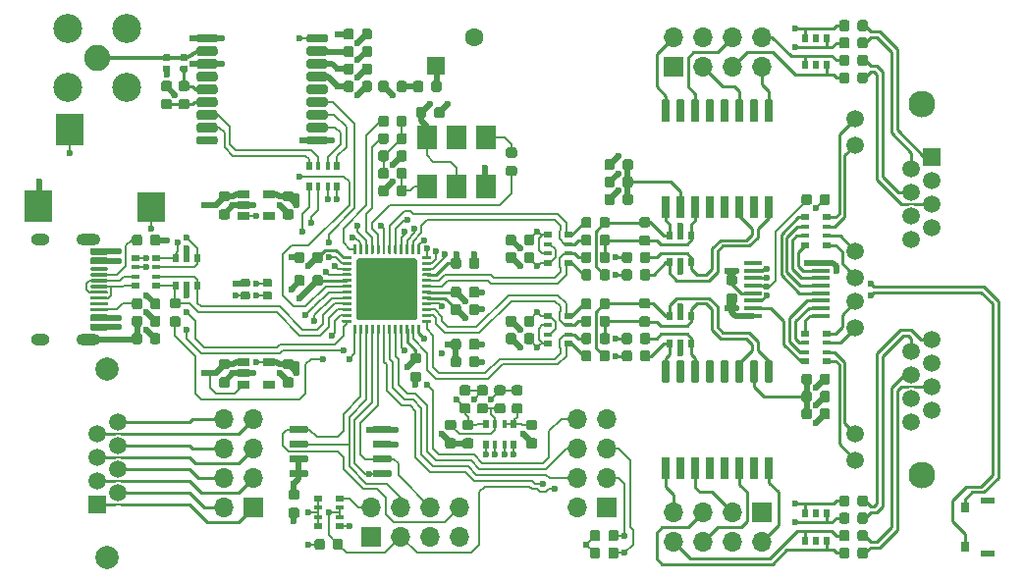
<source format=gbr>
G04 #@! TF.GenerationSoftware,KiCad,Pcbnew,5.1.5*
G04 #@! TF.CreationDate,2020-08-12T23:37:00+02:00*
G04 #@! TF.ProjectId,icE1usb,69634531-7573-4622-9e6b-696361645f70,rev?*
G04 #@! TF.SameCoordinates,Original*
G04 #@! TF.FileFunction,Copper,L1,Top*
G04 #@! TF.FilePolarity,Positive*
%FSLAX46Y46*%
G04 Gerber Fmt 4.6, Leading zero omitted, Abs format (unit mm)*
G04 Created by KiCad (PCBNEW 5.1.5) date 2020-08-12 23:37:00*
%MOMM*%
%LPD*%
G04 APERTURE LIST*
%ADD10R,0.500000X0.800000*%
%ADD11R,0.400000X0.800000*%
%ADD12C,0.100000*%
%ADD13R,2.400000X2.500000*%
%ADD14R,2.400000X2.800000*%
%ADD15C,1.500000*%
%ADD16C,2.300000*%
%ADD17R,1.500000X1.500000*%
%ADD18C,1.600000*%
%ADD19R,1.600000X1.600000*%
%ADD20R,0.800000X0.500000*%
%ADD21R,0.800000X0.400000*%
%ADD22R,1.500000X0.450000*%
%ADD23O,1.700000X1.700000*%
%ADD24R,1.700000X1.700000*%
%ADD25R,1.060000X0.650000*%
%ADD26C,2.250000*%
%ADD27C,2.500000*%
%ADD28R,0.510000X0.700000*%
%ADD29R,1.800000X2.000000*%
%ADD30R,0.800000X0.900000*%
%ADD31R,1.200000X0.600000*%
%ADD32C,2.000000*%
%ADD33O,2.100000X1.000000*%
%ADD34O,1.600000X1.000000*%
%ADD35C,0.600000*%
%ADD36C,0.200000*%
%ADD37C,0.500000*%
%ADD38C,0.250000*%
%ADD39C,0.300000*%
%ADD40C,0.150000*%
G04 APERTURE END LIST*
D10*
X-17700000Y8850000D03*
D11*
X-16900000Y8850000D03*
D10*
X-15300000Y8850000D03*
D11*
X-16100000Y8850000D03*
D10*
X-17700000Y10650000D03*
D11*
X-16100000Y10650000D03*
X-16900000Y10650000D03*
D10*
X-15300000Y10650000D03*
G04 #@! TA.AperFunction,SMDPad,CuDef*
D12*
G36*
X27027691Y8223947D02*
G01*
X27048926Y8220797D01*
X27069750Y8215581D01*
X27089962Y8208349D01*
X27109368Y8199170D01*
X27127781Y8188134D01*
X27145024Y8175346D01*
X27160930Y8160930D01*
X27175346Y8145024D01*
X27188134Y8127781D01*
X27199170Y8109368D01*
X27208349Y8089962D01*
X27215581Y8069750D01*
X27220797Y8048926D01*
X27223947Y8027691D01*
X27225000Y8006250D01*
X27225000Y7493750D01*
X27223947Y7472309D01*
X27220797Y7451074D01*
X27215581Y7430250D01*
X27208349Y7410038D01*
X27199170Y7390632D01*
X27188134Y7372219D01*
X27175346Y7354976D01*
X27160930Y7339070D01*
X27145024Y7324654D01*
X27127781Y7311866D01*
X27109368Y7300830D01*
X27089962Y7291651D01*
X27069750Y7284419D01*
X27048926Y7279203D01*
X27027691Y7276053D01*
X27006250Y7275000D01*
X26568750Y7275000D01*
X26547309Y7276053D01*
X26526074Y7279203D01*
X26505250Y7284419D01*
X26485038Y7291651D01*
X26465632Y7300830D01*
X26447219Y7311866D01*
X26429976Y7324654D01*
X26414070Y7339070D01*
X26399654Y7354976D01*
X26386866Y7372219D01*
X26375830Y7390632D01*
X26366651Y7410038D01*
X26359419Y7430250D01*
X26354203Y7451074D01*
X26351053Y7472309D01*
X26350000Y7493750D01*
X26350000Y8006250D01*
X26351053Y8027691D01*
X26354203Y8048926D01*
X26359419Y8069750D01*
X26366651Y8089962D01*
X26375830Y8109368D01*
X26386866Y8127781D01*
X26399654Y8145024D01*
X26414070Y8160930D01*
X26429976Y8175346D01*
X26447219Y8188134D01*
X26465632Y8199170D01*
X26485038Y8208349D01*
X26505250Y8215581D01*
X26526074Y8220797D01*
X26547309Y8223947D01*
X26568750Y8225000D01*
X27006250Y8225000D01*
X27027691Y8223947D01*
G37*
G04 #@! TD.AperFunction*
G04 #@! TA.AperFunction,SMDPad,CuDef*
G36*
X25452691Y8223947D02*
G01*
X25473926Y8220797D01*
X25494750Y8215581D01*
X25514962Y8208349D01*
X25534368Y8199170D01*
X25552781Y8188134D01*
X25570024Y8175346D01*
X25585930Y8160930D01*
X25600346Y8145024D01*
X25613134Y8127781D01*
X25624170Y8109368D01*
X25633349Y8089962D01*
X25640581Y8069750D01*
X25645797Y8048926D01*
X25648947Y8027691D01*
X25650000Y8006250D01*
X25650000Y7493750D01*
X25648947Y7472309D01*
X25645797Y7451074D01*
X25640581Y7430250D01*
X25633349Y7410038D01*
X25624170Y7390632D01*
X25613134Y7372219D01*
X25600346Y7354976D01*
X25585930Y7339070D01*
X25570024Y7324654D01*
X25552781Y7311866D01*
X25534368Y7300830D01*
X25514962Y7291651D01*
X25494750Y7284419D01*
X25473926Y7279203D01*
X25452691Y7276053D01*
X25431250Y7275000D01*
X24993750Y7275000D01*
X24972309Y7276053D01*
X24951074Y7279203D01*
X24930250Y7284419D01*
X24910038Y7291651D01*
X24890632Y7300830D01*
X24872219Y7311866D01*
X24854976Y7324654D01*
X24839070Y7339070D01*
X24824654Y7354976D01*
X24811866Y7372219D01*
X24800830Y7390632D01*
X24791651Y7410038D01*
X24784419Y7430250D01*
X24779203Y7451074D01*
X24776053Y7472309D01*
X24775000Y7493750D01*
X24775000Y8006250D01*
X24776053Y8027691D01*
X24779203Y8048926D01*
X24784419Y8069750D01*
X24791651Y8089962D01*
X24800830Y8109368D01*
X24811866Y8127781D01*
X24824654Y8145024D01*
X24839070Y8160930D01*
X24854976Y8175346D01*
X24872219Y8188134D01*
X24890632Y8199170D01*
X24910038Y8208349D01*
X24930250Y8215581D01*
X24951074Y8220797D01*
X24972309Y8223947D01*
X24993750Y8225000D01*
X25431250Y8225000D01*
X25452691Y8223947D01*
G37*
G04 #@! TD.AperFunction*
G04 #@! TA.AperFunction,SMDPad,CuDef*
G36*
X-18297309Y1223947D02*
G01*
X-18276074Y1220797D01*
X-18255250Y1215581D01*
X-18235038Y1208349D01*
X-18215632Y1199170D01*
X-18197219Y1188134D01*
X-18179976Y1175346D01*
X-18164070Y1160930D01*
X-18149654Y1145024D01*
X-18136866Y1127781D01*
X-18125830Y1109368D01*
X-18116651Y1089962D01*
X-18109419Y1069750D01*
X-18104203Y1048926D01*
X-18101053Y1027691D01*
X-18100000Y1006250D01*
X-18100000Y493750D01*
X-18101053Y472309D01*
X-18104203Y451074D01*
X-18109419Y430250D01*
X-18116651Y410038D01*
X-18125830Y390632D01*
X-18136866Y372219D01*
X-18149654Y354976D01*
X-18164070Y339070D01*
X-18179976Y324654D01*
X-18197219Y311866D01*
X-18215632Y300830D01*
X-18235038Y291651D01*
X-18255250Y284419D01*
X-18276074Y279203D01*
X-18297309Y276053D01*
X-18318750Y275000D01*
X-18756250Y275000D01*
X-18777691Y276053D01*
X-18798926Y279203D01*
X-18819750Y284419D01*
X-18839962Y291651D01*
X-18859368Y300830D01*
X-18877781Y311866D01*
X-18895024Y324654D01*
X-18910930Y339070D01*
X-18925346Y354976D01*
X-18938134Y372219D01*
X-18949170Y390632D01*
X-18958349Y410038D01*
X-18965581Y430250D01*
X-18970797Y451074D01*
X-18973947Y472309D01*
X-18975000Y493750D01*
X-18975000Y1006250D01*
X-18973947Y1027691D01*
X-18970797Y1048926D01*
X-18965581Y1069750D01*
X-18958349Y1089962D01*
X-18949170Y1109368D01*
X-18938134Y1127781D01*
X-18925346Y1145024D01*
X-18910930Y1160930D01*
X-18895024Y1175346D01*
X-18877781Y1188134D01*
X-18859368Y1199170D01*
X-18839962Y1208349D01*
X-18819750Y1215581D01*
X-18798926Y1220797D01*
X-18777691Y1223947D01*
X-18756250Y1225000D01*
X-18318750Y1225000D01*
X-18297309Y1223947D01*
G37*
G04 #@! TD.AperFunction*
G04 #@! TA.AperFunction,SMDPad,CuDef*
G36*
X-16722309Y1223947D02*
G01*
X-16701074Y1220797D01*
X-16680250Y1215581D01*
X-16660038Y1208349D01*
X-16640632Y1199170D01*
X-16622219Y1188134D01*
X-16604976Y1175346D01*
X-16589070Y1160930D01*
X-16574654Y1145024D01*
X-16561866Y1127781D01*
X-16550830Y1109368D01*
X-16541651Y1089962D01*
X-16534419Y1069750D01*
X-16529203Y1048926D01*
X-16526053Y1027691D01*
X-16525000Y1006250D01*
X-16525000Y493750D01*
X-16526053Y472309D01*
X-16529203Y451074D01*
X-16534419Y430250D01*
X-16541651Y410038D01*
X-16550830Y390632D01*
X-16561866Y372219D01*
X-16574654Y354976D01*
X-16589070Y339070D01*
X-16604976Y324654D01*
X-16622219Y311866D01*
X-16640632Y300830D01*
X-16660038Y291651D01*
X-16680250Y284419D01*
X-16701074Y279203D01*
X-16722309Y276053D01*
X-16743750Y275000D01*
X-17181250Y275000D01*
X-17202691Y276053D01*
X-17223926Y279203D01*
X-17244750Y284419D01*
X-17264962Y291651D01*
X-17284368Y300830D01*
X-17302781Y311866D01*
X-17320024Y324654D01*
X-17335930Y339070D01*
X-17350346Y354976D01*
X-17363134Y372219D01*
X-17374170Y390632D01*
X-17383349Y410038D01*
X-17390581Y430250D01*
X-17395797Y451074D01*
X-17398947Y472309D01*
X-17400000Y493750D01*
X-17400000Y1006250D01*
X-17398947Y1027691D01*
X-17395797Y1048926D01*
X-17390581Y1069750D01*
X-17383349Y1089962D01*
X-17374170Y1109368D01*
X-17363134Y1127781D01*
X-17350346Y1145024D01*
X-17335930Y1160930D01*
X-17320024Y1175346D01*
X-17302781Y1188134D01*
X-17284368Y1199170D01*
X-17264962Y1208349D01*
X-17244750Y1215581D01*
X-17223926Y1220797D01*
X-17202691Y1223947D01*
X-17181250Y1225000D01*
X-16743750Y1225000D01*
X-16722309Y1223947D01*
G37*
G04 #@! TD.AperFunction*
D10*
X-2450000Y-13400000D03*
D11*
X-1650000Y-13400000D03*
D10*
X-50000Y-13400000D03*
D11*
X-850000Y-13400000D03*
D10*
X-2450000Y-11600000D03*
D11*
X-850000Y-11600000D03*
X-1650000Y-11600000D03*
D10*
X-50000Y-11600000D03*
G04 #@! TA.AperFunction,SMDPad,CuDef*
D12*
G36*
X-3972309Y-9851053D02*
G01*
X-3951074Y-9854203D01*
X-3930250Y-9859419D01*
X-3910038Y-9866651D01*
X-3890632Y-9875830D01*
X-3872219Y-9886866D01*
X-3854976Y-9899654D01*
X-3839070Y-9914070D01*
X-3824654Y-9929976D01*
X-3811866Y-9947219D01*
X-3800830Y-9965632D01*
X-3791651Y-9985038D01*
X-3784419Y-10005250D01*
X-3779203Y-10026074D01*
X-3776053Y-10047309D01*
X-3775000Y-10068750D01*
X-3775000Y-10506250D01*
X-3776053Y-10527691D01*
X-3779203Y-10548926D01*
X-3784419Y-10569750D01*
X-3791651Y-10589962D01*
X-3800830Y-10609368D01*
X-3811866Y-10627781D01*
X-3824654Y-10645024D01*
X-3839070Y-10660930D01*
X-3854976Y-10675346D01*
X-3872219Y-10688134D01*
X-3890632Y-10699170D01*
X-3910038Y-10708349D01*
X-3930250Y-10715581D01*
X-3951074Y-10720797D01*
X-3972309Y-10723947D01*
X-3993750Y-10725000D01*
X-4506250Y-10725000D01*
X-4527691Y-10723947D01*
X-4548926Y-10720797D01*
X-4569750Y-10715581D01*
X-4589962Y-10708349D01*
X-4609368Y-10699170D01*
X-4627781Y-10688134D01*
X-4645024Y-10675346D01*
X-4660930Y-10660930D01*
X-4675346Y-10645024D01*
X-4688134Y-10627781D01*
X-4699170Y-10609368D01*
X-4708349Y-10589962D01*
X-4715581Y-10569750D01*
X-4720797Y-10548926D01*
X-4723947Y-10527691D01*
X-4725000Y-10506250D01*
X-4725000Y-10068750D01*
X-4723947Y-10047309D01*
X-4720797Y-10026074D01*
X-4715581Y-10005250D01*
X-4708349Y-9985038D01*
X-4699170Y-9965632D01*
X-4688134Y-9947219D01*
X-4675346Y-9929976D01*
X-4660930Y-9914070D01*
X-4645024Y-9899654D01*
X-4627781Y-9886866D01*
X-4609368Y-9875830D01*
X-4589962Y-9866651D01*
X-4569750Y-9859419D01*
X-4548926Y-9854203D01*
X-4527691Y-9851053D01*
X-4506250Y-9850000D01*
X-3993750Y-9850000D01*
X-3972309Y-9851053D01*
G37*
G04 #@! TD.AperFunction*
G04 #@! TA.AperFunction,SMDPad,CuDef*
G36*
X-3972309Y-8276053D02*
G01*
X-3951074Y-8279203D01*
X-3930250Y-8284419D01*
X-3910038Y-8291651D01*
X-3890632Y-8300830D01*
X-3872219Y-8311866D01*
X-3854976Y-8324654D01*
X-3839070Y-8339070D01*
X-3824654Y-8354976D01*
X-3811866Y-8372219D01*
X-3800830Y-8390632D01*
X-3791651Y-8410038D01*
X-3784419Y-8430250D01*
X-3779203Y-8451074D01*
X-3776053Y-8472309D01*
X-3775000Y-8493750D01*
X-3775000Y-8931250D01*
X-3776053Y-8952691D01*
X-3779203Y-8973926D01*
X-3784419Y-8994750D01*
X-3791651Y-9014962D01*
X-3800830Y-9034368D01*
X-3811866Y-9052781D01*
X-3824654Y-9070024D01*
X-3839070Y-9085930D01*
X-3854976Y-9100346D01*
X-3872219Y-9113134D01*
X-3890632Y-9124170D01*
X-3910038Y-9133349D01*
X-3930250Y-9140581D01*
X-3951074Y-9145797D01*
X-3972309Y-9148947D01*
X-3993750Y-9150000D01*
X-4506250Y-9150000D01*
X-4527691Y-9148947D01*
X-4548926Y-9145797D01*
X-4569750Y-9140581D01*
X-4589962Y-9133349D01*
X-4609368Y-9124170D01*
X-4627781Y-9113134D01*
X-4645024Y-9100346D01*
X-4660930Y-9085930D01*
X-4675346Y-9070024D01*
X-4688134Y-9052781D01*
X-4699170Y-9034368D01*
X-4708349Y-9014962D01*
X-4715581Y-8994750D01*
X-4720797Y-8973926D01*
X-4723947Y-8952691D01*
X-4725000Y-8931250D01*
X-4725000Y-8493750D01*
X-4723947Y-8472309D01*
X-4720797Y-8451074D01*
X-4715581Y-8430250D01*
X-4708349Y-8410038D01*
X-4699170Y-8390632D01*
X-4688134Y-8372219D01*
X-4675346Y-8354976D01*
X-4660930Y-8339070D01*
X-4645024Y-8324654D01*
X-4627781Y-8311866D01*
X-4609368Y-8300830D01*
X-4589962Y-8291651D01*
X-4569750Y-8284419D01*
X-4548926Y-8279203D01*
X-4527691Y-8276053D01*
X-4506250Y-8275000D01*
X-3993750Y-8275000D01*
X-3972309Y-8276053D01*
G37*
G04 #@! TD.AperFunction*
G04 #@! TA.AperFunction,SMDPad,CuDef*
G36*
X-2472309Y-9851053D02*
G01*
X-2451074Y-9854203D01*
X-2430250Y-9859419D01*
X-2410038Y-9866651D01*
X-2390632Y-9875830D01*
X-2372219Y-9886866D01*
X-2354976Y-9899654D01*
X-2339070Y-9914070D01*
X-2324654Y-9929976D01*
X-2311866Y-9947219D01*
X-2300830Y-9965632D01*
X-2291651Y-9985038D01*
X-2284419Y-10005250D01*
X-2279203Y-10026074D01*
X-2276053Y-10047309D01*
X-2275000Y-10068750D01*
X-2275000Y-10506250D01*
X-2276053Y-10527691D01*
X-2279203Y-10548926D01*
X-2284419Y-10569750D01*
X-2291651Y-10589962D01*
X-2300830Y-10609368D01*
X-2311866Y-10627781D01*
X-2324654Y-10645024D01*
X-2339070Y-10660930D01*
X-2354976Y-10675346D01*
X-2372219Y-10688134D01*
X-2390632Y-10699170D01*
X-2410038Y-10708349D01*
X-2430250Y-10715581D01*
X-2451074Y-10720797D01*
X-2472309Y-10723947D01*
X-2493750Y-10725000D01*
X-3006250Y-10725000D01*
X-3027691Y-10723947D01*
X-3048926Y-10720797D01*
X-3069750Y-10715581D01*
X-3089962Y-10708349D01*
X-3109368Y-10699170D01*
X-3127781Y-10688134D01*
X-3145024Y-10675346D01*
X-3160930Y-10660930D01*
X-3175346Y-10645024D01*
X-3188134Y-10627781D01*
X-3199170Y-10609368D01*
X-3208349Y-10589962D01*
X-3215581Y-10569750D01*
X-3220797Y-10548926D01*
X-3223947Y-10527691D01*
X-3225000Y-10506250D01*
X-3225000Y-10068750D01*
X-3223947Y-10047309D01*
X-3220797Y-10026074D01*
X-3215581Y-10005250D01*
X-3208349Y-9985038D01*
X-3199170Y-9965632D01*
X-3188134Y-9947219D01*
X-3175346Y-9929976D01*
X-3160930Y-9914070D01*
X-3145024Y-9899654D01*
X-3127781Y-9886866D01*
X-3109368Y-9875830D01*
X-3089962Y-9866651D01*
X-3069750Y-9859419D01*
X-3048926Y-9854203D01*
X-3027691Y-9851053D01*
X-3006250Y-9850000D01*
X-2493750Y-9850000D01*
X-2472309Y-9851053D01*
G37*
G04 #@! TD.AperFunction*
G04 #@! TA.AperFunction,SMDPad,CuDef*
G36*
X-2472309Y-8276053D02*
G01*
X-2451074Y-8279203D01*
X-2430250Y-8284419D01*
X-2410038Y-8291651D01*
X-2390632Y-8300830D01*
X-2372219Y-8311866D01*
X-2354976Y-8324654D01*
X-2339070Y-8339070D01*
X-2324654Y-8354976D01*
X-2311866Y-8372219D01*
X-2300830Y-8390632D01*
X-2291651Y-8410038D01*
X-2284419Y-8430250D01*
X-2279203Y-8451074D01*
X-2276053Y-8472309D01*
X-2275000Y-8493750D01*
X-2275000Y-8931250D01*
X-2276053Y-8952691D01*
X-2279203Y-8973926D01*
X-2284419Y-8994750D01*
X-2291651Y-9014962D01*
X-2300830Y-9034368D01*
X-2311866Y-9052781D01*
X-2324654Y-9070024D01*
X-2339070Y-9085930D01*
X-2354976Y-9100346D01*
X-2372219Y-9113134D01*
X-2390632Y-9124170D01*
X-2410038Y-9133349D01*
X-2430250Y-9140581D01*
X-2451074Y-9145797D01*
X-2472309Y-9148947D01*
X-2493750Y-9150000D01*
X-3006250Y-9150000D01*
X-3027691Y-9148947D01*
X-3048926Y-9145797D01*
X-3069750Y-9140581D01*
X-3089962Y-9133349D01*
X-3109368Y-9124170D01*
X-3127781Y-9113134D01*
X-3145024Y-9100346D01*
X-3160930Y-9085930D01*
X-3175346Y-9070024D01*
X-3188134Y-9052781D01*
X-3199170Y-9034368D01*
X-3208349Y-9014962D01*
X-3215581Y-8994750D01*
X-3220797Y-8973926D01*
X-3223947Y-8952691D01*
X-3225000Y-8931250D01*
X-3225000Y-8493750D01*
X-3223947Y-8472309D01*
X-3220797Y-8451074D01*
X-3215581Y-8430250D01*
X-3208349Y-8410038D01*
X-3199170Y-8390632D01*
X-3188134Y-8372219D01*
X-3175346Y-8354976D01*
X-3160930Y-8339070D01*
X-3145024Y-8324654D01*
X-3127781Y-8311866D01*
X-3109368Y-8300830D01*
X-3089962Y-8291651D01*
X-3069750Y-8284419D01*
X-3048926Y-8279203D01*
X-3027691Y-8276053D01*
X-3006250Y-8275000D01*
X-2493750Y-8275000D01*
X-2472309Y-8276053D01*
G37*
G04 #@! TD.AperFunction*
G04 #@! TA.AperFunction,SMDPad,CuDef*
G36*
X-972309Y-9851053D02*
G01*
X-951074Y-9854203D01*
X-930250Y-9859419D01*
X-910038Y-9866651D01*
X-890632Y-9875830D01*
X-872219Y-9886866D01*
X-854976Y-9899654D01*
X-839070Y-9914070D01*
X-824654Y-9929976D01*
X-811866Y-9947219D01*
X-800830Y-9965632D01*
X-791651Y-9985038D01*
X-784419Y-10005250D01*
X-779203Y-10026074D01*
X-776053Y-10047309D01*
X-775000Y-10068750D01*
X-775000Y-10506250D01*
X-776053Y-10527691D01*
X-779203Y-10548926D01*
X-784419Y-10569750D01*
X-791651Y-10589962D01*
X-800830Y-10609368D01*
X-811866Y-10627781D01*
X-824654Y-10645024D01*
X-839070Y-10660930D01*
X-854976Y-10675346D01*
X-872219Y-10688134D01*
X-890632Y-10699170D01*
X-910038Y-10708349D01*
X-930250Y-10715581D01*
X-951074Y-10720797D01*
X-972309Y-10723947D01*
X-993750Y-10725000D01*
X-1506250Y-10725000D01*
X-1527691Y-10723947D01*
X-1548926Y-10720797D01*
X-1569750Y-10715581D01*
X-1589962Y-10708349D01*
X-1609368Y-10699170D01*
X-1627781Y-10688134D01*
X-1645024Y-10675346D01*
X-1660930Y-10660930D01*
X-1675346Y-10645024D01*
X-1688134Y-10627781D01*
X-1699170Y-10609368D01*
X-1708349Y-10589962D01*
X-1715581Y-10569750D01*
X-1720797Y-10548926D01*
X-1723947Y-10527691D01*
X-1725000Y-10506250D01*
X-1725000Y-10068750D01*
X-1723947Y-10047309D01*
X-1720797Y-10026074D01*
X-1715581Y-10005250D01*
X-1708349Y-9985038D01*
X-1699170Y-9965632D01*
X-1688134Y-9947219D01*
X-1675346Y-9929976D01*
X-1660930Y-9914070D01*
X-1645024Y-9899654D01*
X-1627781Y-9886866D01*
X-1609368Y-9875830D01*
X-1589962Y-9866651D01*
X-1569750Y-9859419D01*
X-1548926Y-9854203D01*
X-1527691Y-9851053D01*
X-1506250Y-9850000D01*
X-993750Y-9850000D01*
X-972309Y-9851053D01*
G37*
G04 #@! TD.AperFunction*
G04 #@! TA.AperFunction,SMDPad,CuDef*
G36*
X-972309Y-8276053D02*
G01*
X-951074Y-8279203D01*
X-930250Y-8284419D01*
X-910038Y-8291651D01*
X-890632Y-8300830D01*
X-872219Y-8311866D01*
X-854976Y-8324654D01*
X-839070Y-8339070D01*
X-824654Y-8354976D01*
X-811866Y-8372219D01*
X-800830Y-8390632D01*
X-791651Y-8410038D01*
X-784419Y-8430250D01*
X-779203Y-8451074D01*
X-776053Y-8472309D01*
X-775000Y-8493750D01*
X-775000Y-8931250D01*
X-776053Y-8952691D01*
X-779203Y-8973926D01*
X-784419Y-8994750D01*
X-791651Y-9014962D01*
X-800830Y-9034368D01*
X-811866Y-9052781D01*
X-824654Y-9070024D01*
X-839070Y-9085930D01*
X-854976Y-9100346D01*
X-872219Y-9113134D01*
X-890632Y-9124170D01*
X-910038Y-9133349D01*
X-930250Y-9140581D01*
X-951074Y-9145797D01*
X-972309Y-9148947D01*
X-993750Y-9150000D01*
X-1506250Y-9150000D01*
X-1527691Y-9148947D01*
X-1548926Y-9145797D01*
X-1569750Y-9140581D01*
X-1589962Y-9133349D01*
X-1609368Y-9124170D01*
X-1627781Y-9113134D01*
X-1645024Y-9100346D01*
X-1660930Y-9085930D01*
X-1675346Y-9070024D01*
X-1688134Y-9052781D01*
X-1699170Y-9034368D01*
X-1708349Y-9014962D01*
X-1715581Y-8994750D01*
X-1720797Y-8973926D01*
X-1723947Y-8952691D01*
X-1725000Y-8931250D01*
X-1725000Y-8493750D01*
X-1723947Y-8472309D01*
X-1720797Y-8451074D01*
X-1715581Y-8430250D01*
X-1708349Y-8410038D01*
X-1699170Y-8390632D01*
X-1688134Y-8372219D01*
X-1675346Y-8354976D01*
X-1660930Y-8339070D01*
X-1645024Y-8324654D01*
X-1627781Y-8311866D01*
X-1609368Y-8300830D01*
X-1589962Y-8291651D01*
X-1569750Y-8284419D01*
X-1548926Y-8279203D01*
X-1527691Y-8276053D01*
X-1506250Y-8275000D01*
X-993750Y-8275000D01*
X-972309Y-8276053D01*
G37*
G04 #@! TD.AperFunction*
G04 #@! TA.AperFunction,SMDPad,CuDef*
G36*
X527691Y-9851053D02*
G01*
X548926Y-9854203D01*
X569750Y-9859419D01*
X589962Y-9866651D01*
X609368Y-9875830D01*
X627781Y-9886866D01*
X645024Y-9899654D01*
X660930Y-9914070D01*
X675346Y-9929976D01*
X688134Y-9947219D01*
X699170Y-9965632D01*
X708349Y-9985038D01*
X715581Y-10005250D01*
X720797Y-10026074D01*
X723947Y-10047309D01*
X725000Y-10068750D01*
X725000Y-10506250D01*
X723947Y-10527691D01*
X720797Y-10548926D01*
X715581Y-10569750D01*
X708349Y-10589962D01*
X699170Y-10609368D01*
X688134Y-10627781D01*
X675346Y-10645024D01*
X660930Y-10660930D01*
X645024Y-10675346D01*
X627781Y-10688134D01*
X609368Y-10699170D01*
X589962Y-10708349D01*
X569750Y-10715581D01*
X548926Y-10720797D01*
X527691Y-10723947D01*
X506250Y-10725000D01*
X-6250Y-10725000D01*
X-27691Y-10723947D01*
X-48926Y-10720797D01*
X-69750Y-10715581D01*
X-89962Y-10708349D01*
X-109368Y-10699170D01*
X-127781Y-10688134D01*
X-145024Y-10675346D01*
X-160930Y-10660930D01*
X-175346Y-10645024D01*
X-188134Y-10627781D01*
X-199170Y-10609368D01*
X-208349Y-10589962D01*
X-215581Y-10569750D01*
X-220797Y-10548926D01*
X-223947Y-10527691D01*
X-225000Y-10506250D01*
X-225000Y-10068750D01*
X-223947Y-10047309D01*
X-220797Y-10026074D01*
X-215581Y-10005250D01*
X-208349Y-9985038D01*
X-199170Y-9965632D01*
X-188134Y-9947219D01*
X-175346Y-9929976D01*
X-160930Y-9914070D01*
X-145024Y-9899654D01*
X-127781Y-9886866D01*
X-109368Y-9875830D01*
X-89962Y-9866651D01*
X-69750Y-9859419D01*
X-48926Y-9854203D01*
X-27691Y-9851053D01*
X-6250Y-9850000D01*
X506250Y-9850000D01*
X527691Y-9851053D01*
G37*
G04 #@! TD.AperFunction*
G04 #@! TA.AperFunction,SMDPad,CuDef*
G36*
X527691Y-8276053D02*
G01*
X548926Y-8279203D01*
X569750Y-8284419D01*
X589962Y-8291651D01*
X609368Y-8300830D01*
X627781Y-8311866D01*
X645024Y-8324654D01*
X660930Y-8339070D01*
X675346Y-8354976D01*
X688134Y-8372219D01*
X699170Y-8390632D01*
X708349Y-8410038D01*
X715581Y-8430250D01*
X720797Y-8451074D01*
X723947Y-8472309D01*
X725000Y-8493750D01*
X725000Y-8931250D01*
X723947Y-8952691D01*
X720797Y-8973926D01*
X715581Y-8994750D01*
X708349Y-9014962D01*
X699170Y-9034368D01*
X688134Y-9052781D01*
X675346Y-9070024D01*
X660930Y-9085930D01*
X645024Y-9100346D01*
X627781Y-9113134D01*
X609368Y-9124170D01*
X589962Y-9133349D01*
X569750Y-9140581D01*
X548926Y-9145797D01*
X527691Y-9148947D01*
X506250Y-9150000D01*
X-6250Y-9150000D01*
X-27691Y-9148947D01*
X-48926Y-9145797D01*
X-69750Y-9140581D01*
X-89962Y-9133349D01*
X-109368Y-9124170D01*
X-127781Y-9113134D01*
X-145024Y-9100346D01*
X-160930Y-9085930D01*
X-175346Y-9070024D01*
X-188134Y-9052781D01*
X-199170Y-9034368D01*
X-208349Y-9014962D01*
X-215581Y-8994750D01*
X-220797Y-8973926D01*
X-223947Y-8952691D01*
X-225000Y-8931250D01*
X-225000Y-8493750D01*
X-223947Y-8472309D01*
X-220797Y-8451074D01*
X-215581Y-8430250D01*
X-208349Y-8410038D01*
X-199170Y-8390632D01*
X-188134Y-8372219D01*
X-175346Y-8354976D01*
X-160930Y-8339070D01*
X-145024Y-8324654D01*
X-127781Y-8311866D01*
X-109368Y-8300830D01*
X-89962Y-8291651D01*
X-69750Y-8284419D01*
X-48926Y-8279203D01*
X-27691Y-8276053D01*
X-6250Y-8275000D01*
X506250Y-8275000D01*
X527691Y-8276053D01*
G37*
G04 #@! TD.AperFunction*
G04 #@! TA.AperFunction,SMDPad,CuDef*
G36*
X-3722309Y-12851053D02*
G01*
X-3701074Y-12854203D01*
X-3680250Y-12859419D01*
X-3660038Y-12866651D01*
X-3640632Y-12875830D01*
X-3622219Y-12886866D01*
X-3604976Y-12899654D01*
X-3589070Y-12914070D01*
X-3574654Y-12929976D01*
X-3561866Y-12947219D01*
X-3550830Y-12965632D01*
X-3541651Y-12985038D01*
X-3534419Y-13005250D01*
X-3529203Y-13026074D01*
X-3526053Y-13047309D01*
X-3525000Y-13068750D01*
X-3525000Y-13506250D01*
X-3526053Y-13527691D01*
X-3529203Y-13548926D01*
X-3534419Y-13569750D01*
X-3541651Y-13589962D01*
X-3550830Y-13609368D01*
X-3561866Y-13627781D01*
X-3574654Y-13645024D01*
X-3589070Y-13660930D01*
X-3604976Y-13675346D01*
X-3622219Y-13688134D01*
X-3640632Y-13699170D01*
X-3660038Y-13708349D01*
X-3680250Y-13715581D01*
X-3701074Y-13720797D01*
X-3722309Y-13723947D01*
X-3743750Y-13725000D01*
X-4256250Y-13725000D01*
X-4277691Y-13723947D01*
X-4298926Y-13720797D01*
X-4319750Y-13715581D01*
X-4339962Y-13708349D01*
X-4359368Y-13699170D01*
X-4377781Y-13688134D01*
X-4395024Y-13675346D01*
X-4410930Y-13660930D01*
X-4425346Y-13645024D01*
X-4438134Y-13627781D01*
X-4449170Y-13609368D01*
X-4458349Y-13589962D01*
X-4465581Y-13569750D01*
X-4470797Y-13548926D01*
X-4473947Y-13527691D01*
X-4475000Y-13506250D01*
X-4475000Y-13068750D01*
X-4473947Y-13047309D01*
X-4470797Y-13026074D01*
X-4465581Y-13005250D01*
X-4458349Y-12985038D01*
X-4449170Y-12965632D01*
X-4438134Y-12947219D01*
X-4425346Y-12929976D01*
X-4410930Y-12914070D01*
X-4395024Y-12899654D01*
X-4377781Y-12886866D01*
X-4359368Y-12875830D01*
X-4339962Y-12866651D01*
X-4319750Y-12859419D01*
X-4298926Y-12854203D01*
X-4277691Y-12851053D01*
X-4256250Y-12850000D01*
X-3743750Y-12850000D01*
X-3722309Y-12851053D01*
G37*
G04 #@! TD.AperFunction*
G04 #@! TA.AperFunction,SMDPad,CuDef*
G36*
X-3722309Y-11276053D02*
G01*
X-3701074Y-11279203D01*
X-3680250Y-11284419D01*
X-3660038Y-11291651D01*
X-3640632Y-11300830D01*
X-3622219Y-11311866D01*
X-3604976Y-11324654D01*
X-3589070Y-11339070D01*
X-3574654Y-11354976D01*
X-3561866Y-11372219D01*
X-3550830Y-11390632D01*
X-3541651Y-11410038D01*
X-3534419Y-11430250D01*
X-3529203Y-11451074D01*
X-3526053Y-11472309D01*
X-3525000Y-11493750D01*
X-3525000Y-11931250D01*
X-3526053Y-11952691D01*
X-3529203Y-11973926D01*
X-3534419Y-11994750D01*
X-3541651Y-12014962D01*
X-3550830Y-12034368D01*
X-3561866Y-12052781D01*
X-3574654Y-12070024D01*
X-3589070Y-12085930D01*
X-3604976Y-12100346D01*
X-3622219Y-12113134D01*
X-3640632Y-12124170D01*
X-3660038Y-12133349D01*
X-3680250Y-12140581D01*
X-3701074Y-12145797D01*
X-3722309Y-12148947D01*
X-3743750Y-12150000D01*
X-4256250Y-12150000D01*
X-4277691Y-12148947D01*
X-4298926Y-12145797D01*
X-4319750Y-12140581D01*
X-4339962Y-12133349D01*
X-4359368Y-12124170D01*
X-4377781Y-12113134D01*
X-4395024Y-12100346D01*
X-4410930Y-12085930D01*
X-4425346Y-12070024D01*
X-4438134Y-12052781D01*
X-4449170Y-12034368D01*
X-4458349Y-12014962D01*
X-4465581Y-11994750D01*
X-4470797Y-11973926D01*
X-4473947Y-11952691D01*
X-4475000Y-11931250D01*
X-4475000Y-11493750D01*
X-4473947Y-11472309D01*
X-4470797Y-11451074D01*
X-4465581Y-11430250D01*
X-4458349Y-11410038D01*
X-4449170Y-11390632D01*
X-4438134Y-11372219D01*
X-4425346Y-11354976D01*
X-4410930Y-11339070D01*
X-4395024Y-11324654D01*
X-4377781Y-11311866D01*
X-4359368Y-11300830D01*
X-4339962Y-11291651D01*
X-4319750Y-11284419D01*
X-4298926Y-11279203D01*
X-4277691Y-11276053D01*
X-4256250Y-11275000D01*
X-3743750Y-11275000D01*
X-3722309Y-11276053D01*
G37*
G04 #@! TD.AperFunction*
G04 #@! TA.AperFunction,SMDPad,CuDef*
G36*
X-5222309Y-12851053D02*
G01*
X-5201074Y-12854203D01*
X-5180250Y-12859419D01*
X-5160038Y-12866651D01*
X-5140632Y-12875830D01*
X-5122219Y-12886866D01*
X-5104976Y-12899654D01*
X-5089070Y-12914070D01*
X-5074654Y-12929976D01*
X-5061866Y-12947219D01*
X-5050830Y-12965632D01*
X-5041651Y-12985038D01*
X-5034419Y-13005250D01*
X-5029203Y-13026074D01*
X-5026053Y-13047309D01*
X-5025000Y-13068750D01*
X-5025000Y-13506250D01*
X-5026053Y-13527691D01*
X-5029203Y-13548926D01*
X-5034419Y-13569750D01*
X-5041651Y-13589962D01*
X-5050830Y-13609368D01*
X-5061866Y-13627781D01*
X-5074654Y-13645024D01*
X-5089070Y-13660930D01*
X-5104976Y-13675346D01*
X-5122219Y-13688134D01*
X-5140632Y-13699170D01*
X-5160038Y-13708349D01*
X-5180250Y-13715581D01*
X-5201074Y-13720797D01*
X-5222309Y-13723947D01*
X-5243750Y-13725000D01*
X-5756250Y-13725000D01*
X-5777691Y-13723947D01*
X-5798926Y-13720797D01*
X-5819750Y-13715581D01*
X-5839962Y-13708349D01*
X-5859368Y-13699170D01*
X-5877781Y-13688134D01*
X-5895024Y-13675346D01*
X-5910930Y-13660930D01*
X-5925346Y-13645024D01*
X-5938134Y-13627781D01*
X-5949170Y-13609368D01*
X-5958349Y-13589962D01*
X-5965581Y-13569750D01*
X-5970797Y-13548926D01*
X-5973947Y-13527691D01*
X-5975000Y-13506250D01*
X-5975000Y-13068750D01*
X-5973947Y-13047309D01*
X-5970797Y-13026074D01*
X-5965581Y-13005250D01*
X-5958349Y-12985038D01*
X-5949170Y-12965632D01*
X-5938134Y-12947219D01*
X-5925346Y-12929976D01*
X-5910930Y-12914070D01*
X-5895024Y-12899654D01*
X-5877781Y-12886866D01*
X-5859368Y-12875830D01*
X-5839962Y-12866651D01*
X-5819750Y-12859419D01*
X-5798926Y-12854203D01*
X-5777691Y-12851053D01*
X-5756250Y-12850000D01*
X-5243750Y-12850000D01*
X-5222309Y-12851053D01*
G37*
G04 #@! TD.AperFunction*
G04 #@! TA.AperFunction,SMDPad,CuDef*
G36*
X-5222309Y-11276053D02*
G01*
X-5201074Y-11279203D01*
X-5180250Y-11284419D01*
X-5160038Y-11291651D01*
X-5140632Y-11300830D01*
X-5122219Y-11311866D01*
X-5104976Y-11324654D01*
X-5089070Y-11339070D01*
X-5074654Y-11354976D01*
X-5061866Y-11372219D01*
X-5050830Y-11390632D01*
X-5041651Y-11410038D01*
X-5034419Y-11430250D01*
X-5029203Y-11451074D01*
X-5026053Y-11472309D01*
X-5025000Y-11493750D01*
X-5025000Y-11931250D01*
X-5026053Y-11952691D01*
X-5029203Y-11973926D01*
X-5034419Y-11994750D01*
X-5041651Y-12014962D01*
X-5050830Y-12034368D01*
X-5061866Y-12052781D01*
X-5074654Y-12070024D01*
X-5089070Y-12085930D01*
X-5104976Y-12100346D01*
X-5122219Y-12113134D01*
X-5140632Y-12124170D01*
X-5160038Y-12133349D01*
X-5180250Y-12140581D01*
X-5201074Y-12145797D01*
X-5222309Y-12148947D01*
X-5243750Y-12150000D01*
X-5756250Y-12150000D01*
X-5777691Y-12148947D01*
X-5798926Y-12145797D01*
X-5819750Y-12140581D01*
X-5839962Y-12133349D01*
X-5859368Y-12124170D01*
X-5877781Y-12113134D01*
X-5895024Y-12100346D01*
X-5910930Y-12085930D01*
X-5925346Y-12070024D01*
X-5938134Y-12052781D01*
X-5949170Y-12034368D01*
X-5958349Y-12014962D01*
X-5965581Y-11994750D01*
X-5970797Y-11973926D01*
X-5973947Y-11952691D01*
X-5975000Y-11931250D01*
X-5975000Y-11493750D01*
X-5973947Y-11472309D01*
X-5970797Y-11451074D01*
X-5965581Y-11430250D01*
X-5958349Y-11410038D01*
X-5949170Y-11390632D01*
X-5938134Y-11372219D01*
X-5925346Y-11354976D01*
X-5910930Y-11339070D01*
X-5895024Y-11324654D01*
X-5877781Y-11311866D01*
X-5859368Y-11300830D01*
X-5839962Y-11291651D01*
X-5819750Y-11284419D01*
X-5798926Y-11279203D01*
X-5777691Y-11276053D01*
X-5756250Y-11275000D01*
X-5243750Y-11275000D01*
X-5222309Y-11276053D01*
G37*
G04 #@! TD.AperFunction*
G04 #@! TA.AperFunction,SMDPad,CuDef*
G36*
X1777691Y-12851053D02*
G01*
X1798926Y-12854203D01*
X1819750Y-12859419D01*
X1839962Y-12866651D01*
X1859368Y-12875830D01*
X1877781Y-12886866D01*
X1895024Y-12899654D01*
X1910930Y-12914070D01*
X1925346Y-12929976D01*
X1938134Y-12947219D01*
X1949170Y-12965632D01*
X1958349Y-12985038D01*
X1965581Y-13005250D01*
X1970797Y-13026074D01*
X1973947Y-13047309D01*
X1975000Y-13068750D01*
X1975000Y-13506250D01*
X1973947Y-13527691D01*
X1970797Y-13548926D01*
X1965581Y-13569750D01*
X1958349Y-13589962D01*
X1949170Y-13609368D01*
X1938134Y-13627781D01*
X1925346Y-13645024D01*
X1910930Y-13660930D01*
X1895024Y-13675346D01*
X1877781Y-13688134D01*
X1859368Y-13699170D01*
X1839962Y-13708349D01*
X1819750Y-13715581D01*
X1798926Y-13720797D01*
X1777691Y-13723947D01*
X1756250Y-13725000D01*
X1243750Y-13725000D01*
X1222309Y-13723947D01*
X1201074Y-13720797D01*
X1180250Y-13715581D01*
X1160038Y-13708349D01*
X1140632Y-13699170D01*
X1122219Y-13688134D01*
X1104976Y-13675346D01*
X1089070Y-13660930D01*
X1074654Y-13645024D01*
X1061866Y-13627781D01*
X1050830Y-13609368D01*
X1041651Y-13589962D01*
X1034419Y-13569750D01*
X1029203Y-13548926D01*
X1026053Y-13527691D01*
X1025000Y-13506250D01*
X1025000Y-13068750D01*
X1026053Y-13047309D01*
X1029203Y-13026074D01*
X1034419Y-13005250D01*
X1041651Y-12985038D01*
X1050830Y-12965632D01*
X1061866Y-12947219D01*
X1074654Y-12929976D01*
X1089070Y-12914070D01*
X1104976Y-12899654D01*
X1122219Y-12886866D01*
X1140632Y-12875830D01*
X1160038Y-12866651D01*
X1180250Y-12859419D01*
X1201074Y-12854203D01*
X1222309Y-12851053D01*
X1243750Y-12850000D01*
X1756250Y-12850000D01*
X1777691Y-12851053D01*
G37*
G04 #@! TD.AperFunction*
G04 #@! TA.AperFunction,SMDPad,CuDef*
G36*
X1777691Y-11276053D02*
G01*
X1798926Y-11279203D01*
X1819750Y-11284419D01*
X1839962Y-11291651D01*
X1859368Y-11300830D01*
X1877781Y-11311866D01*
X1895024Y-11324654D01*
X1910930Y-11339070D01*
X1925346Y-11354976D01*
X1938134Y-11372219D01*
X1949170Y-11390632D01*
X1958349Y-11410038D01*
X1965581Y-11430250D01*
X1970797Y-11451074D01*
X1973947Y-11472309D01*
X1975000Y-11493750D01*
X1975000Y-11931250D01*
X1973947Y-11952691D01*
X1970797Y-11973926D01*
X1965581Y-11994750D01*
X1958349Y-12014962D01*
X1949170Y-12034368D01*
X1938134Y-12052781D01*
X1925346Y-12070024D01*
X1910930Y-12085930D01*
X1895024Y-12100346D01*
X1877781Y-12113134D01*
X1859368Y-12124170D01*
X1839962Y-12133349D01*
X1819750Y-12140581D01*
X1798926Y-12145797D01*
X1777691Y-12148947D01*
X1756250Y-12150000D01*
X1243750Y-12150000D01*
X1222309Y-12148947D01*
X1201074Y-12145797D01*
X1180250Y-12140581D01*
X1160038Y-12133349D01*
X1140632Y-12124170D01*
X1122219Y-12113134D01*
X1104976Y-12100346D01*
X1089070Y-12085930D01*
X1074654Y-12070024D01*
X1061866Y-12052781D01*
X1050830Y-12034368D01*
X1041651Y-12014962D01*
X1034419Y-11994750D01*
X1029203Y-11973926D01*
X1026053Y-11952691D01*
X1025000Y-11931250D01*
X1025000Y-11493750D01*
X1026053Y-11472309D01*
X1029203Y-11451074D01*
X1034419Y-11430250D01*
X1041651Y-11410038D01*
X1050830Y-11390632D01*
X1061866Y-11372219D01*
X1074654Y-11354976D01*
X1089070Y-11339070D01*
X1104976Y-11324654D01*
X1122219Y-11311866D01*
X1140632Y-11300830D01*
X1160038Y-11291651D01*
X1180250Y-11284419D01*
X1201074Y-11279203D01*
X1222309Y-11276053D01*
X1243750Y-11275000D01*
X1756250Y-11275000D01*
X1777691Y-11276053D01*
G37*
G04 #@! TD.AperFunction*
D13*
X-31350000Y7050000D03*
D14*
X-41050000Y7200000D03*
X-38350000Y13800000D03*
D15*
X36000000Y-10411000D03*
X34220000Y-9395000D03*
X36000000Y-8379000D03*
X34220000Y-7363000D03*
X34220000Y-11427000D03*
X36000000Y-4315000D03*
X34220000Y-5331000D03*
X36000000Y-6347000D03*
X29400000Y-1015000D03*
X29400000Y-14735000D03*
X29400000Y-12445000D03*
X29400000Y-3305000D03*
X29400000Y1015000D03*
X29400000Y3305000D03*
X29400000Y12445000D03*
X29400000Y14735000D03*
D16*
X35110000Y16005000D03*
X35110000Y-15995000D03*
D15*
X34220000Y4323000D03*
X34220000Y6355000D03*
X34220000Y8387000D03*
X34220000Y10419000D03*
X36000000Y5339000D03*
X36000000Y7371000D03*
X36000000Y9403000D03*
D17*
X36000000Y11435000D03*
G04 #@! TA.AperFunction,SMDPad,CuDef*
D12*
G36*
X7202691Y-20776053D02*
G01*
X7223926Y-20779203D01*
X7244750Y-20784419D01*
X7264962Y-20791651D01*
X7284368Y-20800830D01*
X7302781Y-20811866D01*
X7320024Y-20824654D01*
X7335930Y-20839070D01*
X7350346Y-20854976D01*
X7363134Y-20872219D01*
X7374170Y-20890632D01*
X7383349Y-20910038D01*
X7390581Y-20930250D01*
X7395797Y-20951074D01*
X7398947Y-20972309D01*
X7400000Y-20993750D01*
X7400000Y-21506250D01*
X7398947Y-21527691D01*
X7395797Y-21548926D01*
X7390581Y-21569750D01*
X7383349Y-21589962D01*
X7374170Y-21609368D01*
X7363134Y-21627781D01*
X7350346Y-21645024D01*
X7335930Y-21660930D01*
X7320024Y-21675346D01*
X7302781Y-21688134D01*
X7284368Y-21699170D01*
X7264962Y-21708349D01*
X7244750Y-21715581D01*
X7223926Y-21720797D01*
X7202691Y-21723947D01*
X7181250Y-21725000D01*
X6743750Y-21725000D01*
X6722309Y-21723947D01*
X6701074Y-21720797D01*
X6680250Y-21715581D01*
X6660038Y-21708349D01*
X6640632Y-21699170D01*
X6622219Y-21688134D01*
X6604976Y-21675346D01*
X6589070Y-21660930D01*
X6574654Y-21645024D01*
X6561866Y-21627781D01*
X6550830Y-21609368D01*
X6541651Y-21589962D01*
X6534419Y-21569750D01*
X6529203Y-21548926D01*
X6526053Y-21527691D01*
X6525000Y-21506250D01*
X6525000Y-20993750D01*
X6526053Y-20972309D01*
X6529203Y-20951074D01*
X6534419Y-20930250D01*
X6541651Y-20910038D01*
X6550830Y-20890632D01*
X6561866Y-20872219D01*
X6574654Y-20854976D01*
X6589070Y-20839070D01*
X6604976Y-20824654D01*
X6622219Y-20811866D01*
X6640632Y-20800830D01*
X6660038Y-20791651D01*
X6680250Y-20784419D01*
X6701074Y-20779203D01*
X6722309Y-20776053D01*
X6743750Y-20775000D01*
X7181250Y-20775000D01*
X7202691Y-20776053D01*
G37*
G04 #@! TD.AperFunction*
G04 #@! TA.AperFunction,SMDPad,CuDef*
G36*
X8777691Y-20776053D02*
G01*
X8798926Y-20779203D01*
X8819750Y-20784419D01*
X8839962Y-20791651D01*
X8859368Y-20800830D01*
X8877781Y-20811866D01*
X8895024Y-20824654D01*
X8910930Y-20839070D01*
X8925346Y-20854976D01*
X8938134Y-20872219D01*
X8949170Y-20890632D01*
X8958349Y-20910038D01*
X8965581Y-20930250D01*
X8970797Y-20951074D01*
X8973947Y-20972309D01*
X8975000Y-20993750D01*
X8975000Y-21506250D01*
X8973947Y-21527691D01*
X8970797Y-21548926D01*
X8965581Y-21569750D01*
X8958349Y-21589962D01*
X8949170Y-21609368D01*
X8938134Y-21627781D01*
X8925346Y-21645024D01*
X8910930Y-21660930D01*
X8895024Y-21675346D01*
X8877781Y-21688134D01*
X8859368Y-21699170D01*
X8839962Y-21708349D01*
X8819750Y-21715581D01*
X8798926Y-21720797D01*
X8777691Y-21723947D01*
X8756250Y-21725000D01*
X8318750Y-21725000D01*
X8297309Y-21723947D01*
X8276074Y-21720797D01*
X8255250Y-21715581D01*
X8235038Y-21708349D01*
X8215632Y-21699170D01*
X8197219Y-21688134D01*
X8179976Y-21675346D01*
X8164070Y-21660930D01*
X8149654Y-21645024D01*
X8136866Y-21627781D01*
X8125830Y-21609368D01*
X8116651Y-21589962D01*
X8109419Y-21569750D01*
X8104203Y-21548926D01*
X8101053Y-21527691D01*
X8100000Y-21506250D01*
X8100000Y-20993750D01*
X8101053Y-20972309D01*
X8104203Y-20951074D01*
X8109419Y-20930250D01*
X8116651Y-20910038D01*
X8125830Y-20890632D01*
X8136866Y-20872219D01*
X8149654Y-20854976D01*
X8164070Y-20839070D01*
X8179976Y-20824654D01*
X8197219Y-20811866D01*
X8215632Y-20800830D01*
X8235038Y-20791651D01*
X8255250Y-20784419D01*
X8276074Y-20779203D01*
X8297309Y-20776053D01*
X8318750Y-20775000D01*
X8756250Y-20775000D01*
X8777691Y-20776053D01*
G37*
G04 #@! TD.AperFunction*
G04 #@! TA.AperFunction,SMDPad,CuDef*
G36*
X7202691Y-22276053D02*
G01*
X7223926Y-22279203D01*
X7244750Y-22284419D01*
X7264962Y-22291651D01*
X7284368Y-22300830D01*
X7302781Y-22311866D01*
X7320024Y-22324654D01*
X7335930Y-22339070D01*
X7350346Y-22354976D01*
X7363134Y-22372219D01*
X7374170Y-22390632D01*
X7383349Y-22410038D01*
X7390581Y-22430250D01*
X7395797Y-22451074D01*
X7398947Y-22472309D01*
X7400000Y-22493750D01*
X7400000Y-23006250D01*
X7398947Y-23027691D01*
X7395797Y-23048926D01*
X7390581Y-23069750D01*
X7383349Y-23089962D01*
X7374170Y-23109368D01*
X7363134Y-23127781D01*
X7350346Y-23145024D01*
X7335930Y-23160930D01*
X7320024Y-23175346D01*
X7302781Y-23188134D01*
X7284368Y-23199170D01*
X7264962Y-23208349D01*
X7244750Y-23215581D01*
X7223926Y-23220797D01*
X7202691Y-23223947D01*
X7181250Y-23225000D01*
X6743750Y-23225000D01*
X6722309Y-23223947D01*
X6701074Y-23220797D01*
X6680250Y-23215581D01*
X6660038Y-23208349D01*
X6640632Y-23199170D01*
X6622219Y-23188134D01*
X6604976Y-23175346D01*
X6589070Y-23160930D01*
X6574654Y-23145024D01*
X6561866Y-23127781D01*
X6550830Y-23109368D01*
X6541651Y-23089962D01*
X6534419Y-23069750D01*
X6529203Y-23048926D01*
X6526053Y-23027691D01*
X6525000Y-23006250D01*
X6525000Y-22493750D01*
X6526053Y-22472309D01*
X6529203Y-22451074D01*
X6534419Y-22430250D01*
X6541651Y-22410038D01*
X6550830Y-22390632D01*
X6561866Y-22372219D01*
X6574654Y-22354976D01*
X6589070Y-22339070D01*
X6604976Y-22324654D01*
X6622219Y-22311866D01*
X6640632Y-22300830D01*
X6660038Y-22291651D01*
X6680250Y-22284419D01*
X6701074Y-22279203D01*
X6722309Y-22276053D01*
X6743750Y-22275000D01*
X7181250Y-22275000D01*
X7202691Y-22276053D01*
G37*
G04 #@! TD.AperFunction*
G04 #@! TA.AperFunction,SMDPad,CuDef*
G36*
X8777691Y-22276053D02*
G01*
X8798926Y-22279203D01*
X8819750Y-22284419D01*
X8839962Y-22291651D01*
X8859368Y-22300830D01*
X8877781Y-22311866D01*
X8895024Y-22324654D01*
X8910930Y-22339070D01*
X8925346Y-22354976D01*
X8938134Y-22372219D01*
X8949170Y-22390632D01*
X8958349Y-22410038D01*
X8965581Y-22430250D01*
X8970797Y-22451074D01*
X8973947Y-22472309D01*
X8975000Y-22493750D01*
X8975000Y-23006250D01*
X8973947Y-23027691D01*
X8970797Y-23048926D01*
X8965581Y-23069750D01*
X8958349Y-23089962D01*
X8949170Y-23109368D01*
X8938134Y-23127781D01*
X8925346Y-23145024D01*
X8910930Y-23160930D01*
X8895024Y-23175346D01*
X8877781Y-23188134D01*
X8859368Y-23199170D01*
X8839962Y-23208349D01*
X8819750Y-23215581D01*
X8798926Y-23220797D01*
X8777691Y-23223947D01*
X8756250Y-23225000D01*
X8318750Y-23225000D01*
X8297309Y-23223947D01*
X8276074Y-23220797D01*
X8255250Y-23215581D01*
X8235038Y-23208349D01*
X8215632Y-23199170D01*
X8197219Y-23188134D01*
X8179976Y-23175346D01*
X8164070Y-23160930D01*
X8149654Y-23145024D01*
X8136866Y-23127781D01*
X8125830Y-23109368D01*
X8116651Y-23089962D01*
X8109419Y-23069750D01*
X8104203Y-23048926D01*
X8101053Y-23027691D01*
X8100000Y-23006250D01*
X8100000Y-22493750D01*
X8101053Y-22472309D01*
X8104203Y-22451074D01*
X8109419Y-22430250D01*
X8116651Y-22410038D01*
X8125830Y-22390632D01*
X8136866Y-22372219D01*
X8149654Y-22354976D01*
X8164070Y-22339070D01*
X8179976Y-22324654D01*
X8197219Y-22311866D01*
X8215632Y-22300830D01*
X8235038Y-22291651D01*
X8255250Y-22284419D01*
X8276074Y-22279203D01*
X8297309Y-22276053D01*
X8318750Y-22275000D01*
X8756250Y-22275000D01*
X8777691Y-22276053D01*
G37*
G04 #@! TD.AperFunction*
G04 #@! TA.AperFunction,SMDPad,CuDef*
G36*
X-6472309Y17973947D02*
G01*
X-6451074Y17970797D01*
X-6430250Y17965581D01*
X-6410038Y17958349D01*
X-6390632Y17949170D01*
X-6372219Y17938134D01*
X-6354976Y17925346D01*
X-6339070Y17910930D01*
X-6324654Y17895024D01*
X-6311866Y17877781D01*
X-6300830Y17859368D01*
X-6291651Y17839962D01*
X-6284419Y17819750D01*
X-6279203Y17798926D01*
X-6276053Y17777691D01*
X-6275000Y17756250D01*
X-6275000Y17243750D01*
X-6276053Y17222309D01*
X-6279203Y17201074D01*
X-6284419Y17180250D01*
X-6291651Y17160038D01*
X-6300830Y17140632D01*
X-6311866Y17122219D01*
X-6324654Y17104976D01*
X-6339070Y17089070D01*
X-6354976Y17074654D01*
X-6372219Y17061866D01*
X-6390632Y17050830D01*
X-6410038Y17041651D01*
X-6430250Y17034419D01*
X-6451074Y17029203D01*
X-6472309Y17026053D01*
X-6493750Y17025000D01*
X-6931250Y17025000D01*
X-6952691Y17026053D01*
X-6973926Y17029203D01*
X-6994750Y17034419D01*
X-7014962Y17041651D01*
X-7034368Y17050830D01*
X-7052781Y17061866D01*
X-7070024Y17074654D01*
X-7085930Y17089070D01*
X-7100346Y17104976D01*
X-7113134Y17122219D01*
X-7124170Y17140632D01*
X-7133349Y17160038D01*
X-7140581Y17180250D01*
X-7145797Y17201074D01*
X-7148947Y17222309D01*
X-7150000Y17243750D01*
X-7150000Y17756250D01*
X-7148947Y17777691D01*
X-7145797Y17798926D01*
X-7140581Y17819750D01*
X-7133349Y17839962D01*
X-7124170Y17859368D01*
X-7113134Y17877781D01*
X-7100346Y17895024D01*
X-7085930Y17910930D01*
X-7070024Y17925346D01*
X-7052781Y17938134D01*
X-7034368Y17949170D01*
X-7014962Y17958349D01*
X-6994750Y17965581D01*
X-6973926Y17970797D01*
X-6952691Y17973947D01*
X-6931250Y17975000D01*
X-6493750Y17975000D01*
X-6472309Y17973947D01*
G37*
G04 #@! TD.AperFunction*
G04 #@! TA.AperFunction,SMDPad,CuDef*
G36*
X-8047309Y17973947D02*
G01*
X-8026074Y17970797D01*
X-8005250Y17965581D01*
X-7985038Y17958349D01*
X-7965632Y17949170D01*
X-7947219Y17938134D01*
X-7929976Y17925346D01*
X-7914070Y17910930D01*
X-7899654Y17895024D01*
X-7886866Y17877781D01*
X-7875830Y17859368D01*
X-7866651Y17839962D01*
X-7859419Y17819750D01*
X-7854203Y17798926D01*
X-7851053Y17777691D01*
X-7850000Y17756250D01*
X-7850000Y17243750D01*
X-7851053Y17222309D01*
X-7854203Y17201074D01*
X-7859419Y17180250D01*
X-7866651Y17160038D01*
X-7875830Y17140632D01*
X-7886866Y17122219D01*
X-7899654Y17104976D01*
X-7914070Y17089070D01*
X-7929976Y17074654D01*
X-7947219Y17061866D01*
X-7965632Y17050830D01*
X-7985038Y17041651D01*
X-8005250Y17034419D01*
X-8026074Y17029203D01*
X-8047309Y17026053D01*
X-8068750Y17025000D01*
X-8506250Y17025000D01*
X-8527691Y17026053D01*
X-8548926Y17029203D01*
X-8569750Y17034419D01*
X-8589962Y17041651D01*
X-8609368Y17050830D01*
X-8627781Y17061866D01*
X-8645024Y17074654D01*
X-8660930Y17089070D01*
X-8675346Y17104976D01*
X-8688134Y17122219D01*
X-8699170Y17140632D01*
X-8708349Y17160038D01*
X-8715581Y17180250D01*
X-8720797Y17201074D01*
X-8723947Y17222309D01*
X-8725000Y17243750D01*
X-8725000Y17756250D01*
X-8723947Y17777691D01*
X-8720797Y17798926D01*
X-8715581Y17819750D01*
X-8708349Y17839962D01*
X-8699170Y17859368D01*
X-8688134Y17877781D01*
X-8675346Y17895024D01*
X-8660930Y17910930D01*
X-8645024Y17925346D01*
X-8627781Y17938134D01*
X-8609368Y17949170D01*
X-8589962Y17958349D01*
X-8569750Y17965581D01*
X-8548926Y17970797D01*
X-8527691Y17973947D01*
X-8506250Y17975000D01*
X-8068750Y17975000D01*
X-8047309Y17973947D01*
G37*
G04 #@! TD.AperFunction*
G04 #@! TA.AperFunction,SMDPad,CuDef*
G36*
X-28222309Y17973947D02*
G01*
X-28201074Y17970797D01*
X-28180250Y17965581D01*
X-28160038Y17958349D01*
X-28140632Y17949170D01*
X-28122219Y17938134D01*
X-28104976Y17925346D01*
X-28089070Y17910930D01*
X-28074654Y17895024D01*
X-28061866Y17877781D01*
X-28050830Y17859368D01*
X-28041651Y17839962D01*
X-28034419Y17819750D01*
X-28029203Y17798926D01*
X-28026053Y17777691D01*
X-28025000Y17756250D01*
X-28025000Y17318750D01*
X-28026053Y17297309D01*
X-28029203Y17276074D01*
X-28034419Y17255250D01*
X-28041651Y17235038D01*
X-28050830Y17215632D01*
X-28061866Y17197219D01*
X-28074654Y17179976D01*
X-28089070Y17164070D01*
X-28104976Y17149654D01*
X-28122219Y17136866D01*
X-28140632Y17125830D01*
X-28160038Y17116651D01*
X-28180250Y17109419D01*
X-28201074Y17104203D01*
X-28222309Y17101053D01*
X-28243750Y17100000D01*
X-28756250Y17100000D01*
X-28777691Y17101053D01*
X-28798926Y17104203D01*
X-28819750Y17109419D01*
X-28839962Y17116651D01*
X-28859368Y17125830D01*
X-28877781Y17136866D01*
X-28895024Y17149654D01*
X-28910930Y17164070D01*
X-28925346Y17179976D01*
X-28938134Y17197219D01*
X-28949170Y17215632D01*
X-28958349Y17235038D01*
X-28965581Y17255250D01*
X-28970797Y17276074D01*
X-28973947Y17297309D01*
X-28975000Y17318750D01*
X-28975000Y17756250D01*
X-28973947Y17777691D01*
X-28970797Y17798926D01*
X-28965581Y17819750D01*
X-28958349Y17839962D01*
X-28949170Y17859368D01*
X-28938134Y17877781D01*
X-28925346Y17895024D01*
X-28910930Y17910930D01*
X-28895024Y17925346D01*
X-28877781Y17938134D01*
X-28859368Y17949170D01*
X-28839962Y17958349D01*
X-28819750Y17965581D01*
X-28798926Y17970797D01*
X-28777691Y17973947D01*
X-28756250Y17975000D01*
X-28243750Y17975000D01*
X-28222309Y17973947D01*
G37*
G04 #@! TD.AperFunction*
G04 #@! TA.AperFunction,SMDPad,CuDef*
G36*
X-28222309Y16398947D02*
G01*
X-28201074Y16395797D01*
X-28180250Y16390581D01*
X-28160038Y16383349D01*
X-28140632Y16374170D01*
X-28122219Y16363134D01*
X-28104976Y16350346D01*
X-28089070Y16335930D01*
X-28074654Y16320024D01*
X-28061866Y16302781D01*
X-28050830Y16284368D01*
X-28041651Y16264962D01*
X-28034419Y16244750D01*
X-28029203Y16223926D01*
X-28026053Y16202691D01*
X-28025000Y16181250D01*
X-28025000Y15743750D01*
X-28026053Y15722309D01*
X-28029203Y15701074D01*
X-28034419Y15680250D01*
X-28041651Y15660038D01*
X-28050830Y15640632D01*
X-28061866Y15622219D01*
X-28074654Y15604976D01*
X-28089070Y15589070D01*
X-28104976Y15574654D01*
X-28122219Y15561866D01*
X-28140632Y15550830D01*
X-28160038Y15541651D01*
X-28180250Y15534419D01*
X-28201074Y15529203D01*
X-28222309Y15526053D01*
X-28243750Y15525000D01*
X-28756250Y15525000D01*
X-28777691Y15526053D01*
X-28798926Y15529203D01*
X-28819750Y15534419D01*
X-28839962Y15541651D01*
X-28859368Y15550830D01*
X-28877781Y15561866D01*
X-28895024Y15574654D01*
X-28910930Y15589070D01*
X-28925346Y15604976D01*
X-28938134Y15622219D01*
X-28949170Y15640632D01*
X-28958349Y15660038D01*
X-28965581Y15680250D01*
X-28970797Y15701074D01*
X-28973947Y15722309D01*
X-28975000Y15743750D01*
X-28975000Y16181250D01*
X-28973947Y16202691D01*
X-28970797Y16223926D01*
X-28965581Y16244750D01*
X-28958349Y16264962D01*
X-28949170Y16284368D01*
X-28938134Y16302781D01*
X-28925346Y16320024D01*
X-28910930Y16335930D01*
X-28895024Y16350346D01*
X-28877781Y16363134D01*
X-28859368Y16374170D01*
X-28839962Y16383349D01*
X-28819750Y16390581D01*
X-28798926Y16395797D01*
X-28777691Y16398947D01*
X-28756250Y16400000D01*
X-28243750Y16400000D01*
X-28222309Y16398947D01*
G37*
G04 #@! TD.AperFunction*
G04 #@! TA.AperFunction,SMDPad,CuDef*
G36*
X-28313042Y20279290D02*
G01*
X-28298724Y20277166D01*
X-28284683Y20273649D01*
X-28271054Y20268772D01*
X-28257969Y20262583D01*
X-28245553Y20255142D01*
X-28233927Y20246519D01*
X-28223202Y20236798D01*
X-28213481Y20226073D01*
X-28204858Y20214447D01*
X-28197417Y20202031D01*
X-28191228Y20188946D01*
X-28186351Y20175317D01*
X-28182834Y20161276D01*
X-28180710Y20146958D01*
X-28180000Y20132500D01*
X-28180000Y19837500D01*
X-28180710Y19823042D01*
X-28182834Y19808724D01*
X-28186351Y19794683D01*
X-28191228Y19781054D01*
X-28197417Y19767969D01*
X-28204858Y19755553D01*
X-28213481Y19743927D01*
X-28223202Y19733202D01*
X-28233927Y19723481D01*
X-28245553Y19714858D01*
X-28257969Y19707417D01*
X-28271054Y19701228D01*
X-28284683Y19696351D01*
X-28298724Y19692834D01*
X-28313042Y19690710D01*
X-28327500Y19690000D01*
X-28672500Y19690000D01*
X-28686958Y19690710D01*
X-28701276Y19692834D01*
X-28715317Y19696351D01*
X-28728946Y19701228D01*
X-28742031Y19707417D01*
X-28754447Y19714858D01*
X-28766073Y19723481D01*
X-28776798Y19733202D01*
X-28786519Y19743927D01*
X-28795142Y19755553D01*
X-28802583Y19767969D01*
X-28808772Y19781054D01*
X-28813649Y19794683D01*
X-28817166Y19808724D01*
X-28819290Y19823042D01*
X-28820000Y19837500D01*
X-28820000Y20132500D01*
X-28819290Y20146958D01*
X-28817166Y20161276D01*
X-28813649Y20175317D01*
X-28808772Y20188946D01*
X-28802583Y20202031D01*
X-28795142Y20214447D01*
X-28786519Y20226073D01*
X-28776798Y20236798D01*
X-28766073Y20246519D01*
X-28754447Y20255142D01*
X-28742031Y20262583D01*
X-28728946Y20268772D01*
X-28715317Y20273649D01*
X-28701276Y20277166D01*
X-28686958Y20279290D01*
X-28672500Y20280000D01*
X-28327500Y20280000D01*
X-28313042Y20279290D01*
G37*
G04 #@! TD.AperFunction*
G04 #@! TA.AperFunction,SMDPad,CuDef*
G36*
X-28313042Y19309290D02*
G01*
X-28298724Y19307166D01*
X-28284683Y19303649D01*
X-28271054Y19298772D01*
X-28257969Y19292583D01*
X-28245553Y19285142D01*
X-28233927Y19276519D01*
X-28223202Y19266798D01*
X-28213481Y19256073D01*
X-28204858Y19244447D01*
X-28197417Y19232031D01*
X-28191228Y19218946D01*
X-28186351Y19205317D01*
X-28182834Y19191276D01*
X-28180710Y19176958D01*
X-28180000Y19162500D01*
X-28180000Y18867500D01*
X-28180710Y18853042D01*
X-28182834Y18838724D01*
X-28186351Y18824683D01*
X-28191228Y18811054D01*
X-28197417Y18797969D01*
X-28204858Y18785553D01*
X-28213481Y18773927D01*
X-28223202Y18763202D01*
X-28233927Y18753481D01*
X-28245553Y18744858D01*
X-28257969Y18737417D01*
X-28271054Y18731228D01*
X-28284683Y18726351D01*
X-28298724Y18722834D01*
X-28313042Y18720710D01*
X-28327500Y18720000D01*
X-28672500Y18720000D01*
X-28686958Y18720710D01*
X-28701276Y18722834D01*
X-28715317Y18726351D01*
X-28728946Y18731228D01*
X-28742031Y18737417D01*
X-28754447Y18744858D01*
X-28766073Y18753481D01*
X-28776798Y18763202D01*
X-28786519Y18773927D01*
X-28795142Y18785553D01*
X-28802583Y18797969D01*
X-28808772Y18811054D01*
X-28813649Y18824683D01*
X-28817166Y18838724D01*
X-28819290Y18853042D01*
X-28820000Y18867500D01*
X-28820000Y19162500D01*
X-28819290Y19176958D01*
X-28817166Y19191276D01*
X-28813649Y19205317D01*
X-28808772Y19218946D01*
X-28802583Y19232031D01*
X-28795142Y19244447D01*
X-28786519Y19256073D01*
X-28776798Y19266798D01*
X-28766073Y19276519D01*
X-28754447Y19285142D01*
X-28742031Y19292583D01*
X-28728946Y19298772D01*
X-28715317Y19303649D01*
X-28701276Y19307166D01*
X-28686958Y19309290D01*
X-28672500Y19310000D01*
X-28327500Y19310000D01*
X-28313042Y19309290D01*
G37*
G04 #@! TD.AperFunction*
G04 #@! TA.AperFunction,SMDPad,CuDef*
G36*
X-11047309Y17973947D02*
G01*
X-11026074Y17970797D01*
X-11005250Y17965581D01*
X-10985038Y17958349D01*
X-10965632Y17949170D01*
X-10947219Y17938134D01*
X-10929976Y17925346D01*
X-10914070Y17910930D01*
X-10899654Y17895024D01*
X-10886866Y17877781D01*
X-10875830Y17859368D01*
X-10866651Y17839962D01*
X-10859419Y17819750D01*
X-10854203Y17798926D01*
X-10851053Y17777691D01*
X-10850000Y17756250D01*
X-10850000Y17243750D01*
X-10851053Y17222309D01*
X-10854203Y17201074D01*
X-10859419Y17180250D01*
X-10866651Y17160038D01*
X-10875830Y17140632D01*
X-10886866Y17122219D01*
X-10899654Y17104976D01*
X-10914070Y17089070D01*
X-10929976Y17074654D01*
X-10947219Y17061866D01*
X-10965632Y17050830D01*
X-10985038Y17041651D01*
X-11005250Y17034419D01*
X-11026074Y17029203D01*
X-11047309Y17026053D01*
X-11068750Y17025000D01*
X-11506250Y17025000D01*
X-11527691Y17026053D01*
X-11548926Y17029203D01*
X-11569750Y17034419D01*
X-11589962Y17041651D01*
X-11609368Y17050830D01*
X-11627781Y17061866D01*
X-11645024Y17074654D01*
X-11660930Y17089070D01*
X-11675346Y17104976D01*
X-11688134Y17122219D01*
X-11699170Y17140632D01*
X-11708349Y17160038D01*
X-11715581Y17180250D01*
X-11720797Y17201074D01*
X-11723947Y17222309D01*
X-11725000Y17243750D01*
X-11725000Y17756250D01*
X-11723947Y17777691D01*
X-11720797Y17798926D01*
X-11715581Y17819750D01*
X-11708349Y17839962D01*
X-11699170Y17859368D01*
X-11688134Y17877781D01*
X-11675346Y17895024D01*
X-11660930Y17910930D01*
X-11645024Y17925346D01*
X-11627781Y17938134D01*
X-11609368Y17949170D01*
X-11589962Y17958349D01*
X-11569750Y17965581D01*
X-11548926Y17970797D01*
X-11527691Y17973947D01*
X-11506250Y17975000D01*
X-11068750Y17975000D01*
X-11047309Y17973947D01*
G37*
G04 #@! TD.AperFunction*
G04 #@! TA.AperFunction,SMDPad,CuDef*
G36*
X-9472309Y17973947D02*
G01*
X-9451074Y17970797D01*
X-9430250Y17965581D01*
X-9410038Y17958349D01*
X-9390632Y17949170D01*
X-9372219Y17938134D01*
X-9354976Y17925346D01*
X-9339070Y17910930D01*
X-9324654Y17895024D01*
X-9311866Y17877781D01*
X-9300830Y17859368D01*
X-9291651Y17839962D01*
X-9284419Y17819750D01*
X-9279203Y17798926D01*
X-9276053Y17777691D01*
X-9275000Y17756250D01*
X-9275000Y17243750D01*
X-9276053Y17222309D01*
X-9279203Y17201074D01*
X-9284419Y17180250D01*
X-9291651Y17160038D01*
X-9300830Y17140632D01*
X-9311866Y17122219D01*
X-9324654Y17104976D01*
X-9339070Y17089070D01*
X-9354976Y17074654D01*
X-9372219Y17061866D01*
X-9390632Y17050830D01*
X-9410038Y17041651D01*
X-9430250Y17034419D01*
X-9451074Y17029203D01*
X-9472309Y17026053D01*
X-9493750Y17025000D01*
X-9931250Y17025000D01*
X-9952691Y17026053D01*
X-9973926Y17029203D01*
X-9994750Y17034419D01*
X-10014962Y17041651D01*
X-10034368Y17050830D01*
X-10052781Y17061866D01*
X-10070024Y17074654D01*
X-10085930Y17089070D01*
X-10100346Y17104976D01*
X-10113134Y17122219D01*
X-10124170Y17140632D01*
X-10133349Y17160038D01*
X-10140581Y17180250D01*
X-10145797Y17201074D01*
X-10148947Y17222309D01*
X-10150000Y17243750D01*
X-10150000Y17756250D01*
X-10148947Y17777691D01*
X-10145797Y17798926D01*
X-10140581Y17819750D01*
X-10133349Y17839962D01*
X-10124170Y17859368D01*
X-10113134Y17877781D01*
X-10100346Y17895024D01*
X-10085930Y17910930D01*
X-10070024Y17925346D01*
X-10052781Y17938134D01*
X-10034368Y17949170D01*
X-10014962Y17958349D01*
X-9994750Y17965581D01*
X-9973926Y17970797D01*
X-9952691Y17973947D01*
X-9931250Y17975000D01*
X-9493750Y17975000D01*
X-9472309Y17973947D01*
G37*
G04 #@! TD.AperFunction*
G04 #@! TA.AperFunction,SMDPad,CuDef*
G36*
X-29813042Y19309290D02*
G01*
X-29798724Y19307166D01*
X-29784683Y19303649D01*
X-29771054Y19298772D01*
X-29757969Y19292583D01*
X-29745553Y19285142D01*
X-29733927Y19276519D01*
X-29723202Y19266798D01*
X-29713481Y19256073D01*
X-29704858Y19244447D01*
X-29697417Y19232031D01*
X-29691228Y19218946D01*
X-29686351Y19205317D01*
X-29682834Y19191276D01*
X-29680710Y19176958D01*
X-29680000Y19162500D01*
X-29680000Y18867500D01*
X-29680710Y18853042D01*
X-29682834Y18838724D01*
X-29686351Y18824683D01*
X-29691228Y18811054D01*
X-29697417Y18797969D01*
X-29704858Y18785553D01*
X-29713481Y18773927D01*
X-29723202Y18763202D01*
X-29733927Y18753481D01*
X-29745553Y18744858D01*
X-29757969Y18737417D01*
X-29771054Y18731228D01*
X-29784683Y18726351D01*
X-29798724Y18722834D01*
X-29813042Y18720710D01*
X-29827500Y18720000D01*
X-30172500Y18720000D01*
X-30186958Y18720710D01*
X-30201276Y18722834D01*
X-30215317Y18726351D01*
X-30228946Y18731228D01*
X-30242031Y18737417D01*
X-30254447Y18744858D01*
X-30266073Y18753481D01*
X-30276798Y18763202D01*
X-30286519Y18773927D01*
X-30295142Y18785553D01*
X-30302583Y18797969D01*
X-30308772Y18811054D01*
X-30313649Y18824683D01*
X-30317166Y18838724D01*
X-30319290Y18853042D01*
X-30320000Y18867500D01*
X-30320000Y19162500D01*
X-30319290Y19176958D01*
X-30317166Y19191276D01*
X-30313649Y19205317D01*
X-30308772Y19218946D01*
X-30302583Y19232031D01*
X-30295142Y19244447D01*
X-30286519Y19256073D01*
X-30276798Y19266798D01*
X-30266073Y19276519D01*
X-30254447Y19285142D01*
X-30242031Y19292583D01*
X-30228946Y19298772D01*
X-30215317Y19303649D01*
X-30201276Y19307166D01*
X-30186958Y19309290D01*
X-30172500Y19310000D01*
X-29827500Y19310000D01*
X-29813042Y19309290D01*
G37*
G04 #@! TD.AperFunction*
G04 #@! TA.AperFunction,SMDPad,CuDef*
G36*
X-29813042Y20279290D02*
G01*
X-29798724Y20277166D01*
X-29784683Y20273649D01*
X-29771054Y20268772D01*
X-29757969Y20262583D01*
X-29745553Y20255142D01*
X-29733927Y20246519D01*
X-29723202Y20236798D01*
X-29713481Y20226073D01*
X-29704858Y20214447D01*
X-29697417Y20202031D01*
X-29691228Y20188946D01*
X-29686351Y20175317D01*
X-29682834Y20161276D01*
X-29680710Y20146958D01*
X-29680000Y20132500D01*
X-29680000Y19837500D01*
X-29680710Y19823042D01*
X-29682834Y19808724D01*
X-29686351Y19794683D01*
X-29691228Y19781054D01*
X-29697417Y19767969D01*
X-29704858Y19755553D01*
X-29713481Y19743927D01*
X-29723202Y19733202D01*
X-29733927Y19723481D01*
X-29745553Y19714858D01*
X-29757969Y19707417D01*
X-29771054Y19701228D01*
X-29784683Y19696351D01*
X-29798724Y19692834D01*
X-29813042Y19690710D01*
X-29827500Y19690000D01*
X-30172500Y19690000D01*
X-30186958Y19690710D01*
X-30201276Y19692834D01*
X-30215317Y19696351D01*
X-30228946Y19701228D01*
X-30242031Y19707417D01*
X-30254447Y19714858D01*
X-30266073Y19723481D01*
X-30276798Y19733202D01*
X-30286519Y19743927D01*
X-30295142Y19755553D01*
X-30302583Y19767969D01*
X-30308772Y19781054D01*
X-30313649Y19794683D01*
X-30317166Y19808724D01*
X-30319290Y19823042D01*
X-30320000Y19837500D01*
X-30320000Y20132500D01*
X-30319290Y20146958D01*
X-30317166Y20161276D01*
X-30313649Y20175317D01*
X-30308772Y20188946D01*
X-30302583Y20202031D01*
X-30295142Y20214447D01*
X-30286519Y20226073D01*
X-30276798Y20236798D01*
X-30266073Y20246519D01*
X-30254447Y20255142D01*
X-30242031Y20262583D01*
X-30228946Y20268772D01*
X-30215317Y20273649D01*
X-30201276Y20277166D01*
X-30186958Y20279290D01*
X-30172500Y20280000D01*
X-29827500Y20280000D01*
X-29813042Y20279290D01*
G37*
G04 #@! TD.AperFunction*
G04 #@! TA.AperFunction,SMDPad,CuDef*
G36*
X-12472309Y17973947D02*
G01*
X-12451074Y17970797D01*
X-12430250Y17965581D01*
X-12410038Y17958349D01*
X-12390632Y17949170D01*
X-12372219Y17938134D01*
X-12354976Y17925346D01*
X-12339070Y17910930D01*
X-12324654Y17895024D01*
X-12311866Y17877781D01*
X-12300830Y17859368D01*
X-12291651Y17839962D01*
X-12284419Y17819750D01*
X-12279203Y17798926D01*
X-12276053Y17777691D01*
X-12275000Y17756250D01*
X-12275000Y17243750D01*
X-12276053Y17222309D01*
X-12279203Y17201074D01*
X-12284419Y17180250D01*
X-12291651Y17160038D01*
X-12300830Y17140632D01*
X-12311866Y17122219D01*
X-12324654Y17104976D01*
X-12339070Y17089070D01*
X-12354976Y17074654D01*
X-12372219Y17061866D01*
X-12390632Y17050830D01*
X-12410038Y17041651D01*
X-12430250Y17034419D01*
X-12451074Y17029203D01*
X-12472309Y17026053D01*
X-12493750Y17025000D01*
X-12931250Y17025000D01*
X-12952691Y17026053D01*
X-12973926Y17029203D01*
X-12994750Y17034419D01*
X-13014962Y17041651D01*
X-13034368Y17050830D01*
X-13052781Y17061866D01*
X-13070024Y17074654D01*
X-13085930Y17089070D01*
X-13100346Y17104976D01*
X-13113134Y17122219D01*
X-13124170Y17140632D01*
X-13133349Y17160038D01*
X-13140581Y17180250D01*
X-13145797Y17201074D01*
X-13148947Y17222309D01*
X-13150000Y17243750D01*
X-13150000Y17756250D01*
X-13148947Y17777691D01*
X-13145797Y17798926D01*
X-13140581Y17819750D01*
X-13133349Y17839962D01*
X-13124170Y17859368D01*
X-13113134Y17877781D01*
X-13100346Y17895024D01*
X-13085930Y17910930D01*
X-13070024Y17925346D01*
X-13052781Y17938134D01*
X-13034368Y17949170D01*
X-13014962Y17958349D01*
X-12994750Y17965581D01*
X-12973926Y17970797D01*
X-12952691Y17973947D01*
X-12931250Y17975000D01*
X-12493750Y17975000D01*
X-12472309Y17973947D01*
G37*
G04 #@! TD.AperFunction*
G04 #@! TA.AperFunction,SMDPad,CuDef*
G36*
X-14047309Y17973947D02*
G01*
X-14026074Y17970797D01*
X-14005250Y17965581D01*
X-13985038Y17958349D01*
X-13965632Y17949170D01*
X-13947219Y17938134D01*
X-13929976Y17925346D01*
X-13914070Y17910930D01*
X-13899654Y17895024D01*
X-13886866Y17877781D01*
X-13875830Y17859368D01*
X-13866651Y17839962D01*
X-13859419Y17819750D01*
X-13854203Y17798926D01*
X-13851053Y17777691D01*
X-13850000Y17756250D01*
X-13850000Y17243750D01*
X-13851053Y17222309D01*
X-13854203Y17201074D01*
X-13859419Y17180250D01*
X-13866651Y17160038D01*
X-13875830Y17140632D01*
X-13886866Y17122219D01*
X-13899654Y17104976D01*
X-13914070Y17089070D01*
X-13929976Y17074654D01*
X-13947219Y17061866D01*
X-13965632Y17050830D01*
X-13985038Y17041651D01*
X-14005250Y17034419D01*
X-14026074Y17029203D01*
X-14047309Y17026053D01*
X-14068750Y17025000D01*
X-14506250Y17025000D01*
X-14527691Y17026053D01*
X-14548926Y17029203D01*
X-14569750Y17034419D01*
X-14589962Y17041651D01*
X-14609368Y17050830D01*
X-14627781Y17061866D01*
X-14645024Y17074654D01*
X-14660930Y17089070D01*
X-14675346Y17104976D01*
X-14688134Y17122219D01*
X-14699170Y17140632D01*
X-14708349Y17160038D01*
X-14715581Y17180250D01*
X-14720797Y17201074D01*
X-14723947Y17222309D01*
X-14725000Y17243750D01*
X-14725000Y17756250D01*
X-14723947Y17777691D01*
X-14720797Y17798926D01*
X-14715581Y17819750D01*
X-14708349Y17839962D01*
X-14699170Y17859368D01*
X-14688134Y17877781D01*
X-14675346Y17895024D01*
X-14660930Y17910930D01*
X-14645024Y17925346D01*
X-14627781Y17938134D01*
X-14609368Y17949170D01*
X-14589962Y17958349D01*
X-14569750Y17965581D01*
X-14548926Y17970797D01*
X-14527691Y17973947D01*
X-14506250Y17975000D01*
X-14068750Y17975000D01*
X-14047309Y17973947D01*
G37*
G04 #@! TD.AperFunction*
G04 #@! TA.AperFunction,SMDPad,CuDef*
G36*
X-12472309Y22473947D02*
G01*
X-12451074Y22470797D01*
X-12430250Y22465581D01*
X-12410038Y22458349D01*
X-12390632Y22449170D01*
X-12372219Y22438134D01*
X-12354976Y22425346D01*
X-12339070Y22410930D01*
X-12324654Y22395024D01*
X-12311866Y22377781D01*
X-12300830Y22359368D01*
X-12291651Y22339962D01*
X-12284419Y22319750D01*
X-12279203Y22298926D01*
X-12276053Y22277691D01*
X-12275000Y22256250D01*
X-12275000Y21743750D01*
X-12276053Y21722309D01*
X-12279203Y21701074D01*
X-12284419Y21680250D01*
X-12291651Y21660038D01*
X-12300830Y21640632D01*
X-12311866Y21622219D01*
X-12324654Y21604976D01*
X-12339070Y21589070D01*
X-12354976Y21574654D01*
X-12372219Y21561866D01*
X-12390632Y21550830D01*
X-12410038Y21541651D01*
X-12430250Y21534419D01*
X-12451074Y21529203D01*
X-12472309Y21526053D01*
X-12493750Y21525000D01*
X-12931250Y21525000D01*
X-12952691Y21526053D01*
X-12973926Y21529203D01*
X-12994750Y21534419D01*
X-13014962Y21541651D01*
X-13034368Y21550830D01*
X-13052781Y21561866D01*
X-13070024Y21574654D01*
X-13085930Y21589070D01*
X-13100346Y21604976D01*
X-13113134Y21622219D01*
X-13124170Y21640632D01*
X-13133349Y21660038D01*
X-13140581Y21680250D01*
X-13145797Y21701074D01*
X-13148947Y21722309D01*
X-13150000Y21743750D01*
X-13150000Y22256250D01*
X-13148947Y22277691D01*
X-13145797Y22298926D01*
X-13140581Y22319750D01*
X-13133349Y22339962D01*
X-13124170Y22359368D01*
X-13113134Y22377781D01*
X-13100346Y22395024D01*
X-13085930Y22410930D01*
X-13070024Y22425346D01*
X-13052781Y22438134D01*
X-13034368Y22449170D01*
X-13014962Y22458349D01*
X-12994750Y22465581D01*
X-12973926Y22470797D01*
X-12952691Y22473947D01*
X-12931250Y22475000D01*
X-12493750Y22475000D01*
X-12472309Y22473947D01*
G37*
G04 #@! TD.AperFunction*
G04 #@! TA.AperFunction,SMDPad,CuDef*
G36*
X-14047309Y22473947D02*
G01*
X-14026074Y22470797D01*
X-14005250Y22465581D01*
X-13985038Y22458349D01*
X-13965632Y22449170D01*
X-13947219Y22438134D01*
X-13929976Y22425346D01*
X-13914070Y22410930D01*
X-13899654Y22395024D01*
X-13886866Y22377781D01*
X-13875830Y22359368D01*
X-13866651Y22339962D01*
X-13859419Y22319750D01*
X-13854203Y22298926D01*
X-13851053Y22277691D01*
X-13850000Y22256250D01*
X-13850000Y21743750D01*
X-13851053Y21722309D01*
X-13854203Y21701074D01*
X-13859419Y21680250D01*
X-13866651Y21660038D01*
X-13875830Y21640632D01*
X-13886866Y21622219D01*
X-13899654Y21604976D01*
X-13914070Y21589070D01*
X-13929976Y21574654D01*
X-13947219Y21561866D01*
X-13965632Y21550830D01*
X-13985038Y21541651D01*
X-14005250Y21534419D01*
X-14026074Y21529203D01*
X-14047309Y21526053D01*
X-14068750Y21525000D01*
X-14506250Y21525000D01*
X-14527691Y21526053D01*
X-14548926Y21529203D01*
X-14569750Y21534419D01*
X-14589962Y21541651D01*
X-14609368Y21550830D01*
X-14627781Y21561866D01*
X-14645024Y21574654D01*
X-14660930Y21589070D01*
X-14675346Y21604976D01*
X-14688134Y21622219D01*
X-14699170Y21640632D01*
X-14708349Y21660038D01*
X-14715581Y21680250D01*
X-14720797Y21701074D01*
X-14723947Y21722309D01*
X-14725000Y21743750D01*
X-14725000Y22256250D01*
X-14723947Y22277691D01*
X-14720797Y22298926D01*
X-14715581Y22319750D01*
X-14708349Y22339962D01*
X-14699170Y22359368D01*
X-14688134Y22377781D01*
X-14675346Y22395024D01*
X-14660930Y22410930D01*
X-14645024Y22425346D01*
X-14627781Y22438134D01*
X-14609368Y22449170D01*
X-14589962Y22458349D01*
X-14569750Y22465581D01*
X-14548926Y22470797D01*
X-14527691Y22473947D01*
X-14506250Y22475000D01*
X-14068750Y22475000D01*
X-14047309Y22473947D01*
G37*
G04 #@! TD.AperFunction*
G04 #@! TA.AperFunction,SMDPad,CuDef*
G36*
X-12472309Y19473947D02*
G01*
X-12451074Y19470797D01*
X-12430250Y19465581D01*
X-12410038Y19458349D01*
X-12390632Y19449170D01*
X-12372219Y19438134D01*
X-12354976Y19425346D01*
X-12339070Y19410930D01*
X-12324654Y19395024D01*
X-12311866Y19377781D01*
X-12300830Y19359368D01*
X-12291651Y19339962D01*
X-12284419Y19319750D01*
X-12279203Y19298926D01*
X-12276053Y19277691D01*
X-12275000Y19256250D01*
X-12275000Y18743750D01*
X-12276053Y18722309D01*
X-12279203Y18701074D01*
X-12284419Y18680250D01*
X-12291651Y18660038D01*
X-12300830Y18640632D01*
X-12311866Y18622219D01*
X-12324654Y18604976D01*
X-12339070Y18589070D01*
X-12354976Y18574654D01*
X-12372219Y18561866D01*
X-12390632Y18550830D01*
X-12410038Y18541651D01*
X-12430250Y18534419D01*
X-12451074Y18529203D01*
X-12472309Y18526053D01*
X-12493750Y18525000D01*
X-12931250Y18525000D01*
X-12952691Y18526053D01*
X-12973926Y18529203D01*
X-12994750Y18534419D01*
X-13014962Y18541651D01*
X-13034368Y18550830D01*
X-13052781Y18561866D01*
X-13070024Y18574654D01*
X-13085930Y18589070D01*
X-13100346Y18604976D01*
X-13113134Y18622219D01*
X-13124170Y18640632D01*
X-13133349Y18660038D01*
X-13140581Y18680250D01*
X-13145797Y18701074D01*
X-13148947Y18722309D01*
X-13150000Y18743750D01*
X-13150000Y19256250D01*
X-13148947Y19277691D01*
X-13145797Y19298926D01*
X-13140581Y19319750D01*
X-13133349Y19339962D01*
X-13124170Y19359368D01*
X-13113134Y19377781D01*
X-13100346Y19395024D01*
X-13085930Y19410930D01*
X-13070024Y19425346D01*
X-13052781Y19438134D01*
X-13034368Y19449170D01*
X-13014962Y19458349D01*
X-12994750Y19465581D01*
X-12973926Y19470797D01*
X-12952691Y19473947D01*
X-12931250Y19475000D01*
X-12493750Y19475000D01*
X-12472309Y19473947D01*
G37*
G04 #@! TD.AperFunction*
G04 #@! TA.AperFunction,SMDPad,CuDef*
G36*
X-14047309Y19473947D02*
G01*
X-14026074Y19470797D01*
X-14005250Y19465581D01*
X-13985038Y19458349D01*
X-13965632Y19449170D01*
X-13947219Y19438134D01*
X-13929976Y19425346D01*
X-13914070Y19410930D01*
X-13899654Y19395024D01*
X-13886866Y19377781D01*
X-13875830Y19359368D01*
X-13866651Y19339962D01*
X-13859419Y19319750D01*
X-13854203Y19298926D01*
X-13851053Y19277691D01*
X-13850000Y19256250D01*
X-13850000Y18743750D01*
X-13851053Y18722309D01*
X-13854203Y18701074D01*
X-13859419Y18680250D01*
X-13866651Y18660038D01*
X-13875830Y18640632D01*
X-13886866Y18622219D01*
X-13899654Y18604976D01*
X-13914070Y18589070D01*
X-13929976Y18574654D01*
X-13947219Y18561866D01*
X-13965632Y18550830D01*
X-13985038Y18541651D01*
X-14005250Y18534419D01*
X-14026074Y18529203D01*
X-14047309Y18526053D01*
X-14068750Y18525000D01*
X-14506250Y18525000D01*
X-14527691Y18526053D01*
X-14548926Y18529203D01*
X-14569750Y18534419D01*
X-14589962Y18541651D01*
X-14609368Y18550830D01*
X-14627781Y18561866D01*
X-14645024Y18574654D01*
X-14660930Y18589070D01*
X-14675346Y18604976D01*
X-14688134Y18622219D01*
X-14699170Y18640632D01*
X-14708349Y18660038D01*
X-14715581Y18680250D01*
X-14720797Y18701074D01*
X-14723947Y18722309D01*
X-14725000Y18743750D01*
X-14725000Y19256250D01*
X-14723947Y19277691D01*
X-14720797Y19298926D01*
X-14715581Y19319750D01*
X-14708349Y19339962D01*
X-14699170Y19359368D01*
X-14688134Y19377781D01*
X-14675346Y19395024D01*
X-14660930Y19410930D01*
X-14645024Y19425346D01*
X-14627781Y19438134D01*
X-14609368Y19449170D01*
X-14589962Y19458349D01*
X-14569750Y19465581D01*
X-14548926Y19470797D01*
X-14527691Y19473947D01*
X-14506250Y19475000D01*
X-14068750Y19475000D01*
X-14047309Y19473947D01*
G37*
G04 #@! TD.AperFunction*
G04 #@! TA.AperFunction,SMDPad,CuDef*
G36*
X-12472309Y20973947D02*
G01*
X-12451074Y20970797D01*
X-12430250Y20965581D01*
X-12410038Y20958349D01*
X-12390632Y20949170D01*
X-12372219Y20938134D01*
X-12354976Y20925346D01*
X-12339070Y20910930D01*
X-12324654Y20895024D01*
X-12311866Y20877781D01*
X-12300830Y20859368D01*
X-12291651Y20839962D01*
X-12284419Y20819750D01*
X-12279203Y20798926D01*
X-12276053Y20777691D01*
X-12275000Y20756250D01*
X-12275000Y20243750D01*
X-12276053Y20222309D01*
X-12279203Y20201074D01*
X-12284419Y20180250D01*
X-12291651Y20160038D01*
X-12300830Y20140632D01*
X-12311866Y20122219D01*
X-12324654Y20104976D01*
X-12339070Y20089070D01*
X-12354976Y20074654D01*
X-12372219Y20061866D01*
X-12390632Y20050830D01*
X-12410038Y20041651D01*
X-12430250Y20034419D01*
X-12451074Y20029203D01*
X-12472309Y20026053D01*
X-12493750Y20025000D01*
X-12931250Y20025000D01*
X-12952691Y20026053D01*
X-12973926Y20029203D01*
X-12994750Y20034419D01*
X-13014962Y20041651D01*
X-13034368Y20050830D01*
X-13052781Y20061866D01*
X-13070024Y20074654D01*
X-13085930Y20089070D01*
X-13100346Y20104976D01*
X-13113134Y20122219D01*
X-13124170Y20140632D01*
X-13133349Y20160038D01*
X-13140581Y20180250D01*
X-13145797Y20201074D01*
X-13148947Y20222309D01*
X-13150000Y20243750D01*
X-13150000Y20756250D01*
X-13148947Y20777691D01*
X-13145797Y20798926D01*
X-13140581Y20819750D01*
X-13133349Y20839962D01*
X-13124170Y20859368D01*
X-13113134Y20877781D01*
X-13100346Y20895024D01*
X-13085930Y20910930D01*
X-13070024Y20925346D01*
X-13052781Y20938134D01*
X-13034368Y20949170D01*
X-13014962Y20958349D01*
X-12994750Y20965581D01*
X-12973926Y20970797D01*
X-12952691Y20973947D01*
X-12931250Y20975000D01*
X-12493750Y20975000D01*
X-12472309Y20973947D01*
G37*
G04 #@! TD.AperFunction*
G04 #@! TA.AperFunction,SMDPad,CuDef*
G36*
X-14047309Y20973947D02*
G01*
X-14026074Y20970797D01*
X-14005250Y20965581D01*
X-13985038Y20958349D01*
X-13965632Y20949170D01*
X-13947219Y20938134D01*
X-13929976Y20925346D01*
X-13914070Y20910930D01*
X-13899654Y20895024D01*
X-13886866Y20877781D01*
X-13875830Y20859368D01*
X-13866651Y20839962D01*
X-13859419Y20819750D01*
X-13854203Y20798926D01*
X-13851053Y20777691D01*
X-13850000Y20756250D01*
X-13850000Y20243750D01*
X-13851053Y20222309D01*
X-13854203Y20201074D01*
X-13859419Y20180250D01*
X-13866651Y20160038D01*
X-13875830Y20140632D01*
X-13886866Y20122219D01*
X-13899654Y20104976D01*
X-13914070Y20089070D01*
X-13929976Y20074654D01*
X-13947219Y20061866D01*
X-13965632Y20050830D01*
X-13985038Y20041651D01*
X-14005250Y20034419D01*
X-14026074Y20029203D01*
X-14047309Y20026053D01*
X-14068750Y20025000D01*
X-14506250Y20025000D01*
X-14527691Y20026053D01*
X-14548926Y20029203D01*
X-14569750Y20034419D01*
X-14589962Y20041651D01*
X-14609368Y20050830D01*
X-14627781Y20061866D01*
X-14645024Y20074654D01*
X-14660930Y20089070D01*
X-14675346Y20104976D01*
X-14688134Y20122219D01*
X-14699170Y20140632D01*
X-14708349Y20160038D01*
X-14715581Y20180250D01*
X-14720797Y20201074D01*
X-14723947Y20222309D01*
X-14725000Y20243750D01*
X-14725000Y20756250D01*
X-14723947Y20777691D01*
X-14720797Y20798926D01*
X-14715581Y20819750D01*
X-14708349Y20839962D01*
X-14699170Y20859368D01*
X-14688134Y20877781D01*
X-14675346Y20895024D01*
X-14660930Y20910930D01*
X-14645024Y20925346D01*
X-14627781Y20938134D01*
X-14609368Y20949170D01*
X-14589962Y20958349D01*
X-14569750Y20965581D01*
X-14548926Y20970797D01*
X-14527691Y20973947D01*
X-14506250Y20975000D01*
X-14068750Y20975000D01*
X-14047309Y20973947D01*
G37*
G04 #@! TD.AperFunction*
G04 #@! TA.AperFunction,SMDPad,CuDef*
G36*
X-29722309Y16398947D02*
G01*
X-29701074Y16395797D01*
X-29680250Y16390581D01*
X-29660038Y16383349D01*
X-29640632Y16374170D01*
X-29622219Y16363134D01*
X-29604976Y16350346D01*
X-29589070Y16335930D01*
X-29574654Y16320024D01*
X-29561866Y16302781D01*
X-29550830Y16284368D01*
X-29541651Y16264962D01*
X-29534419Y16244750D01*
X-29529203Y16223926D01*
X-29526053Y16202691D01*
X-29525000Y16181250D01*
X-29525000Y15743750D01*
X-29526053Y15722309D01*
X-29529203Y15701074D01*
X-29534419Y15680250D01*
X-29541651Y15660038D01*
X-29550830Y15640632D01*
X-29561866Y15622219D01*
X-29574654Y15604976D01*
X-29589070Y15589070D01*
X-29604976Y15574654D01*
X-29622219Y15561866D01*
X-29640632Y15550830D01*
X-29660038Y15541651D01*
X-29680250Y15534419D01*
X-29701074Y15529203D01*
X-29722309Y15526053D01*
X-29743750Y15525000D01*
X-30256250Y15525000D01*
X-30277691Y15526053D01*
X-30298926Y15529203D01*
X-30319750Y15534419D01*
X-30339962Y15541651D01*
X-30359368Y15550830D01*
X-30377781Y15561866D01*
X-30395024Y15574654D01*
X-30410930Y15589070D01*
X-30425346Y15604976D01*
X-30438134Y15622219D01*
X-30449170Y15640632D01*
X-30458349Y15660038D01*
X-30465581Y15680250D01*
X-30470797Y15701074D01*
X-30473947Y15722309D01*
X-30475000Y15743750D01*
X-30475000Y16181250D01*
X-30473947Y16202691D01*
X-30470797Y16223926D01*
X-30465581Y16244750D01*
X-30458349Y16264962D01*
X-30449170Y16284368D01*
X-30438134Y16302781D01*
X-30425346Y16320024D01*
X-30410930Y16335930D01*
X-30395024Y16350346D01*
X-30377781Y16363134D01*
X-30359368Y16374170D01*
X-30339962Y16383349D01*
X-30319750Y16390581D01*
X-30298926Y16395797D01*
X-30277691Y16398947D01*
X-30256250Y16400000D01*
X-29743750Y16400000D01*
X-29722309Y16398947D01*
G37*
G04 #@! TD.AperFunction*
G04 #@! TA.AperFunction,SMDPad,CuDef*
G36*
X-29722309Y17973947D02*
G01*
X-29701074Y17970797D01*
X-29680250Y17965581D01*
X-29660038Y17958349D01*
X-29640632Y17949170D01*
X-29622219Y17938134D01*
X-29604976Y17925346D01*
X-29589070Y17910930D01*
X-29574654Y17895024D01*
X-29561866Y17877781D01*
X-29550830Y17859368D01*
X-29541651Y17839962D01*
X-29534419Y17819750D01*
X-29529203Y17798926D01*
X-29526053Y17777691D01*
X-29525000Y17756250D01*
X-29525000Y17318750D01*
X-29526053Y17297309D01*
X-29529203Y17276074D01*
X-29534419Y17255250D01*
X-29541651Y17235038D01*
X-29550830Y17215632D01*
X-29561866Y17197219D01*
X-29574654Y17179976D01*
X-29589070Y17164070D01*
X-29604976Y17149654D01*
X-29622219Y17136866D01*
X-29640632Y17125830D01*
X-29660038Y17116651D01*
X-29680250Y17109419D01*
X-29701074Y17104203D01*
X-29722309Y17101053D01*
X-29743750Y17100000D01*
X-30256250Y17100000D01*
X-30277691Y17101053D01*
X-30298926Y17104203D01*
X-30319750Y17109419D01*
X-30339962Y17116651D01*
X-30359368Y17125830D01*
X-30377781Y17136866D01*
X-30395024Y17149654D01*
X-30410930Y17164070D01*
X-30425346Y17179976D01*
X-30438134Y17197219D01*
X-30449170Y17215632D01*
X-30458349Y17235038D01*
X-30465581Y17255250D01*
X-30470797Y17276074D01*
X-30473947Y17297309D01*
X-30475000Y17318750D01*
X-30475000Y17756250D01*
X-30473947Y17777691D01*
X-30470797Y17798926D01*
X-30465581Y17819750D01*
X-30458349Y17839962D01*
X-30449170Y17859368D01*
X-30438134Y17877781D01*
X-30425346Y17895024D01*
X-30410930Y17910930D01*
X-30395024Y17925346D01*
X-30377781Y17938134D01*
X-30359368Y17949170D01*
X-30339962Y17958349D01*
X-30319750Y17965581D01*
X-30298926Y17970797D01*
X-30277691Y17973947D01*
X-30256250Y17975000D01*
X-29743750Y17975000D01*
X-29722309Y17973947D01*
G37*
G04 #@! TD.AperFunction*
D18*
X-3500000Y21700000D03*
D19*
X-6750000Y19250000D03*
D20*
X25100000Y6200000D03*
D21*
X25100000Y5400000D03*
D20*
X25100000Y3800000D03*
D21*
X25100000Y4600000D03*
D20*
X26900000Y6200000D03*
D21*
X26900000Y4600000D03*
X26900000Y5400000D03*
D20*
X26900000Y3800000D03*
D22*
X20550000Y-2275000D03*
X20550000Y-1625000D03*
X20550000Y-975000D03*
X20550000Y-325000D03*
X20550000Y325000D03*
X20550000Y975000D03*
X20550000Y1625000D03*
X20550000Y2275000D03*
X26450000Y2275000D03*
X26450000Y1625000D03*
X26450000Y975000D03*
X26450000Y325000D03*
X26450000Y-325000D03*
X26450000Y-975000D03*
X26450000Y-1625000D03*
X26450000Y-2275000D03*
G04 #@! TA.AperFunction,SMDPad,CuDef*
D12*
G36*
X19027691Y1223947D02*
G01*
X19048926Y1220797D01*
X19069750Y1215581D01*
X19089962Y1208349D01*
X19109368Y1199170D01*
X19127781Y1188134D01*
X19145024Y1175346D01*
X19160930Y1160930D01*
X19175346Y1145024D01*
X19188134Y1127781D01*
X19199170Y1109368D01*
X19208349Y1089962D01*
X19215581Y1069750D01*
X19220797Y1048926D01*
X19223947Y1027691D01*
X19225000Y1006250D01*
X19225000Y568750D01*
X19223947Y547309D01*
X19220797Y526074D01*
X19215581Y505250D01*
X19208349Y485038D01*
X19199170Y465632D01*
X19188134Y447219D01*
X19175346Y429976D01*
X19160930Y414070D01*
X19145024Y399654D01*
X19127781Y386866D01*
X19109368Y375830D01*
X19089962Y366651D01*
X19069750Y359419D01*
X19048926Y354203D01*
X19027691Y351053D01*
X19006250Y350000D01*
X18493750Y350000D01*
X18472309Y351053D01*
X18451074Y354203D01*
X18430250Y359419D01*
X18410038Y366651D01*
X18390632Y375830D01*
X18372219Y386866D01*
X18354976Y399654D01*
X18339070Y414070D01*
X18324654Y429976D01*
X18311866Y447219D01*
X18300830Y465632D01*
X18291651Y485038D01*
X18284419Y505250D01*
X18279203Y526074D01*
X18276053Y547309D01*
X18275000Y568750D01*
X18275000Y1006250D01*
X18276053Y1027691D01*
X18279203Y1048926D01*
X18284419Y1069750D01*
X18291651Y1089962D01*
X18300830Y1109368D01*
X18311866Y1127781D01*
X18324654Y1145024D01*
X18339070Y1160930D01*
X18354976Y1175346D01*
X18372219Y1188134D01*
X18390632Y1199170D01*
X18410038Y1208349D01*
X18430250Y1215581D01*
X18451074Y1220797D01*
X18472309Y1223947D01*
X18493750Y1225000D01*
X19006250Y1225000D01*
X19027691Y1223947D01*
G37*
G04 #@! TD.AperFunction*
G04 #@! TA.AperFunction,SMDPad,CuDef*
G36*
X19027691Y-351053D02*
G01*
X19048926Y-354203D01*
X19069750Y-359419D01*
X19089962Y-366651D01*
X19109368Y-375830D01*
X19127781Y-386866D01*
X19145024Y-399654D01*
X19160930Y-414070D01*
X19175346Y-429976D01*
X19188134Y-447219D01*
X19199170Y-465632D01*
X19208349Y-485038D01*
X19215581Y-505250D01*
X19220797Y-526074D01*
X19223947Y-547309D01*
X19225000Y-568750D01*
X19225000Y-1006250D01*
X19223947Y-1027691D01*
X19220797Y-1048926D01*
X19215581Y-1069750D01*
X19208349Y-1089962D01*
X19199170Y-1109368D01*
X19188134Y-1127781D01*
X19175346Y-1145024D01*
X19160930Y-1160930D01*
X19145024Y-1175346D01*
X19127781Y-1188134D01*
X19109368Y-1199170D01*
X19089962Y-1208349D01*
X19069750Y-1215581D01*
X19048926Y-1220797D01*
X19027691Y-1223947D01*
X19006250Y-1225000D01*
X18493750Y-1225000D01*
X18472309Y-1223947D01*
X18451074Y-1220797D01*
X18430250Y-1215581D01*
X18410038Y-1208349D01*
X18390632Y-1199170D01*
X18372219Y-1188134D01*
X18354976Y-1175346D01*
X18339070Y-1160930D01*
X18324654Y-1145024D01*
X18311866Y-1127781D01*
X18300830Y-1109368D01*
X18291651Y-1089962D01*
X18284419Y-1069750D01*
X18279203Y-1048926D01*
X18276053Y-1027691D01*
X18275000Y-1006250D01*
X18275000Y-568750D01*
X18276053Y-547309D01*
X18279203Y-526074D01*
X18284419Y-505250D01*
X18291651Y-485038D01*
X18300830Y-465632D01*
X18311866Y-447219D01*
X18324654Y-429976D01*
X18339070Y-414070D01*
X18354976Y-399654D01*
X18372219Y-386866D01*
X18390632Y-375830D01*
X18410038Y-366651D01*
X18430250Y-359419D01*
X18451074Y-354203D01*
X18472309Y-351053D01*
X18493750Y-350000D01*
X19006250Y-350000D01*
X19027691Y-351053D01*
G37*
G04 #@! TD.AperFunction*
G04 #@! TA.AperFunction,SMDPad,CuDef*
G36*
X25452691Y-10276053D02*
G01*
X25473926Y-10279203D01*
X25494750Y-10284419D01*
X25514962Y-10291651D01*
X25534368Y-10300830D01*
X25552781Y-10311866D01*
X25570024Y-10324654D01*
X25585930Y-10339070D01*
X25600346Y-10354976D01*
X25613134Y-10372219D01*
X25624170Y-10390632D01*
X25633349Y-10410038D01*
X25640581Y-10430250D01*
X25645797Y-10451074D01*
X25648947Y-10472309D01*
X25650000Y-10493750D01*
X25650000Y-11006250D01*
X25648947Y-11027691D01*
X25645797Y-11048926D01*
X25640581Y-11069750D01*
X25633349Y-11089962D01*
X25624170Y-11109368D01*
X25613134Y-11127781D01*
X25600346Y-11145024D01*
X25585930Y-11160930D01*
X25570024Y-11175346D01*
X25552781Y-11188134D01*
X25534368Y-11199170D01*
X25514962Y-11208349D01*
X25494750Y-11215581D01*
X25473926Y-11220797D01*
X25452691Y-11223947D01*
X25431250Y-11225000D01*
X24993750Y-11225000D01*
X24972309Y-11223947D01*
X24951074Y-11220797D01*
X24930250Y-11215581D01*
X24910038Y-11208349D01*
X24890632Y-11199170D01*
X24872219Y-11188134D01*
X24854976Y-11175346D01*
X24839070Y-11160930D01*
X24824654Y-11145024D01*
X24811866Y-11127781D01*
X24800830Y-11109368D01*
X24791651Y-11089962D01*
X24784419Y-11069750D01*
X24779203Y-11048926D01*
X24776053Y-11027691D01*
X24775000Y-11006250D01*
X24775000Y-10493750D01*
X24776053Y-10472309D01*
X24779203Y-10451074D01*
X24784419Y-10430250D01*
X24791651Y-10410038D01*
X24800830Y-10390632D01*
X24811866Y-10372219D01*
X24824654Y-10354976D01*
X24839070Y-10339070D01*
X24854976Y-10324654D01*
X24872219Y-10311866D01*
X24890632Y-10300830D01*
X24910038Y-10291651D01*
X24930250Y-10284419D01*
X24951074Y-10279203D01*
X24972309Y-10276053D01*
X24993750Y-10275000D01*
X25431250Y-10275000D01*
X25452691Y-10276053D01*
G37*
G04 #@! TD.AperFunction*
G04 #@! TA.AperFunction,SMDPad,CuDef*
G36*
X27027691Y-10276053D02*
G01*
X27048926Y-10279203D01*
X27069750Y-10284419D01*
X27089962Y-10291651D01*
X27109368Y-10300830D01*
X27127781Y-10311866D01*
X27145024Y-10324654D01*
X27160930Y-10339070D01*
X27175346Y-10354976D01*
X27188134Y-10372219D01*
X27199170Y-10390632D01*
X27208349Y-10410038D01*
X27215581Y-10430250D01*
X27220797Y-10451074D01*
X27223947Y-10472309D01*
X27225000Y-10493750D01*
X27225000Y-11006250D01*
X27223947Y-11027691D01*
X27220797Y-11048926D01*
X27215581Y-11069750D01*
X27208349Y-11089962D01*
X27199170Y-11109368D01*
X27188134Y-11127781D01*
X27175346Y-11145024D01*
X27160930Y-11160930D01*
X27145024Y-11175346D01*
X27127781Y-11188134D01*
X27109368Y-11199170D01*
X27089962Y-11208349D01*
X27069750Y-11215581D01*
X27048926Y-11220797D01*
X27027691Y-11223947D01*
X27006250Y-11225000D01*
X26568750Y-11225000D01*
X26547309Y-11223947D01*
X26526074Y-11220797D01*
X26505250Y-11215581D01*
X26485038Y-11208349D01*
X26465632Y-11199170D01*
X26447219Y-11188134D01*
X26429976Y-11175346D01*
X26414070Y-11160930D01*
X26399654Y-11145024D01*
X26386866Y-11127781D01*
X26375830Y-11109368D01*
X26366651Y-11089962D01*
X26359419Y-11069750D01*
X26354203Y-11048926D01*
X26351053Y-11027691D01*
X26350000Y-11006250D01*
X26350000Y-10493750D01*
X26351053Y-10472309D01*
X26354203Y-10451074D01*
X26359419Y-10430250D01*
X26366651Y-10410038D01*
X26375830Y-10390632D01*
X26386866Y-10372219D01*
X26399654Y-10354976D01*
X26414070Y-10339070D01*
X26429976Y-10324654D01*
X26447219Y-10311866D01*
X26465632Y-10300830D01*
X26485038Y-10291651D01*
X26505250Y-10284419D01*
X26526074Y-10279203D01*
X26547309Y-10276053D01*
X26568750Y-10275000D01*
X27006250Y-10275000D01*
X27027691Y-10276053D01*
G37*
G04 #@! TD.AperFunction*
G04 #@! TA.AperFunction,SMDPad,CuDef*
G36*
X27027691Y-7276053D02*
G01*
X27048926Y-7279203D01*
X27069750Y-7284419D01*
X27089962Y-7291651D01*
X27109368Y-7300830D01*
X27127781Y-7311866D01*
X27145024Y-7324654D01*
X27160930Y-7339070D01*
X27175346Y-7354976D01*
X27188134Y-7372219D01*
X27199170Y-7390632D01*
X27208349Y-7410038D01*
X27215581Y-7430250D01*
X27220797Y-7451074D01*
X27223947Y-7472309D01*
X27225000Y-7493750D01*
X27225000Y-8006250D01*
X27223947Y-8027691D01*
X27220797Y-8048926D01*
X27215581Y-8069750D01*
X27208349Y-8089962D01*
X27199170Y-8109368D01*
X27188134Y-8127781D01*
X27175346Y-8145024D01*
X27160930Y-8160930D01*
X27145024Y-8175346D01*
X27127781Y-8188134D01*
X27109368Y-8199170D01*
X27089962Y-8208349D01*
X27069750Y-8215581D01*
X27048926Y-8220797D01*
X27027691Y-8223947D01*
X27006250Y-8225000D01*
X26568750Y-8225000D01*
X26547309Y-8223947D01*
X26526074Y-8220797D01*
X26505250Y-8215581D01*
X26485038Y-8208349D01*
X26465632Y-8199170D01*
X26447219Y-8188134D01*
X26429976Y-8175346D01*
X26414070Y-8160930D01*
X26399654Y-8145024D01*
X26386866Y-8127781D01*
X26375830Y-8109368D01*
X26366651Y-8089962D01*
X26359419Y-8069750D01*
X26354203Y-8048926D01*
X26351053Y-8027691D01*
X26350000Y-8006250D01*
X26350000Y-7493750D01*
X26351053Y-7472309D01*
X26354203Y-7451074D01*
X26359419Y-7430250D01*
X26366651Y-7410038D01*
X26375830Y-7390632D01*
X26386866Y-7372219D01*
X26399654Y-7354976D01*
X26414070Y-7339070D01*
X26429976Y-7324654D01*
X26447219Y-7311866D01*
X26465632Y-7300830D01*
X26485038Y-7291651D01*
X26505250Y-7284419D01*
X26526074Y-7279203D01*
X26547309Y-7276053D01*
X26568750Y-7275000D01*
X27006250Y-7275000D01*
X27027691Y-7276053D01*
G37*
G04 #@! TD.AperFunction*
G04 #@! TA.AperFunction,SMDPad,CuDef*
G36*
X25452691Y-7276053D02*
G01*
X25473926Y-7279203D01*
X25494750Y-7284419D01*
X25514962Y-7291651D01*
X25534368Y-7300830D01*
X25552781Y-7311866D01*
X25570024Y-7324654D01*
X25585930Y-7339070D01*
X25600346Y-7354976D01*
X25613134Y-7372219D01*
X25624170Y-7390632D01*
X25633349Y-7410038D01*
X25640581Y-7430250D01*
X25645797Y-7451074D01*
X25648947Y-7472309D01*
X25650000Y-7493750D01*
X25650000Y-8006250D01*
X25648947Y-8027691D01*
X25645797Y-8048926D01*
X25640581Y-8069750D01*
X25633349Y-8089962D01*
X25624170Y-8109368D01*
X25613134Y-8127781D01*
X25600346Y-8145024D01*
X25585930Y-8160930D01*
X25570024Y-8175346D01*
X25552781Y-8188134D01*
X25534368Y-8199170D01*
X25514962Y-8208349D01*
X25494750Y-8215581D01*
X25473926Y-8220797D01*
X25452691Y-8223947D01*
X25431250Y-8225000D01*
X24993750Y-8225000D01*
X24972309Y-8223947D01*
X24951074Y-8220797D01*
X24930250Y-8215581D01*
X24910038Y-8208349D01*
X24890632Y-8199170D01*
X24872219Y-8188134D01*
X24854976Y-8175346D01*
X24839070Y-8160930D01*
X24824654Y-8145024D01*
X24811866Y-8127781D01*
X24800830Y-8109368D01*
X24791651Y-8089962D01*
X24784419Y-8069750D01*
X24779203Y-8048926D01*
X24776053Y-8027691D01*
X24775000Y-8006250D01*
X24775000Y-7493750D01*
X24776053Y-7472309D01*
X24779203Y-7451074D01*
X24784419Y-7430250D01*
X24791651Y-7410038D01*
X24800830Y-7390632D01*
X24811866Y-7372219D01*
X24824654Y-7354976D01*
X24839070Y-7339070D01*
X24854976Y-7324654D01*
X24872219Y-7311866D01*
X24890632Y-7300830D01*
X24910038Y-7291651D01*
X24930250Y-7284419D01*
X24951074Y-7279203D01*
X24972309Y-7276053D01*
X24993750Y-7275000D01*
X25431250Y-7275000D01*
X25452691Y-7276053D01*
G37*
G04 #@! TD.AperFunction*
G04 #@! TA.AperFunction,SMDPad,CuDef*
G36*
X10027691Y11223947D02*
G01*
X10048926Y11220797D01*
X10069750Y11215581D01*
X10089962Y11208349D01*
X10109368Y11199170D01*
X10127781Y11188134D01*
X10145024Y11175346D01*
X10160930Y11160930D01*
X10175346Y11145024D01*
X10188134Y11127781D01*
X10199170Y11109368D01*
X10208349Y11089962D01*
X10215581Y11069750D01*
X10220797Y11048926D01*
X10223947Y11027691D01*
X10225000Y11006250D01*
X10225000Y10493750D01*
X10223947Y10472309D01*
X10220797Y10451074D01*
X10215581Y10430250D01*
X10208349Y10410038D01*
X10199170Y10390632D01*
X10188134Y10372219D01*
X10175346Y10354976D01*
X10160930Y10339070D01*
X10145024Y10324654D01*
X10127781Y10311866D01*
X10109368Y10300830D01*
X10089962Y10291651D01*
X10069750Y10284419D01*
X10048926Y10279203D01*
X10027691Y10276053D01*
X10006250Y10275000D01*
X9568750Y10275000D01*
X9547309Y10276053D01*
X9526074Y10279203D01*
X9505250Y10284419D01*
X9485038Y10291651D01*
X9465632Y10300830D01*
X9447219Y10311866D01*
X9429976Y10324654D01*
X9414070Y10339070D01*
X9399654Y10354976D01*
X9386866Y10372219D01*
X9375830Y10390632D01*
X9366651Y10410038D01*
X9359419Y10430250D01*
X9354203Y10451074D01*
X9351053Y10472309D01*
X9350000Y10493750D01*
X9350000Y11006250D01*
X9351053Y11027691D01*
X9354203Y11048926D01*
X9359419Y11069750D01*
X9366651Y11089962D01*
X9375830Y11109368D01*
X9386866Y11127781D01*
X9399654Y11145024D01*
X9414070Y11160930D01*
X9429976Y11175346D01*
X9447219Y11188134D01*
X9465632Y11199170D01*
X9485038Y11208349D01*
X9505250Y11215581D01*
X9526074Y11220797D01*
X9547309Y11223947D01*
X9568750Y11225000D01*
X10006250Y11225000D01*
X10027691Y11223947D01*
G37*
G04 #@! TD.AperFunction*
G04 #@! TA.AperFunction,SMDPad,CuDef*
G36*
X8452691Y11223947D02*
G01*
X8473926Y11220797D01*
X8494750Y11215581D01*
X8514962Y11208349D01*
X8534368Y11199170D01*
X8552781Y11188134D01*
X8570024Y11175346D01*
X8585930Y11160930D01*
X8600346Y11145024D01*
X8613134Y11127781D01*
X8624170Y11109368D01*
X8633349Y11089962D01*
X8640581Y11069750D01*
X8645797Y11048926D01*
X8648947Y11027691D01*
X8650000Y11006250D01*
X8650000Y10493750D01*
X8648947Y10472309D01*
X8645797Y10451074D01*
X8640581Y10430250D01*
X8633349Y10410038D01*
X8624170Y10390632D01*
X8613134Y10372219D01*
X8600346Y10354976D01*
X8585930Y10339070D01*
X8570024Y10324654D01*
X8552781Y10311866D01*
X8534368Y10300830D01*
X8514962Y10291651D01*
X8494750Y10284419D01*
X8473926Y10279203D01*
X8452691Y10276053D01*
X8431250Y10275000D01*
X7993750Y10275000D01*
X7972309Y10276053D01*
X7951074Y10279203D01*
X7930250Y10284419D01*
X7910038Y10291651D01*
X7890632Y10300830D01*
X7872219Y10311866D01*
X7854976Y10324654D01*
X7839070Y10339070D01*
X7824654Y10354976D01*
X7811866Y10372219D01*
X7800830Y10390632D01*
X7791651Y10410038D01*
X7784419Y10430250D01*
X7779203Y10451074D01*
X7776053Y10472309D01*
X7775000Y10493750D01*
X7775000Y11006250D01*
X7776053Y11027691D01*
X7779203Y11048926D01*
X7784419Y11069750D01*
X7791651Y11089962D01*
X7800830Y11109368D01*
X7811866Y11127781D01*
X7824654Y11145024D01*
X7839070Y11160930D01*
X7854976Y11175346D01*
X7872219Y11188134D01*
X7890632Y11199170D01*
X7910038Y11208349D01*
X7930250Y11215581D01*
X7951074Y11220797D01*
X7972309Y11223947D01*
X7993750Y11225000D01*
X8431250Y11225000D01*
X8452691Y11223947D01*
G37*
G04 #@! TD.AperFunction*
G04 #@! TA.AperFunction,SMDPad,CuDef*
G36*
X8452691Y8223947D02*
G01*
X8473926Y8220797D01*
X8494750Y8215581D01*
X8514962Y8208349D01*
X8534368Y8199170D01*
X8552781Y8188134D01*
X8570024Y8175346D01*
X8585930Y8160930D01*
X8600346Y8145024D01*
X8613134Y8127781D01*
X8624170Y8109368D01*
X8633349Y8089962D01*
X8640581Y8069750D01*
X8645797Y8048926D01*
X8648947Y8027691D01*
X8650000Y8006250D01*
X8650000Y7493750D01*
X8648947Y7472309D01*
X8645797Y7451074D01*
X8640581Y7430250D01*
X8633349Y7410038D01*
X8624170Y7390632D01*
X8613134Y7372219D01*
X8600346Y7354976D01*
X8585930Y7339070D01*
X8570024Y7324654D01*
X8552781Y7311866D01*
X8534368Y7300830D01*
X8514962Y7291651D01*
X8494750Y7284419D01*
X8473926Y7279203D01*
X8452691Y7276053D01*
X8431250Y7275000D01*
X7993750Y7275000D01*
X7972309Y7276053D01*
X7951074Y7279203D01*
X7930250Y7284419D01*
X7910038Y7291651D01*
X7890632Y7300830D01*
X7872219Y7311866D01*
X7854976Y7324654D01*
X7839070Y7339070D01*
X7824654Y7354976D01*
X7811866Y7372219D01*
X7800830Y7390632D01*
X7791651Y7410038D01*
X7784419Y7430250D01*
X7779203Y7451074D01*
X7776053Y7472309D01*
X7775000Y7493750D01*
X7775000Y8006250D01*
X7776053Y8027691D01*
X7779203Y8048926D01*
X7784419Y8069750D01*
X7791651Y8089962D01*
X7800830Y8109368D01*
X7811866Y8127781D01*
X7824654Y8145024D01*
X7839070Y8160930D01*
X7854976Y8175346D01*
X7872219Y8188134D01*
X7890632Y8199170D01*
X7910038Y8208349D01*
X7930250Y8215581D01*
X7951074Y8220797D01*
X7972309Y8223947D01*
X7993750Y8225000D01*
X8431250Y8225000D01*
X8452691Y8223947D01*
G37*
G04 #@! TD.AperFunction*
G04 #@! TA.AperFunction,SMDPad,CuDef*
G36*
X10027691Y8223947D02*
G01*
X10048926Y8220797D01*
X10069750Y8215581D01*
X10089962Y8208349D01*
X10109368Y8199170D01*
X10127781Y8188134D01*
X10145024Y8175346D01*
X10160930Y8160930D01*
X10175346Y8145024D01*
X10188134Y8127781D01*
X10199170Y8109368D01*
X10208349Y8089962D01*
X10215581Y8069750D01*
X10220797Y8048926D01*
X10223947Y8027691D01*
X10225000Y8006250D01*
X10225000Y7493750D01*
X10223947Y7472309D01*
X10220797Y7451074D01*
X10215581Y7430250D01*
X10208349Y7410038D01*
X10199170Y7390632D01*
X10188134Y7372219D01*
X10175346Y7354976D01*
X10160930Y7339070D01*
X10145024Y7324654D01*
X10127781Y7311866D01*
X10109368Y7300830D01*
X10089962Y7291651D01*
X10069750Y7284419D01*
X10048926Y7279203D01*
X10027691Y7276053D01*
X10006250Y7275000D01*
X9568750Y7275000D01*
X9547309Y7276053D01*
X9526074Y7279203D01*
X9505250Y7284419D01*
X9485038Y7291651D01*
X9465632Y7300830D01*
X9447219Y7311866D01*
X9429976Y7324654D01*
X9414070Y7339070D01*
X9399654Y7354976D01*
X9386866Y7372219D01*
X9375830Y7390632D01*
X9366651Y7410038D01*
X9359419Y7430250D01*
X9354203Y7451074D01*
X9351053Y7472309D01*
X9350000Y7493750D01*
X9350000Y8006250D01*
X9351053Y8027691D01*
X9354203Y8048926D01*
X9359419Y8069750D01*
X9366651Y8089962D01*
X9375830Y8109368D01*
X9386866Y8127781D01*
X9399654Y8145024D01*
X9414070Y8160930D01*
X9429976Y8175346D01*
X9447219Y8188134D01*
X9465632Y8199170D01*
X9485038Y8208349D01*
X9505250Y8215581D01*
X9526074Y8220797D01*
X9547309Y8223947D01*
X9568750Y8225000D01*
X10006250Y8225000D01*
X10027691Y8223947D01*
G37*
G04 #@! TD.AperFunction*
G04 #@! TA.AperFunction,SMDPad,CuDef*
G36*
X27027691Y-8776053D02*
G01*
X27048926Y-8779203D01*
X27069750Y-8784419D01*
X27089962Y-8791651D01*
X27109368Y-8800830D01*
X27127781Y-8811866D01*
X27145024Y-8824654D01*
X27160930Y-8839070D01*
X27175346Y-8854976D01*
X27188134Y-8872219D01*
X27199170Y-8890632D01*
X27208349Y-8910038D01*
X27215581Y-8930250D01*
X27220797Y-8951074D01*
X27223947Y-8972309D01*
X27225000Y-8993750D01*
X27225000Y-9506250D01*
X27223947Y-9527691D01*
X27220797Y-9548926D01*
X27215581Y-9569750D01*
X27208349Y-9589962D01*
X27199170Y-9609368D01*
X27188134Y-9627781D01*
X27175346Y-9645024D01*
X27160930Y-9660930D01*
X27145024Y-9675346D01*
X27127781Y-9688134D01*
X27109368Y-9699170D01*
X27089962Y-9708349D01*
X27069750Y-9715581D01*
X27048926Y-9720797D01*
X27027691Y-9723947D01*
X27006250Y-9725000D01*
X26568750Y-9725000D01*
X26547309Y-9723947D01*
X26526074Y-9720797D01*
X26505250Y-9715581D01*
X26485038Y-9708349D01*
X26465632Y-9699170D01*
X26447219Y-9688134D01*
X26429976Y-9675346D01*
X26414070Y-9660930D01*
X26399654Y-9645024D01*
X26386866Y-9627781D01*
X26375830Y-9609368D01*
X26366651Y-9589962D01*
X26359419Y-9569750D01*
X26354203Y-9548926D01*
X26351053Y-9527691D01*
X26350000Y-9506250D01*
X26350000Y-8993750D01*
X26351053Y-8972309D01*
X26354203Y-8951074D01*
X26359419Y-8930250D01*
X26366651Y-8910038D01*
X26375830Y-8890632D01*
X26386866Y-8872219D01*
X26399654Y-8854976D01*
X26414070Y-8839070D01*
X26429976Y-8824654D01*
X26447219Y-8811866D01*
X26465632Y-8800830D01*
X26485038Y-8791651D01*
X26505250Y-8784419D01*
X26526074Y-8779203D01*
X26547309Y-8776053D01*
X26568750Y-8775000D01*
X27006250Y-8775000D01*
X27027691Y-8776053D01*
G37*
G04 #@! TD.AperFunction*
G04 #@! TA.AperFunction,SMDPad,CuDef*
G36*
X25452691Y-8776053D02*
G01*
X25473926Y-8779203D01*
X25494750Y-8784419D01*
X25514962Y-8791651D01*
X25534368Y-8800830D01*
X25552781Y-8811866D01*
X25570024Y-8824654D01*
X25585930Y-8839070D01*
X25600346Y-8854976D01*
X25613134Y-8872219D01*
X25624170Y-8890632D01*
X25633349Y-8910038D01*
X25640581Y-8930250D01*
X25645797Y-8951074D01*
X25648947Y-8972309D01*
X25650000Y-8993750D01*
X25650000Y-9506250D01*
X25648947Y-9527691D01*
X25645797Y-9548926D01*
X25640581Y-9569750D01*
X25633349Y-9589962D01*
X25624170Y-9609368D01*
X25613134Y-9627781D01*
X25600346Y-9645024D01*
X25585930Y-9660930D01*
X25570024Y-9675346D01*
X25552781Y-9688134D01*
X25534368Y-9699170D01*
X25514962Y-9708349D01*
X25494750Y-9715581D01*
X25473926Y-9720797D01*
X25452691Y-9723947D01*
X25431250Y-9725000D01*
X24993750Y-9725000D01*
X24972309Y-9723947D01*
X24951074Y-9720797D01*
X24930250Y-9715581D01*
X24910038Y-9708349D01*
X24890632Y-9699170D01*
X24872219Y-9688134D01*
X24854976Y-9675346D01*
X24839070Y-9660930D01*
X24824654Y-9645024D01*
X24811866Y-9627781D01*
X24800830Y-9609368D01*
X24791651Y-9589962D01*
X24784419Y-9569750D01*
X24779203Y-9548926D01*
X24776053Y-9527691D01*
X24775000Y-9506250D01*
X24775000Y-8993750D01*
X24776053Y-8972309D01*
X24779203Y-8951074D01*
X24784419Y-8930250D01*
X24791651Y-8910038D01*
X24800830Y-8890632D01*
X24811866Y-8872219D01*
X24824654Y-8854976D01*
X24839070Y-8839070D01*
X24854976Y-8824654D01*
X24872219Y-8811866D01*
X24890632Y-8800830D01*
X24910038Y-8791651D01*
X24930250Y-8784419D01*
X24951074Y-8779203D01*
X24972309Y-8776053D01*
X24993750Y-8775000D01*
X25431250Y-8775000D01*
X25452691Y-8776053D01*
G37*
G04 #@! TD.AperFunction*
G04 #@! TA.AperFunction,SMDPad,CuDef*
G36*
X-47309Y-2276053D02*
G01*
X-26074Y-2279203D01*
X-5250Y-2284419D01*
X14962Y-2291651D01*
X34368Y-2300830D01*
X52781Y-2311866D01*
X70024Y-2324654D01*
X85930Y-2339070D01*
X100346Y-2354976D01*
X113134Y-2372219D01*
X124170Y-2390632D01*
X133349Y-2410038D01*
X140581Y-2430250D01*
X145797Y-2451074D01*
X148947Y-2472309D01*
X150000Y-2493750D01*
X150000Y-3006250D01*
X148947Y-3027691D01*
X145797Y-3048926D01*
X140581Y-3069750D01*
X133349Y-3089962D01*
X124170Y-3109368D01*
X113134Y-3127781D01*
X100346Y-3145024D01*
X85930Y-3160930D01*
X70024Y-3175346D01*
X52781Y-3188134D01*
X34368Y-3199170D01*
X14962Y-3208349D01*
X-5250Y-3215581D01*
X-26074Y-3220797D01*
X-47309Y-3223947D01*
X-68750Y-3225000D01*
X-506250Y-3225000D01*
X-527691Y-3223947D01*
X-548926Y-3220797D01*
X-569750Y-3215581D01*
X-589962Y-3208349D01*
X-609368Y-3199170D01*
X-627781Y-3188134D01*
X-645024Y-3175346D01*
X-660930Y-3160930D01*
X-675346Y-3145024D01*
X-688134Y-3127781D01*
X-699170Y-3109368D01*
X-708349Y-3089962D01*
X-715581Y-3069750D01*
X-720797Y-3048926D01*
X-723947Y-3027691D01*
X-725000Y-3006250D01*
X-725000Y-2493750D01*
X-723947Y-2472309D01*
X-720797Y-2451074D01*
X-715581Y-2430250D01*
X-708349Y-2410038D01*
X-699170Y-2390632D01*
X-688134Y-2372219D01*
X-675346Y-2354976D01*
X-660930Y-2339070D01*
X-645024Y-2324654D01*
X-627781Y-2311866D01*
X-609368Y-2300830D01*
X-589962Y-2291651D01*
X-569750Y-2284419D01*
X-548926Y-2279203D01*
X-527691Y-2276053D01*
X-506250Y-2275000D01*
X-68750Y-2275000D01*
X-47309Y-2276053D01*
G37*
G04 #@! TD.AperFunction*
G04 #@! TA.AperFunction,SMDPad,CuDef*
G36*
X1527691Y-2276053D02*
G01*
X1548926Y-2279203D01*
X1569750Y-2284419D01*
X1589962Y-2291651D01*
X1609368Y-2300830D01*
X1627781Y-2311866D01*
X1645024Y-2324654D01*
X1660930Y-2339070D01*
X1675346Y-2354976D01*
X1688134Y-2372219D01*
X1699170Y-2390632D01*
X1708349Y-2410038D01*
X1715581Y-2430250D01*
X1720797Y-2451074D01*
X1723947Y-2472309D01*
X1725000Y-2493750D01*
X1725000Y-3006250D01*
X1723947Y-3027691D01*
X1720797Y-3048926D01*
X1715581Y-3069750D01*
X1708349Y-3089962D01*
X1699170Y-3109368D01*
X1688134Y-3127781D01*
X1675346Y-3145024D01*
X1660930Y-3160930D01*
X1645024Y-3175346D01*
X1627781Y-3188134D01*
X1609368Y-3199170D01*
X1589962Y-3208349D01*
X1569750Y-3215581D01*
X1548926Y-3220797D01*
X1527691Y-3223947D01*
X1506250Y-3225000D01*
X1068750Y-3225000D01*
X1047309Y-3223947D01*
X1026074Y-3220797D01*
X1005250Y-3215581D01*
X985038Y-3208349D01*
X965632Y-3199170D01*
X947219Y-3188134D01*
X929976Y-3175346D01*
X914070Y-3160930D01*
X899654Y-3145024D01*
X886866Y-3127781D01*
X875830Y-3109368D01*
X866651Y-3089962D01*
X859419Y-3069750D01*
X854203Y-3048926D01*
X851053Y-3027691D01*
X850000Y-3006250D01*
X850000Y-2493750D01*
X851053Y-2472309D01*
X854203Y-2451074D01*
X859419Y-2430250D01*
X866651Y-2410038D01*
X875830Y-2390632D01*
X886866Y-2372219D01*
X899654Y-2354976D01*
X914070Y-2339070D01*
X929976Y-2324654D01*
X947219Y-2311866D01*
X965632Y-2300830D01*
X985038Y-2291651D01*
X1005250Y-2284419D01*
X1026074Y-2279203D01*
X1047309Y-2276053D01*
X1068750Y-2275000D01*
X1506250Y-2275000D01*
X1527691Y-2276053D01*
G37*
G04 #@! TD.AperFunction*
G04 #@! TA.AperFunction,SMDPad,CuDef*
G36*
X-47309Y-3776053D02*
G01*
X-26074Y-3779203D01*
X-5250Y-3784419D01*
X14962Y-3791651D01*
X34368Y-3800830D01*
X52781Y-3811866D01*
X70024Y-3824654D01*
X85930Y-3839070D01*
X100346Y-3854976D01*
X113134Y-3872219D01*
X124170Y-3890632D01*
X133349Y-3910038D01*
X140581Y-3930250D01*
X145797Y-3951074D01*
X148947Y-3972309D01*
X150000Y-3993750D01*
X150000Y-4506250D01*
X148947Y-4527691D01*
X145797Y-4548926D01*
X140581Y-4569750D01*
X133349Y-4589962D01*
X124170Y-4609368D01*
X113134Y-4627781D01*
X100346Y-4645024D01*
X85930Y-4660930D01*
X70024Y-4675346D01*
X52781Y-4688134D01*
X34368Y-4699170D01*
X14962Y-4708349D01*
X-5250Y-4715581D01*
X-26074Y-4720797D01*
X-47309Y-4723947D01*
X-68750Y-4725000D01*
X-506250Y-4725000D01*
X-527691Y-4723947D01*
X-548926Y-4720797D01*
X-569750Y-4715581D01*
X-589962Y-4708349D01*
X-609368Y-4699170D01*
X-627781Y-4688134D01*
X-645024Y-4675346D01*
X-660930Y-4660930D01*
X-675346Y-4645024D01*
X-688134Y-4627781D01*
X-699170Y-4609368D01*
X-708349Y-4589962D01*
X-715581Y-4569750D01*
X-720797Y-4548926D01*
X-723947Y-4527691D01*
X-725000Y-4506250D01*
X-725000Y-3993750D01*
X-723947Y-3972309D01*
X-720797Y-3951074D01*
X-715581Y-3930250D01*
X-708349Y-3910038D01*
X-699170Y-3890632D01*
X-688134Y-3872219D01*
X-675346Y-3854976D01*
X-660930Y-3839070D01*
X-645024Y-3824654D01*
X-627781Y-3811866D01*
X-609368Y-3800830D01*
X-589962Y-3791651D01*
X-569750Y-3784419D01*
X-548926Y-3779203D01*
X-527691Y-3776053D01*
X-506250Y-3775000D01*
X-68750Y-3775000D01*
X-47309Y-3776053D01*
G37*
G04 #@! TD.AperFunction*
G04 #@! TA.AperFunction,SMDPad,CuDef*
G36*
X1527691Y-3776053D02*
G01*
X1548926Y-3779203D01*
X1569750Y-3784419D01*
X1589962Y-3791651D01*
X1609368Y-3800830D01*
X1627781Y-3811866D01*
X1645024Y-3824654D01*
X1660930Y-3839070D01*
X1675346Y-3854976D01*
X1688134Y-3872219D01*
X1699170Y-3890632D01*
X1708349Y-3910038D01*
X1715581Y-3930250D01*
X1720797Y-3951074D01*
X1723947Y-3972309D01*
X1725000Y-3993750D01*
X1725000Y-4506250D01*
X1723947Y-4527691D01*
X1720797Y-4548926D01*
X1715581Y-4569750D01*
X1708349Y-4589962D01*
X1699170Y-4609368D01*
X1688134Y-4627781D01*
X1675346Y-4645024D01*
X1660930Y-4660930D01*
X1645024Y-4675346D01*
X1627781Y-4688134D01*
X1609368Y-4699170D01*
X1589962Y-4708349D01*
X1569750Y-4715581D01*
X1548926Y-4720797D01*
X1527691Y-4723947D01*
X1506250Y-4725000D01*
X1068750Y-4725000D01*
X1047309Y-4723947D01*
X1026074Y-4720797D01*
X1005250Y-4715581D01*
X985038Y-4708349D01*
X965632Y-4699170D01*
X947219Y-4688134D01*
X929976Y-4675346D01*
X914070Y-4660930D01*
X899654Y-4645024D01*
X886866Y-4627781D01*
X875830Y-4609368D01*
X866651Y-4589962D01*
X859419Y-4569750D01*
X854203Y-4548926D01*
X851053Y-4527691D01*
X850000Y-4506250D01*
X850000Y-3993750D01*
X851053Y-3972309D01*
X854203Y-3951074D01*
X859419Y-3930250D01*
X866651Y-3910038D01*
X875830Y-3890632D01*
X886866Y-3872219D01*
X899654Y-3854976D01*
X914070Y-3839070D01*
X929976Y-3824654D01*
X947219Y-3811866D01*
X965632Y-3800830D01*
X985038Y-3791651D01*
X1005250Y-3784419D01*
X1026074Y-3779203D01*
X1047309Y-3776053D01*
X1068750Y-3775000D01*
X1506250Y-3775000D01*
X1527691Y-3776053D01*
G37*
G04 #@! TD.AperFunction*
G04 #@! TA.AperFunction,SMDPad,CuDef*
G36*
X8452691Y9723947D02*
G01*
X8473926Y9720797D01*
X8494750Y9715581D01*
X8514962Y9708349D01*
X8534368Y9699170D01*
X8552781Y9688134D01*
X8570024Y9675346D01*
X8585930Y9660930D01*
X8600346Y9645024D01*
X8613134Y9627781D01*
X8624170Y9609368D01*
X8633349Y9589962D01*
X8640581Y9569750D01*
X8645797Y9548926D01*
X8648947Y9527691D01*
X8650000Y9506250D01*
X8650000Y8993750D01*
X8648947Y8972309D01*
X8645797Y8951074D01*
X8640581Y8930250D01*
X8633349Y8910038D01*
X8624170Y8890632D01*
X8613134Y8872219D01*
X8600346Y8854976D01*
X8585930Y8839070D01*
X8570024Y8824654D01*
X8552781Y8811866D01*
X8534368Y8800830D01*
X8514962Y8791651D01*
X8494750Y8784419D01*
X8473926Y8779203D01*
X8452691Y8776053D01*
X8431250Y8775000D01*
X7993750Y8775000D01*
X7972309Y8776053D01*
X7951074Y8779203D01*
X7930250Y8784419D01*
X7910038Y8791651D01*
X7890632Y8800830D01*
X7872219Y8811866D01*
X7854976Y8824654D01*
X7839070Y8839070D01*
X7824654Y8854976D01*
X7811866Y8872219D01*
X7800830Y8890632D01*
X7791651Y8910038D01*
X7784419Y8930250D01*
X7779203Y8951074D01*
X7776053Y8972309D01*
X7775000Y8993750D01*
X7775000Y9506250D01*
X7776053Y9527691D01*
X7779203Y9548926D01*
X7784419Y9569750D01*
X7791651Y9589962D01*
X7800830Y9609368D01*
X7811866Y9627781D01*
X7824654Y9645024D01*
X7839070Y9660930D01*
X7854976Y9675346D01*
X7872219Y9688134D01*
X7890632Y9699170D01*
X7910038Y9708349D01*
X7930250Y9715581D01*
X7951074Y9720797D01*
X7972309Y9723947D01*
X7993750Y9725000D01*
X8431250Y9725000D01*
X8452691Y9723947D01*
G37*
G04 #@! TD.AperFunction*
G04 #@! TA.AperFunction,SMDPad,CuDef*
G36*
X10027691Y9723947D02*
G01*
X10048926Y9720797D01*
X10069750Y9715581D01*
X10089962Y9708349D01*
X10109368Y9699170D01*
X10127781Y9688134D01*
X10145024Y9675346D01*
X10160930Y9660930D01*
X10175346Y9645024D01*
X10188134Y9627781D01*
X10199170Y9609368D01*
X10208349Y9589962D01*
X10215581Y9569750D01*
X10220797Y9548926D01*
X10223947Y9527691D01*
X10225000Y9506250D01*
X10225000Y8993750D01*
X10223947Y8972309D01*
X10220797Y8951074D01*
X10215581Y8930250D01*
X10208349Y8910038D01*
X10199170Y8890632D01*
X10188134Y8872219D01*
X10175346Y8854976D01*
X10160930Y8839070D01*
X10145024Y8824654D01*
X10127781Y8811866D01*
X10109368Y8800830D01*
X10089962Y8791651D01*
X10069750Y8784419D01*
X10048926Y8779203D01*
X10027691Y8776053D01*
X10006250Y8775000D01*
X9568750Y8775000D01*
X9547309Y8776053D01*
X9526074Y8779203D01*
X9505250Y8784419D01*
X9485038Y8791651D01*
X9465632Y8800830D01*
X9447219Y8811866D01*
X9429976Y8824654D01*
X9414070Y8839070D01*
X9399654Y8854976D01*
X9386866Y8872219D01*
X9375830Y8890632D01*
X9366651Y8910038D01*
X9359419Y8930250D01*
X9354203Y8951074D01*
X9351053Y8972309D01*
X9350000Y8993750D01*
X9350000Y9506250D01*
X9351053Y9527691D01*
X9354203Y9548926D01*
X9359419Y9569750D01*
X9366651Y9589962D01*
X9375830Y9609368D01*
X9386866Y9627781D01*
X9399654Y9645024D01*
X9414070Y9660930D01*
X9429976Y9675346D01*
X9447219Y9688134D01*
X9465632Y9699170D01*
X9485038Y9708349D01*
X9505250Y9715581D01*
X9526074Y9720797D01*
X9547309Y9723947D01*
X9568750Y9725000D01*
X10006250Y9725000D01*
X10027691Y9723947D01*
G37*
G04 #@! TD.AperFunction*
G04 #@! TA.AperFunction,SMDPad,CuDef*
G36*
X-47309Y3223947D02*
G01*
X-26074Y3220797D01*
X-5250Y3215581D01*
X14962Y3208349D01*
X34368Y3199170D01*
X52781Y3188134D01*
X70024Y3175346D01*
X85930Y3160930D01*
X100346Y3145024D01*
X113134Y3127781D01*
X124170Y3109368D01*
X133349Y3089962D01*
X140581Y3069750D01*
X145797Y3048926D01*
X148947Y3027691D01*
X150000Y3006250D01*
X150000Y2493750D01*
X148947Y2472309D01*
X145797Y2451074D01*
X140581Y2430250D01*
X133349Y2410038D01*
X124170Y2390632D01*
X113134Y2372219D01*
X100346Y2354976D01*
X85930Y2339070D01*
X70024Y2324654D01*
X52781Y2311866D01*
X34368Y2300830D01*
X14962Y2291651D01*
X-5250Y2284419D01*
X-26074Y2279203D01*
X-47309Y2276053D01*
X-68750Y2275000D01*
X-506250Y2275000D01*
X-527691Y2276053D01*
X-548926Y2279203D01*
X-569750Y2284419D01*
X-589962Y2291651D01*
X-609368Y2300830D01*
X-627781Y2311866D01*
X-645024Y2324654D01*
X-660930Y2339070D01*
X-675346Y2354976D01*
X-688134Y2372219D01*
X-699170Y2390632D01*
X-708349Y2410038D01*
X-715581Y2430250D01*
X-720797Y2451074D01*
X-723947Y2472309D01*
X-725000Y2493750D01*
X-725000Y3006250D01*
X-723947Y3027691D01*
X-720797Y3048926D01*
X-715581Y3069750D01*
X-708349Y3089962D01*
X-699170Y3109368D01*
X-688134Y3127781D01*
X-675346Y3145024D01*
X-660930Y3160930D01*
X-645024Y3175346D01*
X-627781Y3188134D01*
X-609368Y3199170D01*
X-589962Y3208349D01*
X-569750Y3215581D01*
X-548926Y3220797D01*
X-527691Y3223947D01*
X-506250Y3225000D01*
X-68750Y3225000D01*
X-47309Y3223947D01*
G37*
G04 #@! TD.AperFunction*
G04 #@! TA.AperFunction,SMDPad,CuDef*
G36*
X1527691Y3223947D02*
G01*
X1548926Y3220797D01*
X1569750Y3215581D01*
X1589962Y3208349D01*
X1609368Y3199170D01*
X1627781Y3188134D01*
X1645024Y3175346D01*
X1660930Y3160930D01*
X1675346Y3145024D01*
X1688134Y3127781D01*
X1699170Y3109368D01*
X1708349Y3089962D01*
X1715581Y3069750D01*
X1720797Y3048926D01*
X1723947Y3027691D01*
X1725000Y3006250D01*
X1725000Y2493750D01*
X1723947Y2472309D01*
X1720797Y2451074D01*
X1715581Y2430250D01*
X1708349Y2410038D01*
X1699170Y2390632D01*
X1688134Y2372219D01*
X1675346Y2354976D01*
X1660930Y2339070D01*
X1645024Y2324654D01*
X1627781Y2311866D01*
X1609368Y2300830D01*
X1589962Y2291651D01*
X1569750Y2284419D01*
X1548926Y2279203D01*
X1527691Y2276053D01*
X1506250Y2275000D01*
X1068750Y2275000D01*
X1047309Y2276053D01*
X1026074Y2279203D01*
X1005250Y2284419D01*
X985038Y2291651D01*
X965632Y2300830D01*
X947219Y2311866D01*
X929976Y2324654D01*
X914070Y2339070D01*
X899654Y2354976D01*
X886866Y2372219D01*
X875830Y2390632D01*
X866651Y2410038D01*
X859419Y2430250D01*
X854203Y2451074D01*
X851053Y2472309D01*
X850000Y2493750D01*
X850000Y3006250D01*
X851053Y3027691D01*
X854203Y3048926D01*
X859419Y3069750D01*
X866651Y3089962D01*
X875830Y3109368D01*
X886866Y3127781D01*
X899654Y3145024D01*
X914070Y3160930D01*
X929976Y3175346D01*
X947219Y3188134D01*
X965632Y3199170D01*
X985038Y3208349D01*
X1005250Y3215581D01*
X1026074Y3220797D01*
X1047309Y3223947D01*
X1068750Y3225000D01*
X1506250Y3225000D01*
X1527691Y3223947D01*
G37*
G04 #@! TD.AperFunction*
G04 #@! TA.AperFunction,SMDPad,CuDef*
G36*
X-47309Y4723947D02*
G01*
X-26074Y4720797D01*
X-5250Y4715581D01*
X14962Y4708349D01*
X34368Y4699170D01*
X52781Y4688134D01*
X70024Y4675346D01*
X85930Y4660930D01*
X100346Y4645024D01*
X113134Y4627781D01*
X124170Y4609368D01*
X133349Y4589962D01*
X140581Y4569750D01*
X145797Y4548926D01*
X148947Y4527691D01*
X150000Y4506250D01*
X150000Y3993750D01*
X148947Y3972309D01*
X145797Y3951074D01*
X140581Y3930250D01*
X133349Y3910038D01*
X124170Y3890632D01*
X113134Y3872219D01*
X100346Y3854976D01*
X85930Y3839070D01*
X70024Y3824654D01*
X52781Y3811866D01*
X34368Y3800830D01*
X14962Y3791651D01*
X-5250Y3784419D01*
X-26074Y3779203D01*
X-47309Y3776053D01*
X-68750Y3775000D01*
X-506250Y3775000D01*
X-527691Y3776053D01*
X-548926Y3779203D01*
X-569750Y3784419D01*
X-589962Y3791651D01*
X-609368Y3800830D01*
X-627781Y3811866D01*
X-645024Y3824654D01*
X-660930Y3839070D01*
X-675346Y3854976D01*
X-688134Y3872219D01*
X-699170Y3890632D01*
X-708349Y3910038D01*
X-715581Y3930250D01*
X-720797Y3951074D01*
X-723947Y3972309D01*
X-725000Y3993750D01*
X-725000Y4506250D01*
X-723947Y4527691D01*
X-720797Y4548926D01*
X-715581Y4569750D01*
X-708349Y4589962D01*
X-699170Y4609368D01*
X-688134Y4627781D01*
X-675346Y4645024D01*
X-660930Y4660930D01*
X-645024Y4675346D01*
X-627781Y4688134D01*
X-609368Y4699170D01*
X-589962Y4708349D01*
X-569750Y4715581D01*
X-548926Y4720797D01*
X-527691Y4723947D01*
X-506250Y4725000D01*
X-68750Y4725000D01*
X-47309Y4723947D01*
G37*
G04 #@! TD.AperFunction*
G04 #@! TA.AperFunction,SMDPad,CuDef*
G36*
X1527691Y4723947D02*
G01*
X1548926Y4720797D01*
X1569750Y4715581D01*
X1589962Y4708349D01*
X1609368Y4699170D01*
X1627781Y4688134D01*
X1645024Y4675346D01*
X1660930Y4660930D01*
X1675346Y4645024D01*
X1688134Y4627781D01*
X1699170Y4609368D01*
X1708349Y4589962D01*
X1715581Y4569750D01*
X1720797Y4548926D01*
X1723947Y4527691D01*
X1725000Y4506250D01*
X1725000Y3993750D01*
X1723947Y3972309D01*
X1720797Y3951074D01*
X1715581Y3930250D01*
X1708349Y3910038D01*
X1699170Y3890632D01*
X1688134Y3872219D01*
X1675346Y3854976D01*
X1660930Y3839070D01*
X1645024Y3824654D01*
X1627781Y3811866D01*
X1609368Y3800830D01*
X1589962Y3791651D01*
X1569750Y3784419D01*
X1548926Y3779203D01*
X1527691Y3776053D01*
X1506250Y3775000D01*
X1068750Y3775000D01*
X1047309Y3776053D01*
X1026074Y3779203D01*
X1005250Y3784419D01*
X985038Y3791651D01*
X965632Y3800830D01*
X947219Y3811866D01*
X929976Y3824654D01*
X914070Y3839070D01*
X899654Y3854976D01*
X886866Y3872219D01*
X875830Y3890632D01*
X866651Y3910038D01*
X859419Y3930250D01*
X854203Y3951074D01*
X851053Y3972309D01*
X850000Y3993750D01*
X850000Y4506250D01*
X851053Y4527691D01*
X854203Y4548926D01*
X859419Y4569750D01*
X866651Y4589962D01*
X875830Y4609368D01*
X886866Y4627781D01*
X899654Y4645024D01*
X914070Y4660930D01*
X929976Y4675346D01*
X947219Y4688134D01*
X965632Y4699170D01*
X985038Y4708349D01*
X1005250Y4715581D01*
X1026074Y4720797D01*
X1047309Y4723947D01*
X1068750Y4725000D01*
X1506250Y4725000D01*
X1527691Y4723947D01*
G37*
G04 #@! TD.AperFunction*
D20*
X4650000Y-4700000D03*
D21*
X4650000Y-3900000D03*
D20*
X4650000Y-2300000D03*
D21*
X4650000Y-3100000D03*
D20*
X2850000Y-4700000D03*
D21*
X2850000Y-3100000D03*
X2850000Y-3900000D03*
D20*
X2850000Y-2300000D03*
X4650000Y2300000D03*
D21*
X4650000Y3100000D03*
D20*
X4650000Y4700000D03*
D21*
X4650000Y3900000D03*
D20*
X2850000Y2300000D03*
D21*
X2850000Y3900000D03*
X2850000Y3100000D03*
D20*
X2850000Y4700000D03*
X25100000Y-3800000D03*
D21*
X25100000Y-4600000D03*
D20*
X25100000Y-6200000D03*
D21*
X25100000Y-5400000D03*
D20*
X26900000Y-3800000D03*
D21*
X26900000Y-5400000D03*
X26900000Y-4600000D03*
D20*
X26900000Y-6200000D03*
X-16900000Y-18050000D03*
D21*
X-16900000Y-18850000D03*
D20*
X-16900000Y-20450000D03*
D21*
X-16900000Y-19650000D03*
D20*
X-15100000Y-18050000D03*
D21*
X-15100000Y-19650000D03*
X-15100000Y-18850000D03*
D20*
X-15100000Y-20450000D03*
X-30850000Y300000D03*
D21*
X-30850000Y1100000D03*
D20*
X-30850000Y2700000D03*
D21*
X-30850000Y1900000D03*
D20*
X-32650000Y300000D03*
D21*
X-32650000Y1900000D03*
X-32650000Y1100000D03*
D20*
X-32650000Y2700000D03*
G04 #@! TA.AperFunction,SMDPad,CuDef*
D12*
G36*
X6452691Y-3776053D02*
G01*
X6473926Y-3779203D01*
X6494750Y-3784419D01*
X6514962Y-3791651D01*
X6534368Y-3800830D01*
X6552781Y-3811866D01*
X6570024Y-3824654D01*
X6585930Y-3839070D01*
X6600346Y-3854976D01*
X6613134Y-3872219D01*
X6624170Y-3890632D01*
X6633349Y-3910038D01*
X6640581Y-3930250D01*
X6645797Y-3951074D01*
X6648947Y-3972309D01*
X6650000Y-3993750D01*
X6650000Y-4506250D01*
X6648947Y-4527691D01*
X6645797Y-4548926D01*
X6640581Y-4569750D01*
X6633349Y-4589962D01*
X6624170Y-4609368D01*
X6613134Y-4627781D01*
X6600346Y-4645024D01*
X6585930Y-4660930D01*
X6570024Y-4675346D01*
X6552781Y-4688134D01*
X6534368Y-4699170D01*
X6514962Y-4708349D01*
X6494750Y-4715581D01*
X6473926Y-4720797D01*
X6452691Y-4723947D01*
X6431250Y-4725000D01*
X5993750Y-4725000D01*
X5972309Y-4723947D01*
X5951074Y-4720797D01*
X5930250Y-4715581D01*
X5910038Y-4708349D01*
X5890632Y-4699170D01*
X5872219Y-4688134D01*
X5854976Y-4675346D01*
X5839070Y-4660930D01*
X5824654Y-4645024D01*
X5811866Y-4627781D01*
X5800830Y-4609368D01*
X5791651Y-4589962D01*
X5784419Y-4569750D01*
X5779203Y-4548926D01*
X5776053Y-4527691D01*
X5775000Y-4506250D01*
X5775000Y-3993750D01*
X5776053Y-3972309D01*
X5779203Y-3951074D01*
X5784419Y-3930250D01*
X5791651Y-3910038D01*
X5800830Y-3890632D01*
X5811866Y-3872219D01*
X5824654Y-3854976D01*
X5839070Y-3839070D01*
X5854976Y-3824654D01*
X5872219Y-3811866D01*
X5890632Y-3800830D01*
X5910038Y-3791651D01*
X5930250Y-3784419D01*
X5951074Y-3779203D01*
X5972309Y-3776053D01*
X5993750Y-3775000D01*
X6431250Y-3775000D01*
X6452691Y-3776053D01*
G37*
G04 #@! TD.AperFunction*
G04 #@! TA.AperFunction,SMDPad,CuDef*
G36*
X8027691Y-3776053D02*
G01*
X8048926Y-3779203D01*
X8069750Y-3784419D01*
X8089962Y-3791651D01*
X8109368Y-3800830D01*
X8127781Y-3811866D01*
X8145024Y-3824654D01*
X8160930Y-3839070D01*
X8175346Y-3854976D01*
X8188134Y-3872219D01*
X8199170Y-3890632D01*
X8208349Y-3910038D01*
X8215581Y-3930250D01*
X8220797Y-3951074D01*
X8223947Y-3972309D01*
X8225000Y-3993750D01*
X8225000Y-4506250D01*
X8223947Y-4527691D01*
X8220797Y-4548926D01*
X8215581Y-4569750D01*
X8208349Y-4589962D01*
X8199170Y-4609368D01*
X8188134Y-4627781D01*
X8175346Y-4645024D01*
X8160930Y-4660930D01*
X8145024Y-4675346D01*
X8127781Y-4688134D01*
X8109368Y-4699170D01*
X8089962Y-4708349D01*
X8069750Y-4715581D01*
X8048926Y-4720797D01*
X8027691Y-4723947D01*
X8006250Y-4725000D01*
X7568750Y-4725000D01*
X7547309Y-4723947D01*
X7526074Y-4720797D01*
X7505250Y-4715581D01*
X7485038Y-4708349D01*
X7465632Y-4699170D01*
X7447219Y-4688134D01*
X7429976Y-4675346D01*
X7414070Y-4660930D01*
X7399654Y-4645024D01*
X7386866Y-4627781D01*
X7375830Y-4609368D01*
X7366651Y-4589962D01*
X7359419Y-4569750D01*
X7354203Y-4548926D01*
X7351053Y-4527691D01*
X7350000Y-4506250D01*
X7350000Y-3993750D01*
X7351053Y-3972309D01*
X7354203Y-3951074D01*
X7359419Y-3930250D01*
X7366651Y-3910038D01*
X7375830Y-3890632D01*
X7386866Y-3872219D01*
X7399654Y-3854976D01*
X7414070Y-3839070D01*
X7429976Y-3824654D01*
X7447219Y-3811866D01*
X7465632Y-3800830D01*
X7485038Y-3791651D01*
X7505250Y-3784419D01*
X7526074Y-3779203D01*
X7547309Y-3776053D01*
X7568750Y-3775000D01*
X8006250Y-3775000D01*
X8027691Y-3776053D01*
G37*
G04 #@! TD.AperFunction*
G04 #@! TA.AperFunction,SMDPad,CuDef*
G36*
X6452691Y-2276053D02*
G01*
X6473926Y-2279203D01*
X6494750Y-2284419D01*
X6514962Y-2291651D01*
X6534368Y-2300830D01*
X6552781Y-2311866D01*
X6570024Y-2324654D01*
X6585930Y-2339070D01*
X6600346Y-2354976D01*
X6613134Y-2372219D01*
X6624170Y-2390632D01*
X6633349Y-2410038D01*
X6640581Y-2430250D01*
X6645797Y-2451074D01*
X6648947Y-2472309D01*
X6650000Y-2493750D01*
X6650000Y-3006250D01*
X6648947Y-3027691D01*
X6645797Y-3048926D01*
X6640581Y-3069750D01*
X6633349Y-3089962D01*
X6624170Y-3109368D01*
X6613134Y-3127781D01*
X6600346Y-3145024D01*
X6585930Y-3160930D01*
X6570024Y-3175346D01*
X6552781Y-3188134D01*
X6534368Y-3199170D01*
X6514962Y-3208349D01*
X6494750Y-3215581D01*
X6473926Y-3220797D01*
X6452691Y-3223947D01*
X6431250Y-3225000D01*
X5993750Y-3225000D01*
X5972309Y-3223947D01*
X5951074Y-3220797D01*
X5930250Y-3215581D01*
X5910038Y-3208349D01*
X5890632Y-3199170D01*
X5872219Y-3188134D01*
X5854976Y-3175346D01*
X5839070Y-3160930D01*
X5824654Y-3145024D01*
X5811866Y-3127781D01*
X5800830Y-3109368D01*
X5791651Y-3089962D01*
X5784419Y-3069750D01*
X5779203Y-3048926D01*
X5776053Y-3027691D01*
X5775000Y-3006250D01*
X5775000Y-2493750D01*
X5776053Y-2472309D01*
X5779203Y-2451074D01*
X5784419Y-2430250D01*
X5791651Y-2410038D01*
X5800830Y-2390632D01*
X5811866Y-2372219D01*
X5824654Y-2354976D01*
X5839070Y-2339070D01*
X5854976Y-2324654D01*
X5872219Y-2311866D01*
X5890632Y-2300830D01*
X5910038Y-2291651D01*
X5930250Y-2284419D01*
X5951074Y-2279203D01*
X5972309Y-2276053D01*
X5993750Y-2275000D01*
X6431250Y-2275000D01*
X6452691Y-2276053D01*
G37*
G04 #@! TD.AperFunction*
G04 #@! TA.AperFunction,SMDPad,CuDef*
G36*
X8027691Y-2276053D02*
G01*
X8048926Y-2279203D01*
X8069750Y-2284419D01*
X8089962Y-2291651D01*
X8109368Y-2300830D01*
X8127781Y-2311866D01*
X8145024Y-2324654D01*
X8160930Y-2339070D01*
X8175346Y-2354976D01*
X8188134Y-2372219D01*
X8199170Y-2390632D01*
X8208349Y-2410038D01*
X8215581Y-2430250D01*
X8220797Y-2451074D01*
X8223947Y-2472309D01*
X8225000Y-2493750D01*
X8225000Y-3006250D01*
X8223947Y-3027691D01*
X8220797Y-3048926D01*
X8215581Y-3069750D01*
X8208349Y-3089962D01*
X8199170Y-3109368D01*
X8188134Y-3127781D01*
X8175346Y-3145024D01*
X8160930Y-3160930D01*
X8145024Y-3175346D01*
X8127781Y-3188134D01*
X8109368Y-3199170D01*
X8089962Y-3208349D01*
X8069750Y-3215581D01*
X8048926Y-3220797D01*
X8027691Y-3223947D01*
X8006250Y-3225000D01*
X7568750Y-3225000D01*
X7547309Y-3223947D01*
X7526074Y-3220797D01*
X7505250Y-3215581D01*
X7485038Y-3208349D01*
X7465632Y-3199170D01*
X7447219Y-3188134D01*
X7429976Y-3175346D01*
X7414070Y-3160930D01*
X7399654Y-3145024D01*
X7386866Y-3127781D01*
X7375830Y-3109368D01*
X7366651Y-3089962D01*
X7359419Y-3069750D01*
X7354203Y-3048926D01*
X7351053Y-3027691D01*
X7350000Y-3006250D01*
X7350000Y-2493750D01*
X7351053Y-2472309D01*
X7354203Y-2451074D01*
X7359419Y-2430250D01*
X7366651Y-2410038D01*
X7375830Y-2390632D01*
X7386866Y-2372219D01*
X7399654Y-2354976D01*
X7414070Y-2339070D01*
X7429976Y-2324654D01*
X7447219Y-2311866D01*
X7465632Y-2300830D01*
X7485038Y-2291651D01*
X7505250Y-2284419D01*
X7526074Y-2279203D01*
X7547309Y-2276053D01*
X7568750Y-2275000D01*
X8006250Y-2275000D01*
X8027691Y-2276053D01*
G37*
G04 #@! TD.AperFunction*
G04 #@! TA.AperFunction,SMDPad,CuDef*
G36*
X6452691Y-776053D02*
G01*
X6473926Y-779203D01*
X6494750Y-784419D01*
X6514962Y-791651D01*
X6534368Y-800830D01*
X6552781Y-811866D01*
X6570024Y-824654D01*
X6585930Y-839070D01*
X6600346Y-854976D01*
X6613134Y-872219D01*
X6624170Y-890632D01*
X6633349Y-910038D01*
X6640581Y-930250D01*
X6645797Y-951074D01*
X6648947Y-972309D01*
X6650000Y-993750D01*
X6650000Y-1506250D01*
X6648947Y-1527691D01*
X6645797Y-1548926D01*
X6640581Y-1569750D01*
X6633349Y-1589962D01*
X6624170Y-1609368D01*
X6613134Y-1627781D01*
X6600346Y-1645024D01*
X6585930Y-1660930D01*
X6570024Y-1675346D01*
X6552781Y-1688134D01*
X6534368Y-1699170D01*
X6514962Y-1708349D01*
X6494750Y-1715581D01*
X6473926Y-1720797D01*
X6452691Y-1723947D01*
X6431250Y-1725000D01*
X5993750Y-1725000D01*
X5972309Y-1723947D01*
X5951074Y-1720797D01*
X5930250Y-1715581D01*
X5910038Y-1708349D01*
X5890632Y-1699170D01*
X5872219Y-1688134D01*
X5854976Y-1675346D01*
X5839070Y-1660930D01*
X5824654Y-1645024D01*
X5811866Y-1627781D01*
X5800830Y-1609368D01*
X5791651Y-1589962D01*
X5784419Y-1569750D01*
X5779203Y-1548926D01*
X5776053Y-1527691D01*
X5775000Y-1506250D01*
X5775000Y-993750D01*
X5776053Y-972309D01*
X5779203Y-951074D01*
X5784419Y-930250D01*
X5791651Y-910038D01*
X5800830Y-890632D01*
X5811866Y-872219D01*
X5824654Y-854976D01*
X5839070Y-839070D01*
X5854976Y-824654D01*
X5872219Y-811866D01*
X5890632Y-800830D01*
X5910038Y-791651D01*
X5930250Y-784419D01*
X5951074Y-779203D01*
X5972309Y-776053D01*
X5993750Y-775000D01*
X6431250Y-775000D01*
X6452691Y-776053D01*
G37*
G04 #@! TD.AperFunction*
G04 #@! TA.AperFunction,SMDPad,CuDef*
G36*
X8027691Y-776053D02*
G01*
X8048926Y-779203D01*
X8069750Y-784419D01*
X8089962Y-791651D01*
X8109368Y-800830D01*
X8127781Y-811866D01*
X8145024Y-824654D01*
X8160930Y-839070D01*
X8175346Y-854976D01*
X8188134Y-872219D01*
X8199170Y-890632D01*
X8208349Y-910038D01*
X8215581Y-930250D01*
X8220797Y-951074D01*
X8223947Y-972309D01*
X8225000Y-993750D01*
X8225000Y-1506250D01*
X8223947Y-1527691D01*
X8220797Y-1548926D01*
X8215581Y-1569750D01*
X8208349Y-1589962D01*
X8199170Y-1609368D01*
X8188134Y-1627781D01*
X8175346Y-1645024D01*
X8160930Y-1660930D01*
X8145024Y-1675346D01*
X8127781Y-1688134D01*
X8109368Y-1699170D01*
X8089962Y-1708349D01*
X8069750Y-1715581D01*
X8048926Y-1720797D01*
X8027691Y-1723947D01*
X8006250Y-1725000D01*
X7568750Y-1725000D01*
X7547309Y-1723947D01*
X7526074Y-1720797D01*
X7505250Y-1715581D01*
X7485038Y-1708349D01*
X7465632Y-1699170D01*
X7447219Y-1688134D01*
X7429976Y-1675346D01*
X7414070Y-1660930D01*
X7399654Y-1645024D01*
X7386866Y-1627781D01*
X7375830Y-1609368D01*
X7366651Y-1589962D01*
X7359419Y-1569750D01*
X7354203Y-1548926D01*
X7351053Y-1527691D01*
X7350000Y-1506250D01*
X7350000Y-993750D01*
X7351053Y-972309D01*
X7354203Y-951074D01*
X7359419Y-930250D01*
X7366651Y-910038D01*
X7375830Y-890632D01*
X7386866Y-872219D01*
X7399654Y-854976D01*
X7414070Y-839070D01*
X7429976Y-824654D01*
X7447219Y-811866D01*
X7465632Y-800830D01*
X7485038Y-791651D01*
X7505250Y-784419D01*
X7526074Y-779203D01*
X7547309Y-776053D01*
X7568750Y-775000D01*
X8006250Y-775000D01*
X8027691Y-776053D01*
G37*
G04 #@! TD.AperFunction*
G04 #@! TA.AperFunction,SMDPad,CuDef*
G36*
X6452691Y-5276053D02*
G01*
X6473926Y-5279203D01*
X6494750Y-5284419D01*
X6514962Y-5291651D01*
X6534368Y-5300830D01*
X6552781Y-5311866D01*
X6570024Y-5324654D01*
X6585930Y-5339070D01*
X6600346Y-5354976D01*
X6613134Y-5372219D01*
X6624170Y-5390632D01*
X6633349Y-5410038D01*
X6640581Y-5430250D01*
X6645797Y-5451074D01*
X6648947Y-5472309D01*
X6650000Y-5493750D01*
X6650000Y-6006250D01*
X6648947Y-6027691D01*
X6645797Y-6048926D01*
X6640581Y-6069750D01*
X6633349Y-6089962D01*
X6624170Y-6109368D01*
X6613134Y-6127781D01*
X6600346Y-6145024D01*
X6585930Y-6160930D01*
X6570024Y-6175346D01*
X6552781Y-6188134D01*
X6534368Y-6199170D01*
X6514962Y-6208349D01*
X6494750Y-6215581D01*
X6473926Y-6220797D01*
X6452691Y-6223947D01*
X6431250Y-6225000D01*
X5993750Y-6225000D01*
X5972309Y-6223947D01*
X5951074Y-6220797D01*
X5930250Y-6215581D01*
X5910038Y-6208349D01*
X5890632Y-6199170D01*
X5872219Y-6188134D01*
X5854976Y-6175346D01*
X5839070Y-6160930D01*
X5824654Y-6145024D01*
X5811866Y-6127781D01*
X5800830Y-6109368D01*
X5791651Y-6089962D01*
X5784419Y-6069750D01*
X5779203Y-6048926D01*
X5776053Y-6027691D01*
X5775000Y-6006250D01*
X5775000Y-5493750D01*
X5776053Y-5472309D01*
X5779203Y-5451074D01*
X5784419Y-5430250D01*
X5791651Y-5410038D01*
X5800830Y-5390632D01*
X5811866Y-5372219D01*
X5824654Y-5354976D01*
X5839070Y-5339070D01*
X5854976Y-5324654D01*
X5872219Y-5311866D01*
X5890632Y-5300830D01*
X5910038Y-5291651D01*
X5930250Y-5284419D01*
X5951074Y-5279203D01*
X5972309Y-5276053D01*
X5993750Y-5275000D01*
X6431250Y-5275000D01*
X6452691Y-5276053D01*
G37*
G04 #@! TD.AperFunction*
G04 #@! TA.AperFunction,SMDPad,CuDef*
G36*
X8027691Y-5276053D02*
G01*
X8048926Y-5279203D01*
X8069750Y-5284419D01*
X8089962Y-5291651D01*
X8109368Y-5300830D01*
X8127781Y-5311866D01*
X8145024Y-5324654D01*
X8160930Y-5339070D01*
X8175346Y-5354976D01*
X8188134Y-5372219D01*
X8199170Y-5390632D01*
X8208349Y-5410038D01*
X8215581Y-5430250D01*
X8220797Y-5451074D01*
X8223947Y-5472309D01*
X8225000Y-5493750D01*
X8225000Y-6006250D01*
X8223947Y-6027691D01*
X8220797Y-6048926D01*
X8215581Y-6069750D01*
X8208349Y-6089962D01*
X8199170Y-6109368D01*
X8188134Y-6127781D01*
X8175346Y-6145024D01*
X8160930Y-6160930D01*
X8145024Y-6175346D01*
X8127781Y-6188134D01*
X8109368Y-6199170D01*
X8089962Y-6208349D01*
X8069750Y-6215581D01*
X8048926Y-6220797D01*
X8027691Y-6223947D01*
X8006250Y-6225000D01*
X7568750Y-6225000D01*
X7547309Y-6223947D01*
X7526074Y-6220797D01*
X7505250Y-6215581D01*
X7485038Y-6208349D01*
X7465632Y-6199170D01*
X7447219Y-6188134D01*
X7429976Y-6175346D01*
X7414070Y-6160930D01*
X7399654Y-6145024D01*
X7386866Y-6127781D01*
X7375830Y-6109368D01*
X7366651Y-6089962D01*
X7359419Y-6069750D01*
X7354203Y-6048926D01*
X7351053Y-6027691D01*
X7350000Y-6006250D01*
X7350000Y-5493750D01*
X7351053Y-5472309D01*
X7354203Y-5451074D01*
X7359419Y-5430250D01*
X7366651Y-5410038D01*
X7375830Y-5390632D01*
X7386866Y-5372219D01*
X7399654Y-5354976D01*
X7414070Y-5339070D01*
X7429976Y-5324654D01*
X7447219Y-5311866D01*
X7465632Y-5300830D01*
X7485038Y-5291651D01*
X7505250Y-5284419D01*
X7526074Y-5279203D01*
X7547309Y-5276053D01*
X7568750Y-5275000D01*
X8006250Y-5275000D01*
X8027691Y-5276053D01*
G37*
G04 #@! TD.AperFunction*
G04 #@! TA.AperFunction,SMDPad,CuDef*
G36*
X6452691Y4723947D02*
G01*
X6473926Y4720797D01*
X6494750Y4715581D01*
X6514962Y4708349D01*
X6534368Y4699170D01*
X6552781Y4688134D01*
X6570024Y4675346D01*
X6585930Y4660930D01*
X6600346Y4645024D01*
X6613134Y4627781D01*
X6624170Y4609368D01*
X6633349Y4589962D01*
X6640581Y4569750D01*
X6645797Y4548926D01*
X6648947Y4527691D01*
X6650000Y4506250D01*
X6650000Y3993750D01*
X6648947Y3972309D01*
X6645797Y3951074D01*
X6640581Y3930250D01*
X6633349Y3910038D01*
X6624170Y3890632D01*
X6613134Y3872219D01*
X6600346Y3854976D01*
X6585930Y3839070D01*
X6570024Y3824654D01*
X6552781Y3811866D01*
X6534368Y3800830D01*
X6514962Y3791651D01*
X6494750Y3784419D01*
X6473926Y3779203D01*
X6452691Y3776053D01*
X6431250Y3775000D01*
X5993750Y3775000D01*
X5972309Y3776053D01*
X5951074Y3779203D01*
X5930250Y3784419D01*
X5910038Y3791651D01*
X5890632Y3800830D01*
X5872219Y3811866D01*
X5854976Y3824654D01*
X5839070Y3839070D01*
X5824654Y3854976D01*
X5811866Y3872219D01*
X5800830Y3890632D01*
X5791651Y3910038D01*
X5784419Y3930250D01*
X5779203Y3951074D01*
X5776053Y3972309D01*
X5775000Y3993750D01*
X5775000Y4506250D01*
X5776053Y4527691D01*
X5779203Y4548926D01*
X5784419Y4569750D01*
X5791651Y4589962D01*
X5800830Y4609368D01*
X5811866Y4627781D01*
X5824654Y4645024D01*
X5839070Y4660930D01*
X5854976Y4675346D01*
X5872219Y4688134D01*
X5890632Y4699170D01*
X5910038Y4708349D01*
X5930250Y4715581D01*
X5951074Y4720797D01*
X5972309Y4723947D01*
X5993750Y4725000D01*
X6431250Y4725000D01*
X6452691Y4723947D01*
G37*
G04 #@! TD.AperFunction*
G04 #@! TA.AperFunction,SMDPad,CuDef*
G36*
X8027691Y4723947D02*
G01*
X8048926Y4720797D01*
X8069750Y4715581D01*
X8089962Y4708349D01*
X8109368Y4699170D01*
X8127781Y4688134D01*
X8145024Y4675346D01*
X8160930Y4660930D01*
X8175346Y4645024D01*
X8188134Y4627781D01*
X8199170Y4609368D01*
X8208349Y4589962D01*
X8215581Y4569750D01*
X8220797Y4548926D01*
X8223947Y4527691D01*
X8225000Y4506250D01*
X8225000Y3993750D01*
X8223947Y3972309D01*
X8220797Y3951074D01*
X8215581Y3930250D01*
X8208349Y3910038D01*
X8199170Y3890632D01*
X8188134Y3872219D01*
X8175346Y3854976D01*
X8160930Y3839070D01*
X8145024Y3824654D01*
X8127781Y3811866D01*
X8109368Y3800830D01*
X8089962Y3791651D01*
X8069750Y3784419D01*
X8048926Y3779203D01*
X8027691Y3776053D01*
X8006250Y3775000D01*
X7568750Y3775000D01*
X7547309Y3776053D01*
X7526074Y3779203D01*
X7505250Y3784419D01*
X7485038Y3791651D01*
X7465632Y3800830D01*
X7447219Y3811866D01*
X7429976Y3824654D01*
X7414070Y3839070D01*
X7399654Y3854976D01*
X7386866Y3872219D01*
X7375830Y3890632D01*
X7366651Y3910038D01*
X7359419Y3930250D01*
X7354203Y3951074D01*
X7351053Y3972309D01*
X7350000Y3993750D01*
X7350000Y4506250D01*
X7351053Y4527691D01*
X7354203Y4548926D01*
X7359419Y4569750D01*
X7366651Y4589962D01*
X7375830Y4609368D01*
X7386866Y4627781D01*
X7399654Y4645024D01*
X7414070Y4660930D01*
X7429976Y4675346D01*
X7447219Y4688134D01*
X7465632Y4699170D01*
X7485038Y4708349D01*
X7505250Y4715581D01*
X7526074Y4720797D01*
X7547309Y4723947D01*
X7568750Y4725000D01*
X8006250Y4725000D01*
X8027691Y4723947D01*
G37*
G04 #@! TD.AperFunction*
G04 #@! TA.AperFunction,SMDPad,CuDef*
G36*
X6452691Y3223947D02*
G01*
X6473926Y3220797D01*
X6494750Y3215581D01*
X6514962Y3208349D01*
X6534368Y3199170D01*
X6552781Y3188134D01*
X6570024Y3175346D01*
X6585930Y3160930D01*
X6600346Y3145024D01*
X6613134Y3127781D01*
X6624170Y3109368D01*
X6633349Y3089962D01*
X6640581Y3069750D01*
X6645797Y3048926D01*
X6648947Y3027691D01*
X6650000Y3006250D01*
X6650000Y2493750D01*
X6648947Y2472309D01*
X6645797Y2451074D01*
X6640581Y2430250D01*
X6633349Y2410038D01*
X6624170Y2390632D01*
X6613134Y2372219D01*
X6600346Y2354976D01*
X6585930Y2339070D01*
X6570024Y2324654D01*
X6552781Y2311866D01*
X6534368Y2300830D01*
X6514962Y2291651D01*
X6494750Y2284419D01*
X6473926Y2279203D01*
X6452691Y2276053D01*
X6431250Y2275000D01*
X5993750Y2275000D01*
X5972309Y2276053D01*
X5951074Y2279203D01*
X5930250Y2284419D01*
X5910038Y2291651D01*
X5890632Y2300830D01*
X5872219Y2311866D01*
X5854976Y2324654D01*
X5839070Y2339070D01*
X5824654Y2354976D01*
X5811866Y2372219D01*
X5800830Y2390632D01*
X5791651Y2410038D01*
X5784419Y2430250D01*
X5779203Y2451074D01*
X5776053Y2472309D01*
X5775000Y2493750D01*
X5775000Y3006250D01*
X5776053Y3027691D01*
X5779203Y3048926D01*
X5784419Y3069750D01*
X5791651Y3089962D01*
X5800830Y3109368D01*
X5811866Y3127781D01*
X5824654Y3145024D01*
X5839070Y3160930D01*
X5854976Y3175346D01*
X5872219Y3188134D01*
X5890632Y3199170D01*
X5910038Y3208349D01*
X5930250Y3215581D01*
X5951074Y3220797D01*
X5972309Y3223947D01*
X5993750Y3225000D01*
X6431250Y3225000D01*
X6452691Y3223947D01*
G37*
G04 #@! TD.AperFunction*
G04 #@! TA.AperFunction,SMDPad,CuDef*
G36*
X8027691Y3223947D02*
G01*
X8048926Y3220797D01*
X8069750Y3215581D01*
X8089962Y3208349D01*
X8109368Y3199170D01*
X8127781Y3188134D01*
X8145024Y3175346D01*
X8160930Y3160930D01*
X8175346Y3145024D01*
X8188134Y3127781D01*
X8199170Y3109368D01*
X8208349Y3089962D01*
X8215581Y3069750D01*
X8220797Y3048926D01*
X8223947Y3027691D01*
X8225000Y3006250D01*
X8225000Y2493750D01*
X8223947Y2472309D01*
X8220797Y2451074D01*
X8215581Y2430250D01*
X8208349Y2410038D01*
X8199170Y2390632D01*
X8188134Y2372219D01*
X8175346Y2354976D01*
X8160930Y2339070D01*
X8145024Y2324654D01*
X8127781Y2311866D01*
X8109368Y2300830D01*
X8089962Y2291651D01*
X8069750Y2284419D01*
X8048926Y2279203D01*
X8027691Y2276053D01*
X8006250Y2275000D01*
X7568750Y2275000D01*
X7547309Y2276053D01*
X7526074Y2279203D01*
X7505250Y2284419D01*
X7485038Y2291651D01*
X7465632Y2300830D01*
X7447219Y2311866D01*
X7429976Y2324654D01*
X7414070Y2339070D01*
X7399654Y2354976D01*
X7386866Y2372219D01*
X7375830Y2390632D01*
X7366651Y2410038D01*
X7359419Y2430250D01*
X7354203Y2451074D01*
X7351053Y2472309D01*
X7350000Y2493750D01*
X7350000Y3006250D01*
X7351053Y3027691D01*
X7354203Y3048926D01*
X7359419Y3069750D01*
X7366651Y3089962D01*
X7375830Y3109368D01*
X7386866Y3127781D01*
X7399654Y3145024D01*
X7414070Y3160930D01*
X7429976Y3175346D01*
X7447219Y3188134D01*
X7465632Y3199170D01*
X7485038Y3208349D01*
X7505250Y3215581D01*
X7526074Y3220797D01*
X7547309Y3223947D01*
X7568750Y3225000D01*
X8006250Y3225000D01*
X8027691Y3223947D01*
G37*
G04 #@! TD.AperFunction*
G04 #@! TA.AperFunction,SMDPad,CuDef*
G36*
X6452691Y1723947D02*
G01*
X6473926Y1720797D01*
X6494750Y1715581D01*
X6514962Y1708349D01*
X6534368Y1699170D01*
X6552781Y1688134D01*
X6570024Y1675346D01*
X6585930Y1660930D01*
X6600346Y1645024D01*
X6613134Y1627781D01*
X6624170Y1609368D01*
X6633349Y1589962D01*
X6640581Y1569750D01*
X6645797Y1548926D01*
X6648947Y1527691D01*
X6650000Y1506250D01*
X6650000Y993750D01*
X6648947Y972309D01*
X6645797Y951074D01*
X6640581Y930250D01*
X6633349Y910038D01*
X6624170Y890632D01*
X6613134Y872219D01*
X6600346Y854976D01*
X6585930Y839070D01*
X6570024Y824654D01*
X6552781Y811866D01*
X6534368Y800830D01*
X6514962Y791651D01*
X6494750Y784419D01*
X6473926Y779203D01*
X6452691Y776053D01*
X6431250Y775000D01*
X5993750Y775000D01*
X5972309Y776053D01*
X5951074Y779203D01*
X5930250Y784419D01*
X5910038Y791651D01*
X5890632Y800830D01*
X5872219Y811866D01*
X5854976Y824654D01*
X5839070Y839070D01*
X5824654Y854976D01*
X5811866Y872219D01*
X5800830Y890632D01*
X5791651Y910038D01*
X5784419Y930250D01*
X5779203Y951074D01*
X5776053Y972309D01*
X5775000Y993750D01*
X5775000Y1506250D01*
X5776053Y1527691D01*
X5779203Y1548926D01*
X5784419Y1569750D01*
X5791651Y1589962D01*
X5800830Y1609368D01*
X5811866Y1627781D01*
X5824654Y1645024D01*
X5839070Y1660930D01*
X5854976Y1675346D01*
X5872219Y1688134D01*
X5890632Y1699170D01*
X5910038Y1708349D01*
X5930250Y1715581D01*
X5951074Y1720797D01*
X5972309Y1723947D01*
X5993750Y1725000D01*
X6431250Y1725000D01*
X6452691Y1723947D01*
G37*
G04 #@! TD.AperFunction*
G04 #@! TA.AperFunction,SMDPad,CuDef*
G36*
X8027691Y1723947D02*
G01*
X8048926Y1720797D01*
X8069750Y1715581D01*
X8089962Y1708349D01*
X8109368Y1699170D01*
X8127781Y1688134D01*
X8145024Y1675346D01*
X8160930Y1660930D01*
X8175346Y1645024D01*
X8188134Y1627781D01*
X8199170Y1609368D01*
X8208349Y1589962D01*
X8215581Y1569750D01*
X8220797Y1548926D01*
X8223947Y1527691D01*
X8225000Y1506250D01*
X8225000Y993750D01*
X8223947Y972309D01*
X8220797Y951074D01*
X8215581Y930250D01*
X8208349Y910038D01*
X8199170Y890632D01*
X8188134Y872219D01*
X8175346Y854976D01*
X8160930Y839070D01*
X8145024Y824654D01*
X8127781Y811866D01*
X8109368Y800830D01*
X8089962Y791651D01*
X8069750Y784419D01*
X8048926Y779203D01*
X8027691Y776053D01*
X8006250Y775000D01*
X7568750Y775000D01*
X7547309Y776053D01*
X7526074Y779203D01*
X7505250Y784419D01*
X7485038Y791651D01*
X7465632Y800830D01*
X7447219Y811866D01*
X7429976Y824654D01*
X7414070Y839070D01*
X7399654Y854976D01*
X7386866Y872219D01*
X7375830Y890632D01*
X7366651Y910038D01*
X7359419Y930250D01*
X7354203Y951074D01*
X7351053Y972309D01*
X7350000Y993750D01*
X7350000Y1506250D01*
X7351053Y1527691D01*
X7354203Y1548926D01*
X7359419Y1569750D01*
X7366651Y1589962D01*
X7375830Y1609368D01*
X7386866Y1627781D01*
X7399654Y1645024D01*
X7414070Y1660930D01*
X7429976Y1675346D01*
X7447219Y1688134D01*
X7465632Y1699170D01*
X7485038Y1708349D01*
X7505250Y1715581D01*
X7526074Y1720797D01*
X7547309Y1723947D01*
X7568750Y1725000D01*
X8006250Y1725000D01*
X8027691Y1723947D01*
G37*
G04 #@! TD.AperFunction*
G04 #@! TA.AperFunction,SMDPad,CuDef*
G36*
X6452691Y6223947D02*
G01*
X6473926Y6220797D01*
X6494750Y6215581D01*
X6514962Y6208349D01*
X6534368Y6199170D01*
X6552781Y6188134D01*
X6570024Y6175346D01*
X6585930Y6160930D01*
X6600346Y6145024D01*
X6613134Y6127781D01*
X6624170Y6109368D01*
X6633349Y6089962D01*
X6640581Y6069750D01*
X6645797Y6048926D01*
X6648947Y6027691D01*
X6650000Y6006250D01*
X6650000Y5493750D01*
X6648947Y5472309D01*
X6645797Y5451074D01*
X6640581Y5430250D01*
X6633349Y5410038D01*
X6624170Y5390632D01*
X6613134Y5372219D01*
X6600346Y5354976D01*
X6585930Y5339070D01*
X6570024Y5324654D01*
X6552781Y5311866D01*
X6534368Y5300830D01*
X6514962Y5291651D01*
X6494750Y5284419D01*
X6473926Y5279203D01*
X6452691Y5276053D01*
X6431250Y5275000D01*
X5993750Y5275000D01*
X5972309Y5276053D01*
X5951074Y5279203D01*
X5930250Y5284419D01*
X5910038Y5291651D01*
X5890632Y5300830D01*
X5872219Y5311866D01*
X5854976Y5324654D01*
X5839070Y5339070D01*
X5824654Y5354976D01*
X5811866Y5372219D01*
X5800830Y5390632D01*
X5791651Y5410038D01*
X5784419Y5430250D01*
X5779203Y5451074D01*
X5776053Y5472309D01*
X5775000Y5493750D01*
X5775000Y6006250D01*
X5776053Y6027691D01*
X5779203Y6048926D01*
X5784419Y6069750D01*
X5791651Y6089962D01*
X5800830Y6109368D01*
X5811866Y6127781D01*
X5824654Y6145024D01*
X5839070Y6160930D01*
X5854976Y6175346D01*
X5872219Y6188134D01*
X5890632Y6199170D01*
X5910038Y6208349D01*
X5930250Y6215581D01*
X5951074Y6220797D01*
X5972309Y6223947D01*
X5993750Y6225000D01*
X6431250Y6225000D01*
X6452691Y6223947D01*
G37*
G04 #@! TD.AperFunction*
G04 #@! TA.AperFunction,SMDPad,CuDef*
G36*
X8027691Y6223947D02*
G01*
X8048926Y6220797D01*
X8069750Y6215581D01*
X8089962Y6208349D01*
X8109368Y6199170D01*
X8127781Y6188134D01*
X8145024Y6175346D01*
X8160930Y6160930D01*
X8175346Y6145024D01*
X8188134Y6127781D01*
X8199170Y6109368D01*
X8208349Y6089962D01*
X8215581Y6069750D01*
X8220797Y6048926D01*
X8223947Y6027691D01*
X8225000Y6006250D01*
X8225000Y5493750D01*
X8223947Y5472309D01*
X8220797Y5451074D01*
X8215581Y5430250D01*
X8208349Y5410038D01*
X8199170Y5390632D01*
X8188134Y5372219D01*
X8175346Y5354976D01*
X8160930Y5339070D01*
X8145024Y5324654D01*
X8127781Y5311866D01*
X8109368Y5300830D01*
X8089962Y5291651D01*
X8069750Y5284419D01*
X8048926Y5279203D01*
X8027691Y5276053D01*
X8006250Y5275000D01*
X7568750Y5275000D01*
X7547309Y5276053D01*
X7526074Y5279203D01*
X7505250Y5284419D01*
X7485038Y5291651D01*
X7465632Y5300830D01*
X7447219Y5311866D01*
X7429976Y5324654D01*
X7414070Y5339070D01*
X7399654Y5354976D01*
X7386866Y5372219D01*
X7375830Y5390632D01*
X7366651Y5410038D01*
X7359419Y5430250D01*
X7354203Y5451074D01*
X7351053Y5472309D01*
X7350000Y5493750D01*
X7350000Y6006250D01*
X7351053Y6027691D01*
X7354203Y6048926D01*
X7359419Y6069750D01*
X7366651Y6089962D01*
X7375830Y6109368D01*
X7386866Y6127781D01*
X7399654Y6145024D01*
X7414070Y6160930D01*
X7429976Y6175346D01*
X7447219Y6188134D01*
X7465632Y6199170D01*
X7485038Y6208349D01*
X7505250Y6215581D01*
X7526074Y6220797D01*
X7547309Y6223947D01*
X7568750Y6225000D01*
X8006250Y6225000D01*
X8027691Y6223947D01*
G37*
G04 #@! TD.AperFunction*
G04 #@! TA.AperFunction,SMDPad,CuDef*
G36*
X11527691Y-776053D02*
G01*
X11548926Y-779203D01*
X11569750Y-784419D01*
X11589962Y-791651D01*
X11609368Y-800830D01*
X11627781Y-811866D01*
X11645024Y-824654D01*
X11660930Y-839070D01*
X11675346Y-854976D01*
X11688134Y-872219D01*
X11699170Y-890632D01*
X11708349Y-910038D01*
X11715581Y-930250D01*
X11720797Y-951074D01*
X11723947Y-972309D01*
X11725000Y-993750D01*
X11725000Y-1431250D01*
X11723947Y-1452691D01*
X11720797Y-1473926D01*
X11715581Y-1494750D01*
X11708349Y-1514962D01*
X11699170Y-1534368D01*
X11688134Y-1552781D01*
X11675346Y-1570024D01*
X11660930Y-1585930D01*
X11645024Y-1600346D01*
X11627781Y-1613134D01*
X11609368Y-1624170D01*
X11589962Y-1633349D01*
X11569750Y-1640581D01*
X11548926Y-1645797D01*
X11527691Y-1648947D01*
X11506250Y-1650000D01*
X10993750Y-1650000D01*
X10972309Y-1648947D01*
X10951074Y-1645797D01*
X10930250Y-1640581D01*
X10910038Y-1633349D01*
X10890632Y-1624170D01*
X10872219Y-1613134D01*
X10854976Y-1600346D01*
X10839070Y-1585930D01*
X10824654Y-1570024D01*
X10811866Y-1552781D01*
X10800830Y-1534368D01*
X10791651Y-1514962D01*
X10784419Y-1494750D01*
X10779203Y-1473926D01*
X10776053Y-1452691D01*
X10775000Y-1431250D01*
X10775000Y-993750D01*
X10776053Y-972309D01*
X10779203Y-951074D01*
X10784419Y-930250D01*
X10791651Y-910038D01*
X10800830Y-890632D01*
X10811866Y-872219D01*
X10824654Y-854976D01*
X10839070Y-839070D01*
X10854976Y-824654D01*
X10872219Y-811866D01*
X10890632Y-800830D01*
X10910038Y-791651D01*
X10930250Y-784419D01*
X10951074Y-779203D01*
X10972309Y-776053D01*
X10993750Y-775000D01*
X11506250Y-775000D01*
X11527691Y-776053D01*
G37*
G04 #@! TD.AperFunction*
G04 #@! TA.AperFunction,SMDPad,CuDef*
G36*
X11527691Y-2351053D02*
G01*
X11548926Y-2354203D01*
X11569750Y-2359419D01*
X11589962Y-2366651D01*
X11609368Y-2375830D01*
X11627781Y-2386866D01*
X11645024Y-2399654D01*
X11660930Y-2414070D01*
X11675346Y-2429976D01*
X11688134Y-2447219D01*
X11699170Y-2465632D01*
X11708349Y-2485038D01*
X11715581Y-2505250D01*
X11720797Y-2526074D01*
X11723947Y-2547309D01*
X11725000Y-2568750D01*
X11725000Y-3006250D01*
X11723947Y-3027691D01*
X11720797Y-3048926D01*
X11715581Y-3069750D01*
X11708349Y-3089962D01*
X11699170Y-3109368D01*
X11688134Y-3127781D01*
X11675346Y-3145024D01*
X11660930Y-3160930D01*
X11645024Y-3175346D01*
X11627781Y-3188134D01*
X11609368Y-3199170D01*
X11589962Y-3208349D01*
X11569750Y-3215581D01*
X11548926Y-3220797D01*
X11527691Y-3223947D01*
X11506250Y-3225000D01*
X10993750Y-3225000D01*
X10972309Y-3223947D01*
X10951074Y-3220797D01*
X10930250Y-3215581D01*
X10910038Y-3208349D01*
X10890632Y-3199170D01*
X10872219Y-3188134D01*
X10854976Y-3175346D01*
X10839070Y-3160930D01*
X10824654Y-3145024D01*
X10811866Y-3127781D01*
X10800830Y-3109368D01*
X10791651Y-3089962D01*
X10784419Y-3069750D01*
X10779203Y-3048926D01*
X10776053Y-3027691D01*
X10775000Y-3006250D01*
X10775000Y-2568750D01*
X10776053Y-2547309D01*
X10779203Y-2526074D01*
X10784419Y-2505250D01*
X10791651Y-2485038D01*
X10800830Y-2465632D01*
X10811866Y-2447219D01*
X10824654Y-2429976D01*
X10839070Y-2414070D01*
X10854976Y-2399654D01*
X10872219Y-2386866D01*
X10890632Y-2375830D01*
X10910038Y-2366651D01*
X10930250Y-2359419D01*
X10951074Y-2354203D01*
X10972309Y-2351053D01*
X10993750Y-2350000D01*
X11506250Y-2350000D01*
X11527691Y-2351053D01*
G37*
G04 #@! TD.AperFunction*
G04 #@! TA.AperFunction,SMDPad,CuDef*
G36*
X11527691Y6223947D02*
G01*
X11548926Y6220797D01*
X11569750Y6215581D01*
X11589962Y6208349D01*
X11609368Y6199170D01*
X11627781Y6188134D01*
X11645024Y6175346D01*
X11660930Y6160930D01*
X11675346Y6145024D01*
X11688134Y6127781D01*
X11699170Y6109368D01*
X11708349Y6089962D01*
X11715581Y6069750D01*
X11720797Y6048926D01*
X11723947Y6027691D01*
X11725000Y6006250D01*
X11725000Y5568750D01*
X11723947Y5547309D01*
X11720797Y5526074D01*
X11715581Y5505250D01*
X11708349Y5485038D01*
X11699170Y5465632D01*
X11688134Y5447219D01*
X11675346Y5429976D01*
X11660930Y5414070D01*
X11645024Y5399654D01*
X11627781Y5386866D01*
X11609368Y5375830D01*
X11589962Y5366651D01*
X11569750Y5359419D01*
X11548926Y5354203D01*
X11527691Y5351053D01*
X11506250Y5350000D01*
X10993750Y5350000D01*
X10972309Y5351053D01*
X10951074Y5354203D01*
X10930250Y5359419D01*
X10910038Y5366651D01*
X10890632Y5375830D01*
X10872219Y5386866D01*
X10854976Y5399654D01*
X10839070Y5414070D01*
X10824654Y5429976D01*
X10811866Y5447219D01*
X10800830Y5465632D01*
X10791651Y5485038D01*
X10784419Y5505250D01*
X10779203Y5526074D01*
X10776053Y5547309D01*
X10775000Y5568750D01*
X10775000Y6006250D01*
X10776053Y6027691D01*
X10779203Y6048926D01*
X10784419Y6069750D01*
X10791651Y6089962D01*
X10800830Y6109368D01*
X10811866Y6127781D01*
X10824654Y6145024D01*
X10839070Y6160930D01*
X10854976Y6175346D01*
X10872219Y6188134D01*
X10890632Y6199170D01*
X10910038Y6208349D01*
X10930250Y6215581D01*
X10951074Y6220797D01*
X10972309Y6223947D01*
X10993750Y6225000D01*
X11506250Y6225000D01*
X11527691Y6223947D01*
G37*
G04 #@! TD.AperFunction*
G04 #@! TA.AperFunction,SMDPad,CuDef*
G36*
X11527691Y4648947D02*
G01*
X11548926Y4645797D01*
X11569750Y4640581D01*
X11589962Y4633349D01*
X11609368Y4624170D01*
X11627781Y4613134D01*
X11645024Y4600346D01*
X11660930Y4585930D01*
X11675346Y4570024D01*
X11688134Y4552781D01*
X11699170Y4534368D01*
X11708349Y4514962D01*
X11715581Y4494750D01*
X11720797Y4473926D01*
X11723947Y4452691D01*
X11725000Y4431250D01*
X11725000Y3993750D01*
X11723947Y3972309D01*
X11720797Y3951074D01*
X11715581Y3930250D01*
X11708349Y3910038D01*
X11699170Y3890632D01*
X11688134Y3872219D01*
X11675346Y3854976D01*
X11660930Y3839070D01*
X11645024Y3824654D01*
X11627781Y3811866D01*
X11609368Y3800830D01*
X11589962Y3791651D01*
X11569750Y3784419D01*
X11548926Y3779203D01*
X11527691Y3776053D01*
X11506250Y3775000D01*
X10993750Y3775000D01*
X10972309Y3776053D01*
X10951074Y3779203D01*
X10930250Y3784419D01*
X10910038Y3791651D01*
X10890632Y3800830D01*
X10872219Y3811866D01*
X10854976Y3824654D01*
X10839070Y3839070D01*
X10824654Y3854976D01*
X10811866Y3872219D01*
X10800830Y3890632D01*
X10791651Y3910038D01*
X10784419Y3930250D01*
X10779203Y3951074D01*
X10776053Y3972309D01*
X10775000Y3993750D01*
X10775000Y4431250D01*
X10776053Y4452691D01*
X10779203Y4473926D01*
X10784419Y4494750D01*
X10791651Y4514962D01*
X10800830Y4534368D01*
X10811866Y4552781D01*
X10824654Y4570024D01*
X10839070Y4585930D01*
X10854976Y4600346D01*
X10872219Y4613134D01*
X10890632Y4624170D01*
X10910038Y4633349D01*
X10930250Y4640581D01*
X10951074Y4645797D01*
X10972309Y4648947D01*
X10993750Y4650000D01*
X11506250Y4650000D01*
X11527691Y4648947D01*
G37*
G04 #@! TD.AperFunction*
G04 #@! TA.AperFunction,SMDPad,CuDef*
G36*
X28702691Y-22276053D02*
G01*
X28723926Y-22279203D01*
X28744750Y-22284419D01*
X28764962Y-22291651D01*
X28784368Y-22300830D01*
X28802781Y-22311866D01*
X28820024Y-22324654D01*
X28835930Y-22339070D01*
X28850346Y-22354976D01*
X28863134Y-22372219D01*
X28874170Y-22390632D01*
X28883349Y-22410038D01*
X28890581Y-22430250D01*
X28895797Y-22451074D01*
X28898947Y-22472309D01*
X28900000Y-22493750D01*
X28900000Y-23006250D01*
X28898947Y-23027691D01*
X28895797Y-23048926D01*
X28890581Y-23069750D01*
X28883349Y-23089962D01*
X28874170Y-23109368D01*
X28863134Y-23127781D01*
X28850346Y-23145024D01*
X28835930Y-23160930D01*
X28820024Y-23175346D01*
X28802781Y-23188134D01*
X28784368Y-23199170D01*
X28764962Y-23208349D01*
X28744750Y-23215581D01*
X28723926Y-23220797D01*
X28702691Y-23223947D01*
X28681250Y-23225000D01*
X28243750Y-23225000D01*
X28222309Y-23223947D01*
X28201074Y-23220797D01*
X28180250Y-23215581D01*
X28160038Y-23208349D01*
X28140632Y-23199170D01*
X28122219Y-23188134D01*
X28104976Y-23175346D01*
X28089070Y-23160930D01*
X28074654Y-23145024D01*
X28061866Y-23127781D01*
X28050830Y-23109368D01*
X28041651Y-23089962D01*
X28034419Y-23069750D01*
X28029203Y-23048926D01*
X28026053Y-23027691D01*
X28025000Y-23006250D01*
X28025000Y-22493750D01*
X28026053Y-22472309D01*
X28029203Y-22451074D01*
X28034419Y-22430250D01*
X28041651Y-22410038D01*
X28050830Y-22390632D01*
X28061866Y-22372219D01*
X28074654Y-22354976D01*
X28089070Y-22339070D01*
X28104976Y-22324654D01*
X28122219Y-22311866D01*
X28140632Y-22300830D01*
X28160038Y-22291651D01*
X28180250Y-22284419D01*
X28201074Y-22279203D01*
X28222309Y-22276053D01*
X28243750Y-22275000D01*
X28681250Y-22275000D01*
X28702691Y-22276053D01*
G37*
G04 #@! TD.AperFunction*
G04 #@! TA.AperFunction,SMDPad,CuDef*
G36*
X30277691Y-22276053D02*
G01*
X30298926Y-22279203D01*
X30319750Y-22284419D01*
X30339962Y-22291651D01*
X30359368Y-22300830D01*
X30377781Y-22311866D01*
X30395024Y-22324654D01*
X30410930Y-22339070D01*
X30425346Y-22354976D01*
X30438134Y-22372219D01*
X30449170Y-22390632D01*
X30458349Y-22410038D01*
X30465581Y-22430250D01*
X30470797Y-22451074D01*
X30473947Y-22472309D01*
X30475000Y-22493750D01*
X30475000Y-23006250D01*
X30473947Y-23027691D01*
X30470797Y-23048926D01*
X30465581Y-23069750D01*
X30458349Y-23089962D01*
X30449170Y-23109368D01*
X30438134Y-23127781D01*
X30425346Y-23145024D01*
X30410930Y-23160930D01*
X30395024Y-23175346D01*
X30377781Y-23188134D01*
X30359368Y-23199170D01*
X30339962Y-23208349D01*
X30319750Y-23215581D01*
X30298926Y-23220797D01*
X30277691Y-23223947D01*
X30256250Y-23225000D01*
X29818750Y-23225000D01*
X29797309Y-23223947D01*
X29776074Y-23220797D01*
X29755250Y-23215581D01*
X29735038Y-23208349D01*
X29715632Y-23199170D01*
X29697219Y-23188134D01*
X29679976Y-23175346D01*
X29664070Y-23160930D01*
X29649654Y-23145024D01*
X29636866Y-23127781D01*
X29625830Y-23109368D01*
X29616651Y-23089962D01*
X29609419Y-23069750D01*
X29604203Y-23048926D01*
X29601053Y-23027691D01*
X29600000Y-23006250D01*
X29600000Y-22493750D01*
X29601053Y-22472309D01*
X29604203Y-22451074D01*
X29609419Y-22430250D01*
X29616651Y-22410038D01*
X29625830Y-22390632D01*
X29636866Y-22372219D01*
X29649654Y-22354976D01*
X29664070Y-22339070D01*
X29679976Y-22324654D01*
X29697219Y-22311866D01*
X29715632Y-22300830D01*
X29735038Y-22291651D01*
X29755250Y-22284419D01*
X29776074Y-22279203D01*
X29797309Y-22276053D01*
X29818750Y-22275000D01*
X30256250Y-22275000D01*
X30277691Y-22276053D01*
G37*
G04 #@! TD.AperFunction*
G04 #@! TA.AperFunction,SMDPad,CuDef*
G36*
X28702691Y-20776053D02*
G01*
X28723926Y-20779203D01*
X28744750Y-20784419D01*
X28764962Y-20791651D01*
X28784368Y-20800830D01*
X28802781Y-20811866D01*
X28820024Y-20824654D01*
X28835930Y-20839070D01*
X28850346Y-20854976D01*
X28863134Y-20872219D01*
X28874170Y-20890632D01*
X28883349Y-20910038D01*
X28890581Y-20930250D01*
X28895797Y-20951074D01*
X28898947Y-20972309D01*
X28900000Y-20993750D01*
X28900000Y-21506250D01*
X28898947Y-21527691D01*
X28895797Y-21548926D01*
X28890581Y-21569750D01*
X28883349Y-21589962D01*
X28874170Y-21609368D01*
X28863134Y-21627781D01*
X28850346Y-21645024D01*
X28835930Y-21660930D01*
X28820024Y-21675346D01*
X28802781Y-21688134D01*
X28784368Y-21699170D01*
X28764962Y-21708349D01*
X28744750Y-21715581D01*
X28723926Y-21720797D01*
X28702691Y-21723947D01*
X28681250Y-21725000D01*
X28243750Y-21725000D01*
X28222309Y-21723947D01*
X28201074Y-21720797D01*
X28180250Y-21715581D01*
X28160038Y-21708349D01*
X28140632Y-21699170D01*
X28122219Y-21688134D01*
X28104976Y-21675346D01*
X28089070Y-21660930D01*
X28074654Y-21645024D01*
X28061866Y-21627781D01*
X28050830Y-21609368D01*
X28041651Y-21589962D01*
X28034419Y-21569750D01*
X28029203Y-21548926D01*
X28026053Y-21527691D01*
X28025000Y-21506250D01*
X28025000Y-20993750D01*
X28026053Y-20972309D01*
X28029203Y-20951074D01*
X28034419Y-20930250D01*
X28041651Y-20910038D01*
X28050830Y-20890632D01*
X28061866Y-20872219D01*
X28074654Y-20854976D01*
X28089070Y-20839070D01*
X28104976Y-20824654D01*
X28122219Y-20811866D01*
X28140632Y-20800830D01*
X28160038Y-20791651D01*
X28180250Y-20784419D01*
X28201074Y-20779203D01*
X28222309Y-20776053D01*
X28243750Y-20775000D01*
X28681250Y-20775000D01*
X28702691Y-20776053D01*
G37*
G04 #@! TD.AperFunction*
G04 #@! TA.AperFunction,SMDPad,CuDef*
G36*
X30277691Y-20776053D02*
G01*
X30298926Y-20779203D01*
X30319750Y-20784419D01*
X30339962Y-20791651D01*
X30359368Y-20800830D01*
X30377781Y-20811866D01*
X30395024Y-20824654D01*
X30410930Y-20839070D01*
X30425346Y-20854976D01*
X30438134Y-20872219D01*
X30449170Y-20890632D01*
X30458349Y-20910038D01*
X30465581Y-20930250D01*
X30470797Y-20951074D01*
X30473947Y-20972309D01*
X30475000Y-20993750D01*
X30475000Y-21506250D01*
X30473947Y-21527691D01*
X30470797Y-21548926D01*
X30465581Y-21569750D01*
X30458349Y-21589962D01*
X30449170Y-21609368D01*
X30438134Y-21627781D01*
X30425346Y-21645024D01*
X30410930Y-21660930D01*
X30395024Y-21675346D01*
X30377781Y-21688134D01*
X30359368Y-21699170D01*
X30339962Y-21708349D01*
X30319750Y-21715581D01*
X30298926Y-21720797D01*
X30277691Y-21723947D01*
X30256250Y-21725000D01*
X29818750Y-21725000D01*
X29797309Y-21723947D01*
X29776074Y-21720797D01*
X29755250Y-21715581D01*
X29735038Y-21708349D01*
X29715632Y-21699170D01*
X29697219Y-21688134D01*
X29679976Y-21675346D01*
X29664070Y-21660930D01*
X29649654Y-21645024D01*
X29636866Y-21627781D01*
X29625830Y-21609368D01*
X29616651Y-21589962D01*
X29609419Y-21569750D01*
X29604203Y-21548926D01*
X29601053Y-21527691D01*
X29600000Y-21506250D01*
X29600000Y-20993750D01*
X29601053Y-20972309D01*
X29604203Y-20951074D01*
X29609419Y-20930250D01*
X29616651Y-20910038D01*
X29625830Y-20890632D01*
X29636866Y-20872219D01*
X29649654Y-20854976D01*
X29664070Y-20839070D01*
X29679976Y-20824654D01*
X29697219Y-20811866D01*
X29715632Y-20800830D01*
X29735038Y-20791651D01*
X29755250Y-20784419D01*
X29776074Y-20779203D01*
X29797309Y-20776053D01*
X29818750Y-20775000D01*
X30256250Y-20775000D01*
X30277691Y-20776053D01*
G37*
G04 #@! TD.AperFunction*
G04 #@! TA.AperFunction,SMDPad,CuDef*
G36*
X28702691Y-19276053D02*
G01*
X28723926Y-19279203D01*
X28744750Y-19284419D01*
X28764962Y-19291651D01*
X28784368Y-19300830D01*
X28802781Y-19311866D01*
X28820024Y-19324654D01*
X28835930Y-19339070D01*
X28850346Y-19354976D01*
X28863134Y-19372219D01*
X28874170Y-19390632D01*
X28883349Y-19410038D01*
X28890581Y-19430250D01*
X28895797Y-19451074D01*
X28898947Y-19472309D01*
X28900000Y-19493750D01*
X28900000Y-20006250D01*
X28898947Y-20027691D01*
X28895797Y-20048926D01*
X28890581Y-20069750D01*
X28883349Y-20089962D01*
X28874170Y-20109368D01*
X28863134Y-20127781D01*
X28850346Y-20145024D01*
X28835930Y-20160930D01*
X28820024Y-20175346D01*
X28802781Y-20188134D01*
X28784368Y-20199170D01*
X28764962Y-20208349D01*
X28744750Y-20215581D01*
X28723926Y-20220797D01*
X28702691Y-20223947D01*
X28681250Y-20225000D01*
X28243750Y-20225000D01*
X28222309Y-20223947D01*
X28201074Y-20220797D01*
X28180250Y-20215581D01*
X28160038Y-20208349D01*
X28140632Y-20199170D01*
X28122219Y-20188134D01*
X28104976Y-20175346D01*
X28089070Y-20160930D01*
X28074654Y-20145024D01*
X28061866Y-20127781D01*
X28050830Y-20109368D01*
X28041651Y-20089962D01*
X28034419Y-20069750D01*
X28029203Y-20048926D01*
X28026053Y-20027691D01*
X28025000Y-20006250D01*
X28025000Y-19493750D01*
X28026053Y-19472309D01*
X28029203Y-19451074D01*
X28034419Y-19430250D01*
X28041651Y-19410038D01*
X28050830Y-19390632D01*
X28061866Y-19372219D01*
X28074654Y-19354976D01*
X28089070Y-19339070D01*
X28104976Y-19324654D01*
X28122219Y-19311866D01*
X28140632Y-19300830D01*
X28160038Y-19291651D01*
X28180250Y-19284419D01*
X28201074Y-19279203D01*
X28222309Y-19276053D01*
X28243750Y-19275000D01*
X28681250Y-19275000D01*
X28702691Y-19276053D01*
G37*
G04 #@! TD.AperFunction*
G04 #@! TA.AperFunction,SMDPad,CuDef*
G36*
X30277691Y-19276053D02*
G01*
X30298926Y-19279203D01*
X30319750Y-19284419D01*
X30339962Y-19291651D01*
X30359368Y-19300830D01*
X30377781Y-19311866D01*
X30395024Y-19324654D01*
X30410930Y-19339070D01*
X30425346Y-19354976D01*
X30438134Y-19372219D01*
X30449170Y-19390632D01*
X30458349Y-19410038D01*
X30465581Y-19430250D01*
X30470797Y-19451074D01*
X30473947Y-19472309D01*
X30475000Y-19493750D01*
X30475000Y-20006250D01*
X30473947Y-20027691D01*
X30470797Y-20048926D01*
X30465581Y-20069750D01*
X30458349Y-20089962D01*
X30449170Y-20109368D01*
X30438134Y-20127781D01*
X30425346Y-20145024D01*
X30410930Y-20160930D01*
X30395024Y-20175346D01*
X30377781Y-20188134D01*
X30359368Y-20199170D01*
X30339962Y-20208349D01*
X30319750Y-20215581D01*
X30298926Y-20220797D01*
X30277691Y-20223947D01*
X30256250Y-20225000D01*
X29818750Y-20225000D01*
X29797309Y-20223947D01*
X29776074Y-20220797D01*
X29755250Y-20215581D01*
X29735038Y-20208349D01*
X29715632Y-20199170D01*
X29697219Y-20188134D01*
X29679976Y-20175346D01*
X29664070Y-20160930D01*
X29649654Y-20145024D01*
X29636866Y-20127781D01*
X29625830Y-20109368D01*
X29616651Y-20089962D01*
X29609419Y-20069750D01*
X29604203Y-20048926D01*
X29601053Y-20027691D01*
X29600000Y-20006250D01*
X29600000Y-19493750D01*
X29601053Y-19472309D01*
X29604203Y-19451074D01*
X29609419Y-19430250D01*
X29616651Y-19410038D01*
X29625830Y-19390632D01*
X29636866Y-19372219D01*
X29649654Y-19354976D01*
X29664070Y-19339070D01*
X29679976Y-19324654D01*
X29697219Y-19311866D01*
X29715632Y-19300830D01*
X29735038Y-19291651D01*
X29755250Y-19284419D01*
X29776074Y-19279203D01*
X29797309Y-19276053D01*
X29818750Y-19275000D01*
X30256250Y-19275000D01*
X30277691Y-19276053D01*
G37*
G04 #@! TD.AperFunction*
G04 #@! TA.AperFunction,SMDPad,CuDef*
G36*
X28702691Y-17776053D02*
G01*
X28723926Y-17779203D01*
X28744750Y-17784419D01*
X28764962Y-17791651D01*
X28784368Y-17800830D01*
X28802781Y-17811866D01*
X28820024Y-17824654D01*
X28835930Y-17839070D01*
X28850346Y-17854976D01*
X28863134Y-17872219D01*
X28874170Y-17890632D01*
X28883349Y-17910038D01*
X28890581Y-17930250D01*
X28895797Y-17951074D01*
X28898947Y-17972309D01*
X28900000Y-17993750D01*
X28900000Y-18506250D01*
X28898947Y-18527691D01*
X28895797Y-18548926D01*
X28890581Y-18569750D01*
X28883349Y-18589962D01*
X28874170Y-18609368D01*
X28863134Y-18627781D01*
X28850346Y-18645024D01*
X28835930Y-18660930D01*
X28820024Y-18675346D01*
X28802781Y-18688134D01*
X28784368Y-18699170D01*
X28764962Y-18708349D01*
X28744750Y-18715581D01*
X28723926Y-18720797D01*
X28702691Y-18723947D01*
X28681250Y-18725000D01*
X28243750Y-18725000D01*
X28222309Y-18723947D01*
X28201074Y-18720797D01*
X28180250Y-18715581D01*
X28160038Y-18708349D01*
X28140632Y-18699170D01*
X28122219Y-18688134D01*
X28104976Y-18675346D01*
X28089070Y-18660930D01*
X28074654Y-18645024D01*
X28061866Y-18627781D01*
X28050830Y-18609368D01*
X28041651Y-18589962D01*
X28034419Y-18569750D01*
X28029203Y-18548926D01*
X28026053Y-18527691D01*
X28025000Y-18506250D01*
X28025000Y-17993750D01*
X28026053Y-17972309D01*
X28029203Y-17951074D01*
X28034419Y-17930250D01*
X28041651Y-17910038D01*
X28050830Y-17890632D01*
X28061866Y-17872219D01*
X28074654Y-17854976D01*
X28089070Y-17839070D01*
X28104976Y-17824654D01*
X28122219Y-17811866D01*
X28140632Y-17800830D01*
X28160038Y-17791651D01*
X28180250Y-17784419D01*
X28201074Y-17779203D01*
X28222309Y-17776053D01*
X28243750Y-17775000D01*
X28681250Y-17775000D01*
X28702691Y-17776053D01*
G37*
G04 #@! TD.AperFunction*
G04 #@! TA.AperFunction,SMDPad,CuDef*
G36*
X30277691Y-17776053D02*
G01*
X30298926Y-17779203D01*
X30319750Y-17784419D01*
X30339962Y-17791651D01*
X30359368Y-17800830D01*
X30377781Y-17811866D01*
X30395024Y-17824654D01*
X30410930Y-17839070D01*
X30425346Y-17854976D01*
X30438134Y-17872219D01*
X30449170Y-17890632D01*
X30458349Y-17910038D01*
X30465581Y-17930250D01*
X30470797Y-17951074D01*
X30473947Y-17972309D01*
X30475000Y-17993750D01*
X30475000Y-18506250D01*
X30473947Y-18527691D01*
X30470797Y-18548926D01*
X30465581Y-18569750D01*
X30458349Y-18589962D01*
X30449170Y-18609368D01*
X30438134Y-18627781D01*
X30425346Y-18645024D01*
X30410930Y-18660930D01*
X30395024Y-18675346D01*
X30377781Y-18688134D01*
X30359368Y-18699170D01*
X30339962Y-18708349D01*
X30319750Y-18715581D01*
X30298926Y-18720797D01*
X30277691Y-18723947D01*
X30256250Y-18725000D01*
X29818750Y-18725000D01*
X29797309Y-18723947D01*
X29776074Y-18720797D01*
X29755250Y-18715581D01*
X29735038Y-18708349D01*
X29715632Y-18699170D01*
X29697219Y-18688134D01*
X29679976Y-18675346D01*
X29664070Y-18660930D01*
X29649654Y-18645024D01*
X29636866Y-18627781D01*
X29625830Y-18609368D01*
X29616651Y-18589962D01*
X29609419Y-18569750D01*
X29604203Y-18548926D01*
X29601053Y-18527691D01*
X29600000Y-18506250D01*
X29600000Y-17993750D01*
X29601053Y-17972309D01*
X29604203Y-17951074D01*
X29609419Y-17930250D01*
X29616651Y-17910038D01*
X29625830Y-17890632D01*
X29636866Y-17872219D01*
X29649654Y-17854976D01*
X29664070Y-17839070D01*
X29679976Y-17824654D01*
X29697219Y-17811866D01*
X29715632Y-17800830D01*
X29735038Y-17791651D01*
X29755250Y-17784419D01*
X29776074Y-17779203D01*
X29797309Y-17776053D01*
X29818750Y-17775000D01*
X30256250Y-17775000D01*
X30277691Y-17776053D01*
G37*
G04 #@! TD.AperFunction*
G04 #@! TA.AperFunction,SMDPad,CuDef*
G36*
X30277691Y18723947D02*
G01*
X30298926Y18720797D01*
X30319750Y18715581D01*
X30339962Y18708349D01*
X30359368Y18699170D01*
X30377781Y18688134D01*
X30395024Y18675346D01*
X30410930Y18660930D01*
X30425346Y18645024D01*
X30438134Y18627781D01*
X30449170Y18609368D01*
X30458349Y18589962D01*
X30465581Y18569750D01*
X30470797Y18548926D01*
X30473947Y18527691D01*
X30475000Y18506250D01*
X30475000Y17993750D01*
X30473947Y17972309D01*
X30470797Y17951074D01*
X30465581Y17930250D01*
X30458349Y17910038D01*
X30449170Y17890632D01*
X30438134Y17872219D01*
X30425346Y17854976D01*
X30410930Y17839070D01*
X30395024Y17824654D01*
X30377781Y17811866D01*
X30359368Y17800830D01*
X30339962Y17791651D01*
X30319750Y17784419D01*
X30298926Y17779203D01*
X30277691Y17776053D01*
X30256250Y17775000D01*
X29818750Y17775000D01*
X29797309Y17776053D01*
X29776074Y17779203D01*
X29755250Y17784419D01*
X29735038Y17791651D01*
X29715632Y17800830D01*
X29697219Y17811866D01*
X29679976Y17824654D01*
X29664070Y17839070D01*
X29649654Y17854976D01*
X29636866Y17872219D01*
X29625830Y17890632D01*
X29616651Y17910038D01*
X29609419Y17930250D01*
X29604203Y17951074D01*
X29601053Y17972309D01*
X29600000Y17993750D01*
X29600000Y18506250D01*
X29601053Y18527691D01*
X29604203Y18548926D01*
X29609419Y18569750D01*
X29616651Y18589962D01*
X29625830Y18609368D01*
X29636866Y18627781D01*
X29649654Y18645024D01*
X29664070Y18660930D01*
X29679976Y18675346D01*
X29697219Y18688134D01*
X29715632Y18699170D01*
X29735038Y18708349D01*
X29755250Y18715581D01*
X29776074Y18720797D01*
X29797309Y18723947D01*
X29818750Y18725000D01*
X30256250Y18725000D01*
X30277691Y18723947D01*
G37*
G04 #@! TD.AperFunction*
G04 #@! TA.AperFunction,SMDPad,CuDef*
G36*
X28702691Y18723947D02*
G01*
X28723926Y18720797D01*
X28744750Y18715581D01*
X28764962Y18708349D01*
X28784368Y18699170D01*
X28802781Y18688134D01*
X28820024Y18675346D01*
X28835930Y18660930D01*
X28850346Y18645024D01*
X28863134Y18627781D01*
X28874170Y18609368D01*
X28883349Y18589962D01*
X28890581Y18569750D01*
X28895797Y18548926D01*
X28898947Y18527691D01*
X28900000Y18506250D01*
X28900000Y17993750D01*
X28898947Y17972309D01*
X28895797Y17951074D01*
X28890581Y17930250D01*
X28883349Y17910038D01*
X28874170Y17890632D01*
X28863134Y17872219D01*
X28850346Y17854976D01*
X28835930Y17839070D01*
X28820024Y17824654D01*
X28802781Y17811866D01*
X28784368Y17800830D01*
X28764962Y17791651D01*
X28744750Y17784419D01*
X28723926Y17779203D01*
X28702691Y17776053D01*
X28681250Y17775000D01*
X28243750Y17775000D01*
X28222309Y17776053D01*
X28201074Y17779203D01*
X28180250Y17784419D01*
X28160038Y17791651D01*
X28140632Y17800830D01*
X28122219Y17811866D01*
X28104976Y17824654D01*
X28089070Y17839070D01*
X28074654Y17854976D01*
X28061866Y17872219D01*
X28050830Y17890632D01*
X28041651Y17910038D01*
X28034419Y17930250D01*
X28029203Y17951074D01*
X28026053Y17972309D01*
X28025000Y17993750D01*
X28025000Y18506250D01*
X28026053Y18527691D01*
X28029203Y18548926D01*
X28034419Y18569750D01*
X28041651Y18589962D01*
X28050830Y18609368D01*
X28061866Y18627781D01*
X28074654Y18645024D01*
X28089070Y18660930D01*
X28104976Y18675346D01*
X28122219Y18688134D01*
X28140632Y18699170D01*
X28160038Y18708349D01*
X28180250Y18715581D01*
X28201074Y18720797D01*
X28222309Y18723947D01*
X28243750Y18725000D01*
X28681250Y18725000D01*
X28702691Y18723947D01*
G37*
G04 #@! TD.AperFunction*
G04 #@! TA.AperFunction,SMDPad,CuDef*
G36*
X28702691Y20223947D02*
G01*
X28723926Y20220797D01*
X28744750Y20215581D01*
X28764962Y20208349D01*
X28784368Y20199170D01*
X28802781Y20188134D01*
X28820024Y20175346D01*
X28835930Y20160930D01*
X28850346Y20145024D01*
X28863134Y20127781D01*
X28874170Y20109368D01*
X28883349Y20089962D01*
X28890581Y20069750D01*
X28895797Y20048926D01*
X28898947Y20027691D01*
X28900000Y20006250D01*
X28900000Y19493750D01*
X28898947Y19472309D01*
X28895797Y19451074D01*
X28890581Y19430250D01*
X28883349Y19410038D01*
X28874170Y19390632D01*
X28863134Y19372219D01*
X28850346Y19354976D01*
X28835930Y19339070D01*
X28820024Y19324654D01*
X28802781Y19311866D01*
X28784368Y19300830D01*
X28764962Y19291651D01*
X28744750Y19284419D01*
X28723926Y19279203D01*
X28702691Y19276053D01*
X28681250Y19275000D01*
X28243750Y19275000D01*
X28222309Y19276053D01*
X28201074Y19279203D01*
X28180250Y19284419D01*
X28160038Y19291651D01*
X28140632Y19300830D01*
X28122219Y19311866D01*
X28104976Y19324654D01*
X28089070Y19339070D01*
X28074654Y19354976D01*
X28061866Y19372219D01*
X28050830Y19390632D01*
X28041651Y19410038D01*
X28034419Y19430250D01*
X28029203Y19451074D01*
X28026053Y19472309D01*
X28025000Y19493750D01*
X28025000Y20006250D01*
X28026053Y20027691D01*
X28029203Y20048926D01*
X28034419Y20069750D01*
X28041651Y20089962D01*
X28050830Y20109368D01*
X28061866Y20127781D01*
X28074654Y20145024D01*
X28089070Y20160930D01*
X28104976Y20175346D01*
X28122219Y20188134D01*
X28140632Y20199170D01*
X28160038Y20208349D01*
X28180250Y20215581D01*
X28201074Y20220797D01*
X28222309Y20223947D01*
X28243750Y20225000D01*
X28681250Y20225000D01*
X28702691Y20223947D01*
G37*
G04 #@! TD.AperFunction*
G04 #@! TA.AperFunction,SMDPad,CuDef*
G36*
X30277691Y20223947D02*
G01*
X30298926Y20220797D01*
X30319750Y20215581D01*
X30339962Y20208349D01*
X30359368Y20199170D01*
X30377781Y20188134D01*
X30395024Y20175346D01*
X30410930Y20160930D01*
X30425346Y20145024D01*
X30438134Y20127781D01*
X30449170Y20109368D01*
X30458349Y20089962D01*
X30465581Y20069750D01*
X30470797Y20048926D01*
X30473947Y20027691D01*
X30475000Y20006250D01*
X30475000Y19493750D01*
X30473947Y19472309D01*
X30470797Y19451074D01*
X30465581Y19430250D01*
X30458349Y19410038D01*
X30449170Y19390632D01*
X30438134Y19372219D01*
X30425346Y19354976D01*
X30410930Y19339070D01*
X30395024Y19324654D01*
X30377781Y19311866D01*
X30359368Y19300830D01*
X30339962Y19291651D01*
X30319750Y19284419D01*
X30298926Y19279203D01*
X30277691Y19276053D01*
X30256250Y19275000D01*
X29818750Y19275000D01*
X29797309Y19276053D01*
X29776074Y19279203D01*
X29755250Y19284419D01*
X29735038Y19291651D01*
X29715632Y19300830D01*
X29697219Y19311866D01*
X29679976Y19324654D01*
X29664070Y19339070D01*
X29649654Y19354976D01*
X29636866Y19372219D01*
X29625830Y19390632D01*
X29616651Y19410038D01*
X29609419Y19430250D01*
X29604203Y19451074D01*
X29601053Y19472309D01*
X29600000Y19493750D01*
X29600000Y20006250D01*
X29601053Y20027691D01*
X29604203Y20048926D01*
X29609419Y20069750D01*
X29616651Y20089962D01*
X29625830Y20109368D01*
X29636866Y20127781D01*
X29649654Y20145024D01*
X29664070Y20160930D01*
X29679976Y20175346D01*
X29697219Y20188134D01*
X29715632Y20199170D01*
X29735038Y20208349D01*
X29755250Y20215581D01*
X29776074Y20220797D01*
X29797309Y20223947D01*
X29818750Y20225000D01*
X30256250Y20225000D01*
X30277691Y20223947D01*
G37*
G04 #@! TD.AperFunction*
G04 #@! TA.AperFunction,SMDPad,CuDef*
G36*
X28702691Y21723947D02*
G01*
X28723926Y21720797D01*
X28744750Y21715581D01*
X28764962Y21708349D01*
X28784368Y21699170D01*
X28802781Y21688134D01*
X28820024Y21675346D01*
X28835930Y21660930D01*
X28850346Y21645024D01*
X28863134Y21627781D01*
X28874170Y21609368D01*
X28883349Y21589962D01*
X28890581Y21569750D01*
X28895797Y21548926D01*
X28898947Y21527691D01*
X28900000Y21506250D01*
X28900000Y20993750D01*
X28898947Y20972309D01*
X28895797Y20951074D01*
X28890581Y20930250D01*
X28883349Y20910038D01*
X28874170Y20890632D01*
X28863134Y20872219D01*
X28850346Y20854976D01*
X28835930Y20839070D01*
X28820024Y20824654D01*
X28802781Y20811866D01*
X28784368Y20800830D01*
X28764962Y20791651D01*
X28744750Y20784419D01*
X28723926Y20779203D01*
X28702691Y20776053D01*
X28681250Y20775000D01*
X28243750Y20775000D01*
X28222309Y20776053D01*
X28201074Y20779203D01*
X28180250Y20784419D01*
X28160038Y20791651D01*
X28140632Y20800830D01*
X28122219Y20811866D01*
X28104976Y20824654D01*
X28089070Y20839070D01*
X28074654Y20854976D01*
X28061866Y20872219D01*
X28050830Y20890632D01*
X28041651Y20910038D01*
X28034419Y20930250D01*
X28029203Y20951074D01*
X28026053Y20972309D01*
X28025000Y20993750D01*
X28025000Y21506250D01*
X28026053Y21527691D01*
X28029203Y21548926D01*
X28034419Y21569750D01*
X28041651Y21589962D01*
X28050830Y21609368D01*
X28061866Y21627781D01*
X28074654Y21645024D01*
X28089070Y21660930D01*
X28104976Y21675346D01*
X28122219Y21688134D01*
X28140632Y21699170D01*
X28160038Y21708349D01*
X28180250Y21715581D01*
X28201074Y21720797D01*
X28222309Y21723947D01*
X28243750Y21725000D01*
X28681250Y21725000D01*
X28702691Y21723947D01*
G37*
G04 #@! TD.AperFunction*
G04 #@! TA.AperFunction,SMDPad,CuDef*
G36*
X30277691Y21723947D02*
G01*
X30298926Y21720797D01*
X30319750Y21715581D01*
X30339962Y21708349D01*
X30359368Y21699170D01*
X30377781Y21688134D01*
X30395024Y21675346D01*
X30410930Y21660930D01*
X30425346Y21645024D01*
X30438134Y21627781D01*
X30449170Y21609368D01*
X30458349Y21589962D01*
X30465581Y21569750D01*
X30470797Y21548926D01*
X30473947Y21527691D01*
X30475000Y21506250D01*
X30475000Y20993750D01*
X30473947Y20972309D01*
X30470797Y20951074D01*
X30465581Y20930250D01*
X30458349Y20910038D01*
X30449170Y20890632D01*
X30438134Y20872219D01*
X30425346Y20854976D01*
X30410930Y20839070D01*
X30395024Y20824654D01*
X30377781Y20811866D01*
X30359368Y20800830D01*
X30339962Y20791651D01*
X30319750Y20784419D01*
X30298926Y20779203D01*
X30277691Y20776053D01*
X30256250Y20775000D01*
X29818750Y20775000D01*
X29797309Y20776053D01*
X29776074Y20779203D01*
X29755250Y20784419D01*
X29735038Y20791651D01*
X29715632Y20800830D01*
X29697219Y20811866D01*
X29679976Y20824654D01*
X29664070Y20839070D01*
X29649654Y20854976D01*
X29636866Y20872219D01*
X29625830Y20890632D01*
X29616651Y20910038D01*
X29609419Y20930250D01*
X29604203Y20951074D01*
X29601053Y20972309D01*
X29600000Y20993750D01*
X29600000Y21506250D01*
X29601053Y21527691D01*
X29604203Y21548926D01*
X29609419Y21569750D01*
X29616651Y21589962D01*
X29625830Y21609368D01*
X29636866Y21627781D01*
X29649654Y21645024D01*
X29664070Y21660930D01*
X29679976Y21675346D01*
X29697219Y21688134D01*
X29715632Y21699170D01*
X29735038Y21708349D01*
X29755250Y21715581D01*
X29776074Y21720797D01*
X29797309Y21723947D01*
X29818750Y21725000D01*
X30256250Y21725000D01*
X30277691Y21723947D01*
G37*
G04 #@! TD.AperFunction*
G04 #@! TA.AperFunction,SMDPad,CuDef*
G36*
X28702691Y23223947D02*
G01*
X28723926Y23220797D01*
X28744750Y23215581D01*
X28764962Y23208349D01*
X28784368Y23199170D01*
X28802781Y23188134D01*
X28820024Y23175346D01*
X28835930Y23160930D01*
X28850346Y23145024D01*
X28863134Y23127781D01*
X28874170Y23109368D01*
X28883349Y23089962D01*
X28890581Y23069750D01*
X28895797Y23048926D01*
X28898947Y23027691D01*
X28900000Y23006250D01*
X28900000Y22493750D01*
X28898947Y22472309D01*
X28895797Y22451074D01*
X28890581Y22430250D01*
X28883349Y22410038D01*
X28874170Y22390632D01*
X28863134Y22372219D01*
X28850346Y22354976D01*
X28835930Y22339070D01*
X28820024Y22324654D01*
X28802781Y22311866D01*
X28784368Y22300830D01*
X28764962Y22291651D01*
X28744750Y22284419D01*
X28723926Y22279203D01*
X28702691Y22276053D01*
X28681250Y22275000D01*
X28243750Y22275000D01*
X28222309Y22276053D01*
X28201074Y22279203D01*
X28180250Y22284419D01*
X28160038Y22291651D01*
X28140632Y22300830D01*
X28122219Y22311866D01*
X28104976Y22324654D01*
X28089070Y22339070D01*
X28074654Y22354976D01*
X28061866Y22372219D01*
X28050830Y22390632D01*
X28041651Y22410038D01*
X28034419Y22430250D01*
X28029203Y22451074D01*
X28026053Y22472309D01*
X28025000Y22493750D01*
X28025000Y23006250D01*
X28026053Y23027691D01*
X28029203Y23048926D01*
X28034419Y23069750D01*
X28041651Y23089962D01*
X28050830Y23109368D01*
X28061866Y23127781D01*
X28074654Y23145024D01*
X28089070Y23160930D01*
X28104976Y23175346D01*
X28122219Y23188134D01*
X28140632Y23199170D01*
X28160038Y23208349D01*
X28180250Y23215581D01*
X28201074Y23220797D01*
X28222309Y23223947D01*
X28243750Y23225000D01*
X28681250Y23225000D01*
X28702691Y23223947D01*
G37*
G04 #@! TD.AperFunction*
G04 #@! TA.AperFunction,SMDPad,CuDef*
G36*
X30277691Y23223947D02*
G01*
X30298926Y23220797D01*
X30319750Y23215581D01*
X30339962Y23208349D01*
X30359368Y23199170D01*
X30377781Y23188134D01*
X30395024Y23175346D01*
X30410930Y23160930D01*
X30425346Y23145024D01*
X30438134Y23127781D01*
X30449170Y23109368D01*
X30458349Y23089962D01*
X30465581Y23069750D01*
X30470797Y23048926D01*
X30473947Y23027691D01*
X30475000Y23006250D01*
X30475000Y22493750D01*
X30473947Y22472309D01*
X30470797Y22451074D01*
X30465581Y22430250D01*
X30458349Y22410038D01*
X30449170Y22390632D01*
X30438134Y22372219D01*
X30425346Y22354976D01*
X30410930Y22339070D01*
X30395024Y22324654D01*
X30377781Y22311866D01*
X30359368Y22300830D01*
X30339962Y22291651D01*
X30319750Y22284419D01*
X30298926Y22279203D01*
X30277691Y22276053D01*
X30256250Y22275000D01*
X29818750Y22275000D01*
X29797309Y22276053D01*
X29776074Y22279203D01*
X29755250Y22284419D01*
X29735038Y22291651D01*
X29715632Y22300830D01*
X29697219Y22311866D01*
X29679976Y22324654D01*
X29664070Y22339070D01*
X29649654Y22354976D01*
X29636866Y22372219D01*
X29625830Y22390632D01*
X29616651Y22410038D01*
X29609419Y22430250D01*
X29604203Y22451074D01*
X29601053Y22472309D01*
X29600000Y22493750D01*
X29600000Y23006250D01*
X29601053Y23027691D01*
X29604203Y23048926D01*
X29609419Y23069750D01*
X29616651Y23089962D01*
X29625830Y23109368D01*
X29636866Y23127781D01*
X29649654Y23145024D01*
X29664070Y23160930D01*
X29679976Y23175346D01*
X29697219Y23188134D01*
X29715632Y23199170D01*
X29735038Y23208349D01*
X29755250Y23215581D01*
X29776074Y23220797D01*
X29797309Y23223947D01*
X29818750Y23225000D01*
X30256250Y23225000D01*
X30277691Y23223947D01*
G37*
G04 #@! TD.AperFunction*
G04 #@! TA.AperFunction,SMDPad,CuDef*
G36*
X9952691Y-3776053D02*
G01*
X9973926Y-3779203D01*
X9994750Y-3784419D01*
X10014962Y-3791651D01*
X10034368Y-3800830D01*
X10052781Y-3811866D01*
X10070024Y-3824654D01*
X10085930Y-3839070D01*
X10100346Y-3854976D01*
X10113134Y-3872219D01*
X10124170Y-3890632D01*
X10133349Y-3910038D01*
X10140581Y-3930250D01*
X10145797Y-3951074D01*
X10148947Y-3972309D01*
X10150000Y-3993750D01*
X10150000Y-4506250D01*
X10148947Y-4527691D01*
X10145797Y-4548926D01*
X10140581Y-4569750D01*
X10133349Y-4589962D01*
X10124170Y-4609368D01*
X10113134Y-4627781D01*
X10100346Y-4645024D01*
X10085930Y-4660930D01*
X10070024Y-4675346D01*
X10052781Y-4688134D01*
X10034368Y-4699170D01*
X10014962Y-4708349D01*
X9994750Y-4715581D01*
X9973926Y-4720797D01*
X9952691Y-4723947D01*
X9931250Y-4725000D01*
X9493750Y-4725000D01*
X9472309Y-4723947D01*
X9451074Y-4720797D01*
X9430250Y-4715581D01*
X9410038Y-4708349D01*
X9390632Y-4699170D01*
X9372219Y-4688134D01*
X9354976Y-4675346D01*
X9339070Y-4660930D01*
X9324654Y-4645024D01*
X9311866Y-4627781D01*
X9300830Y-4609368D01*
X9291651Y-4589962D01*
X9284419Y-4569750D01*
X9279203Y-4548926D01*
X9276053Y-4527691D01*
X9275000Y-4506250D01*
X9275000Y-3993750D01*
X9276053Y-3972309D01*
X9279203Y-3951074D01*
X9284419Y-3930250D01*
X9291651Y-3910038D01*
X9300830Y-3890632D01*
X9311866Y-3872219D01*
X9324654Y-3854976D01*
X9339070Y-3839070D01*
X9354976Y-3824654D01*
X9372219Y-3811866D01*
X9390632Y-3800830D01*
X9410038Y-3791651D01*
X9430250Y-3784419D01*
X9451074Y-3779203D01*
X9472309Y-3776053D01*
X9493750Y-3775000D01*
X9931250Y-3775000D01*
X9952691Y-3776053D01*
G37*
G04 #@! TD.AperFunction*
G04 #@! TA.AperFunction,SMDPad,CuDef*
G36*
X11527691Y-3776053D02*
G01*
X11548926Y-3779203D01*
X11569750Y-3784419D01*
X11589962Y-3791651D01*
X11609368Y-3800830D01*
X11627781Y-3811866D01*
X11645024Y-3824654D01*
X11660930Y-3839070D01*
X11675346Y-3854976D01*
X11688134Y-3872219D01*
X11699170Y-3890632D01*
X11708349Y-3910038D01*
X11715581Y-3930250D01*
X11720797Y-3951074D01*
X11723947Y-3972309D01*
X11725000Y-3993750D01*
X11725000Y-4506250D01*
X11723947Y-4527691D01*
X11720797Y-4548926D01*
X11715581Y-4569750D01*
X11708349Y-4589962D01*
X11699170Y-4609368D01*
X11688134Y-4627781D01*
X11675346Y-4645024D01*
X11660930Y-4660930D01*
X11645024Y-4675346D01*
X11627781Y-4688134D01*
X11609368Y-4699170D01*
X11589962Y-4708349D01*
X11569750Y-4715581D01*
X11548926Y-4720797D01*
X11527691Y-4723947D01*
X11506250Y-4725000D01*
X11068750Y-4725000D01*
X11047309Y-4723947D01*
X11026074Y-4720797D01*
X11005250Y-4715581D01*
X10985038Y-4708349D01*
X10965632Y-4699170D01*
X10947219Y-4688134D01*
X10929976Y-4675346D01*
X10914070Y-4660930D01*
X10899654Y-4645024D01*
X10886866Y-4627781D01*
X10875830Y-4609368D01*
X10866651Y-4589962D01*
X10859419Y-4569750D01*
X10854203Y-4548926D01*
X10851053Y-4527691D01*
X10850000Y-4506250D01*
X10850000Y-3993750D01*
X10851053Y-3972309D01*
X10854203Y-3951074D01*
X10859419Y-3930250D01*
X10866651Y-3910038D01*
X10875830Y-3890632D01*
X10886866Y-3872219D01*
X10899654Y-3854976D01*
X10914070Y-3839070D01*
X10929976Y-3824654D01*
X10947219Y-3811866D01*
X10965632Y-3800830D01*
X10985038Y-3791651D01*
X11005250Y-3784419D01*
X11026074Y-3779203D01*
X11047309Y-3776053D01*
X11068750Y-3775000D01*
X11506250Y-3775000D01*
X11527691Y-3776053D01*
G37*
G04 #@! TD.AperFunction*
G04 #@! TA.AperFunction,SMDPad,CuDef*
G36*
X9952691Y-5276053D02*
G01*
X9973926Y-5279203D01*
X9994750Y-5284419D01*
X10014962Y-5291651D01*
X10034368Y-5300830D01*
X10052781Y-5311866D01*
X10070024Y-5324654D01*
X10085930Y-5339070D01*
X10100346Y-5354976D01*
X10113134Y-5372219D01*
X10124170Y-5390632D01*
X10133349Y-5410038D01*
X10140581Y-5430250D01*
X10145797Y-5451074D01*
X10148947Y-5472309D01*
X10150000Y-5493750D01*
X10150000Y-6006250D01*
X10148947Y-6027691D01*
X10145797Y-6048926D01*
X10140581Y-6069750D01*
X10133349Y-6089962D01*
X10124170Y-6109368D01*
X10113134Y-6127781D01*
X10100346Y-6145024D01*
X10085930Y-6160930D01*
X10070024Y-6175346D01*
X10052781Y-6188134D01*
X10034368Y-6199170D01*
X10014962Y-6208349D01*
X9994750Y-6215581D01*
X9973926Y-6220797D01*
X9952691Y-6223947D01*
X9931250Y-6225000D01*
X9493750Y-6225000D01*
X9472309Y-6223947D01*
X9451074Y-6220797D01*
X9430250Y-6215581D01*
X9410038Y-6208349D01*
X9390632Y-6199170D01*
X9372219Y-6188134D01*
X9354976Y-6175346D01*
X9339070Y-6160930D01*
X9324654Y-6145024D01*
X9311866Y-6127781D01*
X9300830Y-6109368D01*
X9291651Y-6089962D01*
X9284419Y-6069750D01*
X9279203Y-6048926D01*
X9276053Y-6027691D01*
X9275000Y-6006250D01*
X9275000Y-5493750D01*
X9276053Y-5472309D01*
X9279203Y-5451074D01*
X9284419Y-5430250D01*
X9291651Y-5410038D01*
X9300830Y-5390632D01*
X9311866Y-5372219D01*
X9324654Y-5354976D01*
X9339070Y-5339070D01*
X9354976Y-5324654D01*
X9372219Y-5311866D01*
X9390632Y-5300830D01*
X9410038Y-5291651D01*
X9430250Y-5284419D01*
X9451074Y-5279203D01*
X9472309Y-5276053D01*
X9493750Y-5275000D01*
X9931250Y-5275000D01*
X9952691Y-5276053D01*
G37*
G04 #@! TD.AperFunction*
G04 #@! TA.AperFunction,SMDPad,CuDef*
G36*
X11527691Y-5276053D02*
G01*
X11548926Y-5279203D01*
X11569750Y-5284419D01*
X11589962Y-5291651D01*
X11609368Y-5300830D01*
X11627781Y-5311866D01*
X11645024Y-5324654D01*
X11660930Y-5339070D01*
X11675346Y-5354976D01*
X11688134Y-5372219D01*
X11699170Y-5390632D01*
X11708349Y-5410038D01*
X11715581Y-5430250D01*
X11720797Y-5451074D01*
X11723947Y-5472309D01*
X11725000Y-5493750D01*
X11725000Y-6006250D01*
X11723947Y-6027691D01*
X11720797Y-6048926D01*
X11715581Y-6069750D01*
X11708349Y-6089962D01*
X11699170Y-6109368D01*
X11688134Y-6127781D01*
X11675346Y-6145024D01*
X11660930Y-6160930D01*
X11645024Y-6175346D01*
X11627781Y-6188134D01*
X11609368Y-6199170D01*
X11589962Y-6208349D01*
X11569750Y-6215581D01*
X11548926Y-6220797D01*
X11527691Y-6223947D01*
X11506250Y-6225000D01*
X11068750Y-6225000D01*
X11047309Y-6223947D01*
X11026074Y-6220797D01*
X11005250Y-6215581D01*
X10985038Y-6208349D01*
X10965632Y-6199170D01*
X10947219Y-6188134D01*
X10929976Y-6175346D01*
X10914070Y-6160930D01*
X10899654Y-6145024D01*
X10886866Y-6127781D01*
X10875830Y-6109368D01*
X10866651Y-6089962D01*
X10859419Y-6069750D01*
X10854203Y-6048926D01*
X10851053Y-6027691D01*
X10850000Y-6006250D01*
X10850000Y-5493750D01*
X10851053Y-5472309D01*
X10854203Y-5451074D01*
X10859419Y-5430250D01*
X10866651Y-5410038D01*
X10875830Y-5390632D01*
X10886866Y-5372219D01*
X10899654Y-5354976D01*
X10914070Y-5339070D01*
X10929976Y-5324654D01*
X10947219Y-5311866D01*
X10965632Y-5300830D01*
X10985038Y-5291651D01*
X11005250Y-5284419D01*
X11026074Y-5279203D01*
X11047309Y-5276053D01*
X11068750Y-5275000D01*
X11506250Y-5275000D01*
X11527691Y-5276053D01*
G37*
G04 #@! TD.AperFunction*
G04 #@! TA.AperFunction,SMDPad,CuDef*
G36*
X9952691Y3223947D02*
G01*
X9973926Y3220797D01*
X9994750Y3215581D01*
X10014962Y3208349D01*
X10034368Y3199170D01*
X10052781Y3188134D01*
X10070024Y3175346D01*
X10085930Y3160930D01*
X10100346Y3145024D01*
X10113134Y3127781D01*
X10124170Y3109368D01*
X10133349Y3089962D01*
X10140581Y3069750D01*
X10145797Y3048926D01*
X10148947Y3027691D01*
X10150000Y3006250D01*
X10150000Y2493750D01*
X10148947Y2472309D01*
X10145797Y2451074D01*
X10140581Y2430250D01*
X10133349Y2410038D01*
X10124170Y2390632D01*
X10113134Y2372219D01*
X10100346Y2354976D01*
X10085930Y2339070D01*
X10070024Y2324654D01*
X10052781Y2311866D01*
X10034368Y2300830D01*
X10014962Y2291651D01*
X9994750Y2284419D01*
X9973926Y2279203D01*
X9952691Y2276053D01*
X9931250Y2275000D01*
X9493750Y2275000D01*
X9472309Y2276053D01*
X9451074Y2279203D01*
X9430250Y2284419D01*
X9410038Y2291651D01*
X9390632Y2300830D01*
X9372219Y2311866D01*
X9354976Y2324654D01*
X9339070Y2339070D01*
X9324654Y2354976D01*
X9311866Y2372219D01*
X9300830Y2390632D01*
X9291651Y2410038D01*
X9284419Y2430250D01*
X9279203Y2451074D01*
X9276053Y2472309D01*
X9275000Y2493750D01*
X9275000Y3006250D01*
X9276053Y3027691D01*
X9279203Y3048926D01*
X9284419Y3069750D01*
X9291651Y3089962D01*
X9300830Y3109368D01*
X9311866Y3127781D01*
X9324654Y3145024D01*
X9339070Y3160930D01*
X9354976Y3175346D01*
X9372219Y3188134D01*
X9390632Y3199170D01*
X9410038Y3208349D01*
X9430250Y3215581D01*
X9451074Y3220797D01*
X9472309Y3223947D01*
X9493750Y3225000D01*
X9931250Y3225000D01*
X9952691Y3223947D01*
G37*
G04 #@! TD.AperFunction*
G04 #@! TA.AperFunction,SMDPad,CuDef*
G36*
X11527691Y3223947D02*
G01*
X11548926Y3220797D01*
X11569750Y3215581D01*
X11589962Y3208349D01*
X11609368Y3199170D01*
X11627781Y3188134D01*
X11645024Y3175346D01*
X11660930Y3160930D01*
X11675346Y3145024D01*
X11688134Y3127781D01*
X11699170Y3109368D01*
X11708349Y3089962D01*
X11715581Y3069750D01*
X11720797Y3048926D01*
X11723947Y3027691D01*
X11725000Y3006250D01*
X11725000Y2493750D01*
X11723947Y2472309D01*
X11720797Y2451074D01*
X11715581Y2430250D01*
X11708349Y2410038D01*
X11699170Y2390632D01*
X11688134Y2372219D01*
X11675346Y2354976D01*
X11660930Y2339070D01*
X11645024Y2324654D01*
X11627781Y2311866D01*
X11609368Y2300830D01*
X11589962Y2291651D01*
X11569750Y2284419D01*
X11548926Y2279203D01*
X11527691Y2276053D01*
X11506250Y2275000D01*
X11068750Y2275000D01*
X11047309Y2276053D01*
X11026074Y2279203D01*
X11005250Y2284419D01*
X10985038Y2291651D01*
X10965632Y2300830D01*
X10947219Y2311866D01*
X10929976Y2324654D01*
X10914070Y2339070D01*
X10899654Y2354976D01*
X10886866Y2372219D01*
X10875830Y2390632D01*
X10866651Y2410038D01*
X10859419Y2430250D01*
X10854203Y2451074D01*
X10851053Y2472309D01*
X10850000Y2493750D01*
X10850000Y3006250D01*
X10851053Y3027691D01*
X10854203Y3048926D01*
X10859419Y3069750D01*
X10866651Y3089962D01*
X10875830Y3109368D01*
X10886866Y3127781D01*
X10899654Y3145024D01*
X10914070Y3160930D01*
X10929976Y3175346D01*
X10947219Y3188134D01*
X10965632Y3199170D01*
X10985038Y3208349D01*
X11005250Y3215581D01*
X11026074Y3220797D01*
X11047309Y3223947D01*
X11068750Y3225000D01*
X11506250Y3225000D01*
X11527691Y3223947D01*
G37*
G04 #@! TD.AperFunction*
G04 #@! TA.AperFunction,SMDPad,CuDef*
G36*
X9952691Y1723947D02*
G01*
X9973926Y1720797D01*
X9994750Y1715581D01*
X10014962Y1708349D01*
X10034368Y1699170D01*
X10052781Y1688134D01*
X10070024Y1675346D01*
X10085930Y1660930D01*
X10100346Y1645024D01*
X10113134Y1627781D01*
X10124170Y1609368D01*
X10133349Y1589962D01*
X10140581Y1569750D01*
X10145797Y1548926D01*
X10148947Y1527691D01*
X10150000Y1506250D01*
X10150000Y993750D01*
X10148947Y972309D01*
X10145797Y951074D01*
X10140581Y930250D01*
X10133349Y910038D01*
X10124170Y890632D01*
X10113134Y872219D01*
X10100346Y854976D01*
X10085930Y839070D01*
X10070024Y824654D01*
X10052781Y811866D01*
X10034368Y800830D01*
X10014962Y791651D01*
X9994750Y784419D01*
X9973926Y779203D01*
X9952691Y776053D01*
X9931250Y775000D01*
X9493750Y775000D01*
X9472309Y776053D01*
X9451074Y779203D01*
X9430250Y784419D01*
X9410038Y791651D01*
X9390632Y800830D01*
X9372219Y811866D01*
X9354976Y824654D01*
X9339070Y839070D01*
X9324654Y854976D01*
X9311866Y872219D01*
X9300830Y890632D01*
X9291651Y910038D01*
X9284419Y930250D01*
X9279203Y951074D01*
X9276053Y972309D01*
X9275000Y993750D01*
X9275000Y1506250D01*
X9276053Y1527691D01*
X9279203Y1548926D01*
X9284419Y1569750D01*
X9291651Y1589962D01*
X9300830Y1609368D01*
X9311866Y1627781D01*
X9324654Y1645024D01*
X9339070Y1660930D01*
X9354976Y1675346D01*
X9372219Y1688134D01*
X9390632Y1699170D01*
X9410038Y1708349D01*
X9430250Y1715581D01*
X9451074Y1720797D01*
X9472309Y1723947D01*
X9493750Y1725000D01*
X9931250Y1725000D01*
X9952691Y1723947D01*
G37*
G04 #@! TD.AperFunction*
G04 #@! TA.AperFunction,SMDPad,CuDef*
G36*
X11527691Y1723947D02*
G01*
X11548926Y1720797D01*
X11569750Y1715581D01*
X11589962Y1708349D01*
X11609368Y1699170D01*
X11627781Y1688134D01*
X11645024Y1675346D01*
X11660930Y1660930D01*
X11675346Y1645024D01*
X11688134Y1627781D01*
X11699170Y1609368D01*
X11708349Y1589962D01*
X11715581Y1569750D01*
X11720797Y1548926D01*
X11723947Y1527691D01*
X11725000Y1506250D01*
X11725000Y993750D01*
X11723947Y972309D01*
X11720797Y951074D01*
X11715581Y930250D01*
X11708349Y910038D01*
X11699170Y890632D01*
X11688134Y872219D01*
X11675346Y854976D01*
X11660930Y839070D01*
X11645024Y824654D01*
X11627781Y811866D01*
X11609368Y800830D01*
X11589962Y791651D01*
X11569750Y784419D01*
X11548926Y779203D01*
X11527691Y776053D01*
X11506250Y775000D01*
X11068750Y775000D01*
X11047309Y776053D01*
X11026074Y779203D01*
X11005250Y784419D01*
X10985038Y791651D01*
X10965632Y800830D01*
X10947219Y811866D01*
X10929976Y824654D01*
X10914070Y839070D01*
X10899654Y854976D01*
X10886866Y872219D01*
X10875830Y890632D01*
X10866651Y910038D01*
X10859419Y930250D01*
X10854203Y951074D01*
X10851053Y972309D01*
X10850000Y993750D01*
X10850000Y1506250D01*
X10851053Y1527691D01*
X10854203Y1548926D01*
X10859419Y1569750D01*
X10866651Y1589962D01*
X10875830Y1609368D01*
X10886866Y1627781D01*
X10899654Y1645024D01*
X10914070Y1660930D01*
X10929976Y1675346D01*
X10947219Y1688134D01*
X10965632Y1699170D01*
X10985038Y1708349D01*
X11005250Y1715581D01*
X11026074Y1720797D01*
X11047309Y1723947D01*
X11068750Y1725000D01*
X11506250Y1725000D01*
X11527691Y1723947D01*
G37*
G04 #@! TD.AperFunction*
G04 #@! TA.AperFunction,SMDPad,CuDef*
G36*
X27691Y12223947D02*
G01*
X48926Y12220797D01*
X69750Y12215581D01*
X89962Y12208349D01*
X109368Y12199170D01*
X127781Y12188134D01*
X145024Y12175346D01*
X160930Y12160930D01*
X175346Y12145024D01*
X188134Y12127781D01*
X199170Y12109368D01*
X208349Y12089962D01*
X215581Y12069750D01*
X220797Y12048926D01*
X223947Y12027691D01*
X225000Y12006250D01*
X225000Y11568750D01*
X223947Y11547309D01*
X220797Y11526074D01*
X215581Y11505250D01*
X208349Y11485038D01*
X199170Y11465632D01*
X188134Y11447219D01*
X175346Y11429976D01*
X160930Y11414070D01*
X145024Y11399654D01*
X127781Y11386866D01*
X109368Y11375830D01*
X89962Y11366651D01*
X69750Y11359419D01*
X48926Y11354203D01*
X27691Y11351053D01*
X6250Y11350000D01*
X-506250Y11350000D01*
X-527691Y11351053D01*
X-548926Y11354203D01*
X-569750Y11359419D01*
X-589962Y11366651D01*
X-609368Y11375830D01*
X-627781Y11386866D01*
X-645024Y11399654D01*
X-660930Y11414070D01*
X-675346Y11429976D01*
X-688134Y11447219D01*
X-699170Y11465632D01*
X-708349Y11485038D01*
X-715581Y11505250D01*
X-720797Y11526074D01*
X-723947Y11547309D01*
X-725000Y11568750D01*
X-725000Y12006250D01*
X-723947Y12027691D01*
X-720797Y12048926D01*
X-715581Y12069750D01*
X-708349Y12089962D01*
X-699170Y12109368D01*
X-688134Y12127781D01*
X-675346Y12145024D01*
X-660930Y12160930D01*
X-645024Y12175346D01*
X-627781Y12188134D01*
X-609368Y12199170D01*
X-589962Y12208349D01*
X-569750Y12215581D01*
X-548926Y12220797D01*
X-527691Y12223947D01*
X-506250Y12225000D01*
X6250Y12225000D01*
X27691Y12223947D01*
G37*
G04 #@! TD.AperFunction*
G04 #@! TA.AperFunction,SMDPad,CuDef*
G36*
X27691Y10648947D02*
G01*
X48926Y10645797D01*
X69750Y10640581D01*
X89962Y10633349D01*
X109368Y10624170D01*
X127781Y10613134D01*
X145024Y10600346D01*
X160930Y10585930D01*
X175346Y10570024D01*
X188134Y10552781D01*
X199170Y10534368D01*
X208349Y10514962D01*
X215581Y10494750D01*
X220797Y10473926D01*
X223947Y10452691D01*
X225000Y10431250D01*
X225000Y9993750D01*
X223947Y9972309D01*
X220797Y9951074D01*
X215581Y9930250D01*
X208349Y9910038D01*
X199170Y9890632D01*
X188134Y9872219D01*
X175346Y9854976D01*
X160930Y9839070D01*
X145024Y9824654D01*
X127781Y9811866D01*
X109368Y9800830D01*
X89962Y9791651D01*
X69750Y9784419D01*
X48926Y9779203D01*
X27691Y9776053D01*
X6250Y9775000D01*
X-506250Y9775000D01*
X-527691Y9776053D01*
X-548926Y9779203D01*
X-569750Y9784419D01*
X-589962Y9791651D01*
X-609368Y9800830D01*
X-627781Y9811866D01*
X-645024Y9824654D01*
X-660930Y9839070D01*
X-675346Y9854976D01*
X-688134Y9872219D01*
X-699170Y9890632D01*
X-708349Y9910038D01*
X-715581Y9930250D01*
X-720797Y9951074D01*
X-723947Y9972309D01*
X-725000Y9993750D01*
X-725000Y10431250D01*
X-723947Y10452691D01*
X-720797Y10473926D01*
X-715581Y10494750D01*
X-708349Y10514962D01*
X-699170Y10534368D01*
X-688134Y10552781D01*
X-675346Y10570024D01*
X-660930Y10585930D01*
X-645024Y10600346D01*
X-627781Y10613134D01*
X-609368Y10624170D01*
X-589962Y10633349D01*
X-569750Y10640581D01*
X-548926Y10645797D01*
X-527691Y10648947D01*
X-506250Y10650000D01*
X6250Y10650000D01*
X27691Y10648947D01*
G37*
G04 #@! TD.AperFunction*
G04 #@! TA.AperFunction,SMDPad,CuDef*
G36*
X-11047309Y10473947D02*
G01*
X-11026074Y10470797D01*
X-11005250Y10465581D01*
X-10985038Y10458349D01*
X-10965632Y10449170D01*
X-10947219Y10438134D01*
X-10929976Y10425346D01*
X-10914070Y10410930D01*
X-10899654Y10395024D01*
X-10886866Y10377781D01*
X-10875830Y10359368D01*
X-10866651Y10339962D01*
X-10859419Y10319750D01*
X-10854203Y10298926D01*
X-10851053Y10277691D01*
X-10850000Y10256250D01*
X-10850000Y9743750D01*
X-10851053Y9722309D01*
X-10854203Y9701074D01*
X-10859419Y9680250D01*
X-10866651Y9660038D01*
X-10875830Y9640632D01*
X-10886866Y9622219D01*
X-10899654Y9604976D01*
X-10914070Y9589070D01*
X-10929976Y9574654D01*
X-10947219Y9561866D01*
X-10965632Y9550830D01*
X-10985038Y9541651D01*
X-11005250Y9534419D01*
X-11026074Y9529203D01*
X-11047309Y9526053D01*
X-11068750Y9525000D01*
X-11506250Y9525000D01*
X-11527691Y9526053D01*
X-11548926Y9529203D01*
X-11569750Y9534419D01*
X-11589962Y9541651D01*
X-11609368Y9550830D01*
X-11627781Y9561866D01*
X-11645024Y9574654D01*
X-11660930Y9589070D01*
X-11675346Y9604976D01*
X-11688134Y9622219D01*
X-11699170Y9640632D01*
X-11708349Y9660038D01*
X-11715581Y9680250D01*
X-11720797Y9701074D01*
X-11723947Y9722309D01*
X-11725000Y9743750D01*
X-11725000Y10256250D01*
X-11723947Y10277691D01*
X-11720797Y10298926D01*
X-11715581Y10319750D01*
X-11708349Y10339962D01*
X-11699170Y10359368D01*
X-11688134Y10377781D01*
X-11675346Y10395024D01*
X-11660930Y10410930D01*
X-11645024Y10425346D01*
X-11627781Y10438134D01*
X-11609368Y10449170D01*
X-11589962Y10458349D01*
X-11569750Y10465581D01*
X-11548926Y10470797D01*
X-11527691Y10473947D01*
X-11506250Y10475000D01*
X-11068750Y10475000D01*
X-11047309Y10473947D01*
G37*
G04 #@! TD.AperFunction*
G04 #@! TA.AperFunction,SMDPad,CuDef*
G36*
X-9472309Y10473947D02*
G01*
X-9451074Y10470797D01*
X-9430250Y10465581D01*
X-9410038Y10458349D01*
X-9390632Y10449170D01*
X-9372219Y10438134D01*
X-9354976Y10425346D01*
X-9339070Y10410930D01*
X-9324654Y10395024D01*
X-9311866Y10377781D01*
X-9300830Y10359368D01*
X-9291651Y10339962D01*
X-9284419Y10319750D01*
X-9279203Y10298926D01*
X-9276053Y10277691D01*
X-9275000Y10256250D01*
X-9275000Y9743750D01*
X-9276053Y9722309D01*
X-9279203Y9701074D01*
X-9284419Y9680250D01*
X-9291651Y9660038D01*
X-9300830Y9640632D01*
X-9311866Y9622219D01*
X-9324654Y9604976D01*
X-9339070Y9589070D01*
X-9354976Y9574654D01*
X-9372219Y9561866D01*
X-9390632Y9550830D01*
X-9410038Y9541651D01*
X-9430250Y9534419D01*
X-9451074Y9529203D01*
X-9472309Y9526053D01*
X-9493750Y9525000D01*
X-9931250Y9525000D01*
X-9952691Y9526053D01*
X-9973926Y9529203D01*
X-9994750Y9534419D01*
X-10014962Y9541651D01*
X-10034368Y9550830D01*
X-10052781Y9561866D01*
X-10070024Y9574654D01*
X-10085930Y9589070D01*
X-10100346Y9604976D01*
X-10113134Y9622219D01*
X-10124170Y9640632D01*
X-10133349Y9660038D01*
X-10140581Y9680250D01*
X-10145797Y9701074D01*
X-10148947Y9722309D01*
X-10150000Y9743750D01*
X-10150000Y10256250D01*
X-10148947Y10277691D01*
X-10145797Y10298926D01*
X-10140581Y10319750D01*
X-10133349Y10339962D01*
X-10124170Y10359368D01*
X-10113134Y10377781D01*
X-10100346Y10395024D01*
X-10085930Y10410930D01*
X-10070024Y10425346D01*
X-10052781Y10438134D01*
X-10034368Y10449170D01*
X-10014962Y10458349D01*
X-9994750Y10465581D01*
X-9973926Y10470797D01*
X-9952691Y10473947D01*
X-9931250Y10475000D01*
X-9493750Y10475000D01*
X-9472309Y10473947D01*
G37*
G04 #@! TD.AperFunction*
G04 #@! TA.AperFunction,SMDPad,CuDef*
G36*
X-11047309Y14973947D02*
G01*
X-11026074Y14970797D01*
X-11005250Y14965581D01*
X-10985038Y14958349D01*
X-10965632Y14949170D01*
X-10947219Y14938134D01*
X-10929976Y14925346D01*
X-10914070Y14910930D01*
X-10899654Y14895024D01*
X-10886866Y14877781D01*
X-10875830Y14859368D01*
X-10866651Y14839962D01*
X-10859419Y14819750D01*
X-10854203Y14798926D01*
X-10851053Y14777691D01*
X-10850000Y14756250D01*
X-10850000Y14243750D01*
X-10851053Y14222309D01*
X-10854203Y14201074D01*
X-10859419Y14180250D01*
X-10866651Y14160038D01*
X-10875830Y14140632D01*
X-10886866Y14122219D01*
X-10899654Y14104976D01*
X-10914070Y14089070D01*
X-10929976Y14074654D01*
X-10947219Y14061866D01*
X-10965632Y14050830D01*
X-10985038Y14041651D01*
X-11005250Y14034419D01*
X-11026074Y14029203D01*
X-11047309Y14026053D01*
X-11068750Y14025000D01*
X-11506250Y14025000D01*
X-11527691Y14026053D01*
X-11548926Y14029203D01*
X-11569750Y14034419D01*
X-11589962Y14041651D01*
X-11609368Y14050830D01*
X-11627781Y14061866D01*
X-11645024Y14074654D01*
X-11660930Y14089070D01*
X-11675346Y14104976D01*
X-11688134Y14122219D01*
X-11699170Y14140632D01*
X-11708349Y14160038D01*
X-11715581Y14180250D01*
X-11720797Y14201074D01*
X-11723947Y14222309D01*
X-11725000Y14243750D01*
X-11725000Y14756250D01*
X-11723947Y14777691D01*
X-11720797Y14798926D01*
X-11715581Y14819750D01*
X-11708349Y14839962D01*
X-11699170Y14859368D01*
X-11688134Y14877781D01*
X-11675346Y14895024D01*
X-11660930Y14910930D01*
X-11645024Y14925346D01*
X-11627781Y14938134D01*
X-11609368Y14949170D01*
X-11589962Y14958349D01*
X-11569750Y14965581D01*
X-11548926Y14970797D01*
X-11527691Y14973947D01*
X-11506250Y14975000D01*
X-11068750Y14975000D01*
X-11047309Y14973947D01*
G37*
G04 #@! TD.AperFunction*
G04 #@! TA.AperFunction,SMDPad,CuDef*
G36*
X-9472309Y14973947D02*
G01*
X-9451074Y14970797D01*
X-9430250Y14965581D01*
X-9410038Y14958349D01*
X-9390632Y14949170D01*
X-9372219Y14938134D01*
X-9354976Y14925346D01*
X-9339070Y14910930D01*
X-9324654Y14895024D01*
X-9311866Y14877781D01*
X-9300830Y14859368D01*
X-9291651Y14839962D01*
X-9284419Y14819750D01*
X-9279203Y14798926D01*
X-9276053Y14777691D01*
X-9275000Y14756250D01*
X-9275000Y14243750D01*
X-9276053Y14222309D01*
X-9279203Y14201074D01*
X-9284419Y14180250D01*
X-9291651Y14160038D01*
X-9300830Y14140632D01*
X-9311866Y14122219D01*
X-9324654Y14104976D01*
X-9339070Y14089070D01*
X-9354976Y14074654D01*
X-9372219Y14061866D01*
X-9390632Y14050830D01*
X-9410038Y14041651D01*
X-9430250Y14034419D01*
X-9451074Y14029203D01*
X-9472309Y14026053D01*
X-9493750Y14025000D01*
X-9931250Y14025000D01*
X-9952691Y14026053D01*
X-9973926Y14029203D01*
X-9994750Y14034419D01*
X-10014962Y14041651D01*
X-10034368Y14050830D01*
X-10052781Y14061866D01*
X-10070024Y14074654D01*
X-10085930Y14089070D01*
X-10100346Y14104976D01*
X-10113134Y14122219D01*
X-10124170Y14140632D01*
X-10133349Y14160038D01*
X-10140581Y14180250D01*
X-10145797Y14201074D01*
X-10148947Y14222309D01*
X-10150000Y14243750D01*
X-10150000Y14756250D01*
X-10148947Y14777691D01*
X-10145797Y14798926D01*
X-10140581Y14819750D01*
X-10133349Y14839962D01*
X-10124170Y14859368D01*
X-10113134Y14877781D01*
X-10100346Y14895024D01*
X-10085930Y14910930D01*
X-10070024Y14925346D01*
X-10052781Y14938134D01*
X-10034368Y14949170D01*
X-10014962Y14958349D01*
X-9994750Y14965581D01*
X-9973926Y14970797D01*
X-9952691Y14973947D01*
X-9931250Y14975000D01*
X-9493750Y14975000D01*
X-9472309Y14973947D01*
G37*
G04 #@! TD.AperFunction*
G04 #@! TA.AperFunction,SMDPad,CuDef*
G36*
X-11047309Y13473947D02*
G01*
X-11026074Y13470797D01*
X-11005250Y13465581D01*
X-10985038Y13458349D01*
X-10965632Y13449170D01*
X-10947219Y13438134D01*
X-10929976Y13425346D01*
X-10914070Y13410930D01*
X-10899654Y13395024D01*
X-10886866Y13377781D01*
X-10875830Y13359368D01*
X-10866651Y13339962D01*
X-10859419Y13319750D01*
X-10854203Y13298926D01*
X-10851053Y13277691D01*
X-10850000Y13256250D01*
X-10850000Y12743750D01*
X-10851053Y12722309D01*
X-10854203Y12701074D01*
X-10859419Y12680250D01*
X-10866651Y12660038D01*
X-10875830Y12640632D01*
X-10886866Y12622219D01*
X-10899654Y12604976D01*
X-10914070Y12589070D01*
X-10929976Y12574654D01*
X-10947219Y12561866D01*
X-10965632Y12550830D01*
X-10985038Y12541651D01*
X-11005250Y12534419D01*
X-11026074Y12529203D01*
X-11047309Y12526053D01*
X-11068750Y12525000D01*
X-11506250Y12525000D01*
X-11527691Y12526053D01*
X-11548926Y12529203D01*
X-11569750Y12534419D01*
X-11589962Y12541651D01*
X-11609368Y12550830D01*
X-11627781Y12561866D01*
X-11645024Y12574654D01*
X-11660930Y12589070D01*
X-11675346Y12604976D01*
X-11688134Y12622219D01*
X-11699170Y12640632D01*
X-11708349Y12660038D01*
X-11715581Y12680250D01*
X-11720797Y12701074D01*
X-11723947Y12722309D01*
X-11725000Y12743750D01*
X-11725000Y13256250D01*
X-11723947Y13277691D01*
X-11720797Y13298926D01*
X-11715581Y13319750D01*
X-11708349Y13339962D01*
X-11699170Y13359368D01*
X-11688134Y13377781D01*
X-11675346Y13395024D01*
X-11660930Y13410930D01*
X-11645024Y13425346D01*
X-11627781Y13438134D01*
X-11609368Y13449170D01*
X-11589962Y13458349D01*
X-11569750Y13465581D01*
X-11548926Y13470797D01*
X-11527691Y13473947D01*
X-11506250Y13475000D01*
X-11068750Y13475000D01*
X-11047309Y13473947D01*
G37*
G04 #@! TD.AperFunction*
G04 #@! TA.AperFunction,SMDPad,CuDef*
G36*
X-9472309Y13473947D02*
G01*
X-9451074Y13470797D01*
X-9430250Y13465581D01*
X-9410038Y13458349D01*
X-9390632Y13449170D01*
X-9372219Y13438134D01*
X-9354976Y13425346D01*
X-9339070Y13410930D01*
X-9324654Y13395024D01*
X-9311866Y13377781D01*
X-9300830Y13359368D01*
X-9291651Y13339962D01*
X-9284419Y13319750D01*
X-9279203Y13298926D01*
X-9276053Y13277691D01*
X-9275000Y13256250D01*
X-9275000Y12743750D01*
X-9276053Y12722309D01*
X-9279203Y12701074D01*
X-9284419Y12680250D01*
X-9291651Y12660038D01*
X-9300830Y12640632D01*
X-9311866Y12622219D01*
X-9324654Y12604976D01*
X-9339070Y12589070D01*
X-9354976Y12574654D01*
X-9372219Y12561866D01*
X-9390632Y12550830D01*
X-9410038Y12541651D01*
X-9430250Y12534419D01*
X-9451074Y12529203D01*
X-9472309Y12526053D01*
X-9493750Y12525000D01*
X-9931250Y12525000D01*
X-9952691Y12526053D01*
X-9973926Y12529203D01*
X-9994750Y12534419D01*
X-10014962Y12541651D01*
X-10034368Y12550830D01*
X-10052781Y12561866D01*
X-10070024Y12574654D01*
X-10085930Y12589070D01*
X-10100346Y12604976D01*
X-10113134Y12622219D01*
X-10124170Y12640632D01*
X-10133349Y12660038D01*
X-10140581Y12680250D01*
X-10145797Y12701074D01*
X-10148947Y12722309D01*
X-10150000Y12743750D01*
X-10150000Y13256250D01*
X-10148947Y13277691D01*
X-10145797Y13298926D01*
X-10140581Y13319750D01*
X-10133349Y13339962D01*
X-10124170Y13359368D01*
X-10113134Y13377781D01*
X-10100346Y13395024D01*
X-10085930Y13410930D01*
X-10070024Y13425346D01*
X-10052781Y13438134D01*
X-10034368Y13449170D01*
X-10014962Y13458349D01*
X-9994750Y13465581D01*
X-9973926Y13470797D01*
X-9952691Y13473947D01*
X-9931250Y13475000D01*
X-9493750Y13475000D01*
X-9472309Y13473947D01*
G37*
G04 #@! TD.AperFunction*
G04 #@! TA.AperFunction,SMDPad,CuDef*
G36*
X-28972309Y-2351053D02*
G01*
X-28951074Y-2354203D01*
X-28930250Y-2359419D01*
X-28910038Y-2366651D01*
X-28890632Y-2375830D01*
X-28872219Y-2386866D01*
X-28854976Y-2399654D01*
X-28839070Y-2414070D01*
X-28824654Y-2429976D01*
X-28811866Y-2447219D01*
X-28800830Y-2465632D01*
X-28791651Y-2485038D01*
X-28784419Y-2505250D01*
X-28779203Y-2526074D01*
X-28776053Y-2547309D01*
X-28775000Y-2568750D01*
X-28775000Y-3006250D01*
X-28776053Y-3027691D01*
X-28779203Y-3048926D01*
X-28784419Y-3069750D01*
X-28791651Y-3089962D01*
X-28800830Y-3109368D01*
X-28811866Y-3127781D01*
X-28824654Y-3145024D01*
X-28839070Y-3160930D01*
X-28854976Y-3175346D01*
X-28872219Y-3188134D01*
X-28890632Y-3199170D01*
X-28910038Y-3208349D01*
X-28930250Y-3215581D01*
X-28951074Y-3220797D01*
X-28972309Y-3223947D01*
X-28993750Y-3225000D01*
X-29506250Y-3225000D01*
X-29527691Y-3223947D01*
X-29548926Y-3220797D01*
X-29569750Y-3215581D01*
X-29589962Y-3208349D01*
X-29609368Y-3199170D01*
X-29627781Y-3188134D01*
X-29645024Y-3175346D01*
X-29660930Y-3160930D01*
X-29675346Y-3145024D01*
X-29688134Y-3127781D01*
X-29699170Y-3109368D01*
X-29708349Y-3089962D01*
X-29715581Y-3069750D01*
X-29720797Y-3048926D01*
X-29723947Y-3027691D01*
X-29725000Y-3006250D01*
X-29725000Y-2568750D01*
X-29723947Y-2547309D01*
X-29720797Y-2526074D01*
X-29715581Y-2505250D01*
X-29708349Y-2485038D01*
X-29699170Y-2465632D01*
X-29688134Y-2447219D01*
X-29675346Y-2429976D01*
X-29660930Y-2414070D01*
X-29645024Y-2399654D01*
X-29627781Y-2386866D01*
X-29609368Y-2375830D01*
X-29589962Y-2366651D01*
X-29569750Y-2359419D01*
X-29548926Y-2354203D01*
X-29527691Y-2351053D01*
X-29506250Y-2350000D01*
X-28993750Y-2350000D01*
X-28972309Y-2351053D01*
G37*
G04 #@! TD.AperFunction*
G04 #@! TA.AperFunction,SMDPad,CuDef*
G36*
X-28972309Y-776053D02*
G01*
X-28951074Y-779203D01*
X-28930250Y-784419D01*
X-28910038Y-791651D01*
X-28890632Y-800830D01*
X-28872219Y-811866D01*
X-28854976Y-824654D01*
X-28839070Y-839070D01*
X-28824654Y-854976D01*
X-28811866Y-872219D01*
X-28800830Y-890632D01*
X-28791651Y-910038D01*
X-28784419Y-930250D01*
X-28779203Y-951074D01*
X-28776053Y-972309D01*
X-28775000Y-993750D01*
X-28775000Y-1431250D01*
X-28776053Y-1452691D01*
X-28779203Y-1473926D01*
X-28784419Y-1494750D01*
X-28791651Y-1514962D01*
X-28800830Y-1534368D01*
X-28811866Y-1552781D01*
X-28824654Y-1570024D01*
X-28839070Y-1585930D01*
X-28854976Y-1600346D01*
X-28872219Y-1613134D01*
X-28890632Y-1624170D01*
X-28910038Y-1633349D01*
X-28930250Y-1640581D01*
X-28951074Y-1645797D01*
X-28972309Y-1648947D01*
X-28993750Y-1650000D01*
X-29506250Y-1650000D01*
X-29527691Y-1648947D01*
X-29548926Y-1645797D01*
X-29569750Y-1640581D01*
X-29589962Y-1633349D01*
X-29609368Y-1624170D01*
X-29627781Y-1613134D01*
X-29645024Y-1600346D01*
X-29660930Y-1585930D01*
X-29675346Y-1570024D01*
X-29688134Y-1552781D01*
X-29699170Y-1534368D01*
X-29708349Y-1514962D01*
X-29715581Y-1494750D01*
X-29720797Y-1473926D01*
X-29723947Y-1452691D01*
X-29725000Y-1431250D01*
X-29725000Y-993750D01*
X-29723947Y-972309D01*
X-29720797Y-951074D01*
X-29715581Y-930250D01*
X-29708349Y-910038D01*
X-29699170Y-890632D01*
X-29688134Y-872219D01*
X-29675346Y-854976D01*
X-29660930Y-839070D01*
X-29645024Y-824654D01*
X-29627781Y-811866D01*
X-29609368Y-800830D01*
X-29589962Y-791651D01*
X-29569750Y-784419D01*
X-29548926Y-779203D01*
X-29527691Y-776053D01*
X-29506250Y-775000D01*
X-28993750Y-775000D01*
X-28972309Y-776053D01*
G37*
G04 #@! TD.AperFunction*
G04 #@! TA.AperFunction,SMDPad,CuDef*
G36*
X-3222309Y-5776053D02*
G01*
X-3201074Y-5779203D01*
X-3180250Y-5784419D01*
X-3160038Y-5791651D01*
X-3140632Y-5800830D01*
X-3122219Y-5811866D01*
X-3104976Y-5824654D01*
X-3089070Y-5839070D01*
X-3074654Y-5854976D01*
X-3061866Y-5872219D01*
X-3050830Y-5890632D01*
X-3041651Y-5910038D01*
X-3034419Y-5930250D01*
X-3029203Y-5951074D01*
X-3026053Y-5972309D01*
X-3025000Y-5993750D01*
X-3025000Y-6506250D01*
X-3026053Y-6527691D01*
X-3029203Y-6548926D01*
X-3034419Y-6569750D01*
X-3041651Y-6589962D01*
X-3050830Y-6609368D01*
X-3061866Y-6627781D01*
X-3074654Y-6645024D01*
X-3089070Y-6660930D01*
X-3104976Y-6675346D01*
X-3122219Y-6688134D01*
X-3140632Y-6699170D01*
X-3160038Y-6708349D01*
X-3180250Y-6715581D01*
X-3201074Y-6720797D01*
X-3222309Y-6723947D01*
X-3243750Y-6725000D01*
X-3681250Y-6725000D01*
X-3702691Y-6723947D01*
X-3723926Y-6720797D01*
X-3744750Y-6715581D01*
X-3764962Y-6708349D01*
X-3784368Y-6699170D01*
X-3802781Y-6688134D01*
X-3820024Y-6675346D01*
X-3835930Y-6660930D01*
X-3850346Y-6645024D01*
X-3863134Y-6627781D01*
X-3874170Y-6609368D01*
X-3883349Y-6589962D01*
X-3890581Y-6569750D01*
X-3895797Y-6548926D01*
X-3898947Y-6527691D01*
X-3900000Y-6506250D01*
X-3900000Y-5993750D01*
X-3898947Y-5972309D01*
X-3895797Y-5951074D01*
X-3890581Y-5930250D01*
X-3883349Y-5910038D01*
X-3874170Y-5890632D01*
X-3863134Y-5872219D01*
X-3850346Y-5854976D01*
X-3835930Y-5839070D01*
X-3820024Y-5824654D01*
X-3802781Y-5811866D01*
X-3784368Y-5800830D01*
X-3764962Y-5791651D01*
X-3744750Y-5784419D01*
X-3723926Y-5779203D01*
X-3702691Y-5776053D01*
X-3681250Y-5775000D01*
X-3243750Y-5775000D01*
X-3222309Y-5776053D01*
G37*
G04 #@! TD.AperFunction*
G04 #@! TA.AperFunction,SMDPad,CuDef*
G36*
X-4797309Y-5776053D02*
G01*
X-4776074Y-5779203D01*
X-4755250Y-5784419D01*
X-4735038Y-5791651D01*
X-4715632Y-5800830D01*
X-4697219Y-5811866D01*
X-4679976Y-5824654D01*
X-4664070Y-5839070D01
... [343950 chars truncated]
</source>
